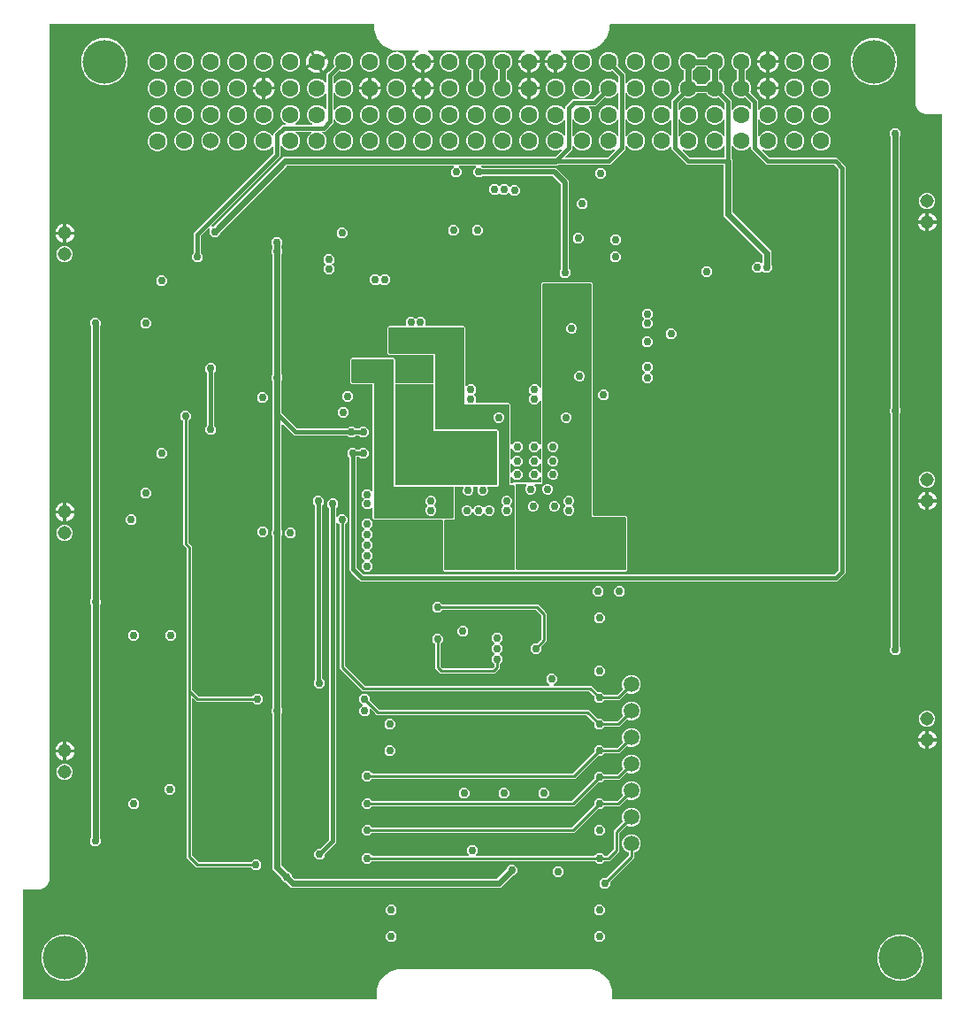
<source format=gbr>
G04 EAGLE Gerber RS-274X export*
G75*
%MOMM*%
%FSLAX34Y34*%
%LPD*%
%INEAGLE Copper Layer 15*%
%IPPOS*%
%AMOC8*
5,1,8,0,0,1.08239X$1,22.5*%
G01*
%ADD10C,4.191000*%
%ADD11C,1.600200*%
%ADD12C,1.524000*%
%ADD13C,1.308000*%
%ADD14C,1.508000*%
%ADD15C,0.762000*%
%ADD16C,0.508000*%
%ADD17C,0.609600*%
%ADD18C,0.406400*%
%ADD19C,0.254000*%

G36*
X348764Y10799D02*
X348764Y10799D01*
X348802Y10798D01*
X348861Y10803D01*
X348867Y10804D01*
X348873Y10804D01*
X349037Y10838D01*
X349150Y10875D01*
X349182Y10891D01*
X349217Y10900D01*
X349362Y10983D01*
X349459Y11053D01*
X349484Y11078D01*
X349514Y11097D01*
X349627Y11221D01*
X349697Y11318D01*
X349713Y11350D01*
X349736Y11377D01*
X349805Y11530D01*
X349842Y11643D01*
X349843Y11649D01*
X349846Y11654D01*
X349877Y11819D01*
X349882Y11878D01*
X349880Y11900D01*
X349884Y11938D01*
X349884Y20873D01*
X352110Y27722D01*
X356342Y33548D01*
X362168Y37780D01*
X369017Y40006D01*
X555543Y40006D01*
X562392Y37780D01*
X568218Y33548D01*
X572450Y27722D01*
X574676Y20873D01*
X574676Y11938D01*
X574679Y11916D01*
X574678Y11878D01*
X574683Y11819D01*
X574684Y11813D01*
X574684Y11807D01*
X574718Y11643D01*
X574755Y11530D01*
X574771Y11498D01*
X574780Y11463D01*
X574863Y11318D01*
X574933Y11221D01*
X574958Y11196D01*
X574977Y11166D01*
X575101Y11053D01*
X575197Y10983D01*
X575230Y10967D01*
X575257Y10944D01*
X575410Y10875D01*
X575523Y10838D01*
X575529Y10837D01*
X575534Y10834D01*
X575699Y10803D01*
X575758Y10798D01*
X575780Y10800D01*
X575818Y10796D01*
X889762Y10796D01*
X889784Y10799D01*
X889822Y10798D01*
X889881Y10803D01*
X889887Y10804D01*
X889893Y10804D01*
X890057Y10838D01*
X890170Y10875D01*
X890202Y10891D01*
X890237Y10900D01*
X890382Y10983D01*
X890479Y11053D01*
X890504Y11078D01*
X890534Y11097D01*
X890647Y11221D01*
X890717Y11318D01*
X890733Y11350D01*
X890756Y11377D01*
X890825Y11530D01*
X890862Y11643D01*
X890863Y11649D01*
X890866Y11654D01*
X890897Y11819D01*
X890902Y11878D01*
X890900Y11900D01*
X890904Y11938D01*
X890904Y857123D01*
X890901Y857143D01*
X890903Y857162D01*
X890881Y857264D01*
X890865Y857366D01*
X890855Y857383D01*
X890851Y857403D01*
X890798Y857492D01*
X890749Y857583D01*
X890735Y857597D01*
X890725Y857614D01*
X890646Y857681D01*
X890571Y857753D01*
X890553Y857761D01*
X890538Y857774D01*
X890442Y857813D01*
X890348Y857856D01*
X890328Y857858D01*
X890310Y857866D01*
X890143Y857884D01*
X874153Y857884D01*
X870185Y859528D01*
X867148Y862565D01*
X865504Y866533D01*
X865504Y943483D01*
X865501Y943503D01*
X865503Y943522D01*
X865481Y943624D01*
X865465Y943726D01*
X865455Y943743D01*
X865451Y943763D01*
X865398Y943852D01*
X865349Y943943D01*
X865335Y943957D01*
X865325Y943974D01*
X865246Y944041D01*
X865171Y944113D01*
X865153Y944121D01*
X865138Y944134D01*
X865042Y944173D01*
X864948Y944216D01*
X864928Y944218D01*
X864910Y944226D01*
X864743Y944244D01*
X574040Y944244D01*
X574018Y944241D01*
X573980Y944242D01*
X573801Y944228D01*
X573796Y944226D01*
X573790Y944227D01*
X573626Y944193D01*
X573286Y944082D01*
X573254Y944066D01*
X573219Y944057D01*
X573074Y943974D01*
X572784Y943764D01*
X572759Y943739D01*
X572729Y943720D01*
X572616Y943596D01*
X572406Y943306D01*
X572390Y943274D01*
X572367Y943247D01*
X572298Y943094D01*
X572187Y942754D01*
X572186Y942748D01*
X572184Y942743D01*
X572152Y942579D01*
X572138Y942400D01*
X572140Y942378D01*
X572136Y942340D01*
X572136Y938619D01*
X569836Y931540D01*
X565461Y925519D01*
X559440Y921144D01*
X552361Y918844D01*
X525906Y918844D01*
X525839Y918833D01*
X525771Y918832D01*
X525719Y918814D01*
X525663Y918805D01*
X525603Y918773D01*
X525539Y918750D01*
X525495Y918716D01*
X525446Y918689D01*
X525399Y918640D01*
X525346Y918599D01*
X525315Y918552D01*
X525277Y918511D01*
X525248Y918450D01*
X525211Y918393D01*
X525196Y918339D01*
X525173Y918288D01*
X525165Y918221D01*
X525148Y918155D01*
X525152Y918099D01*
X525146Y918044D01*
X525160Y917977D01*
X525165Y917910D01*
X525186Y917858D01*
X525198Y917803D01*
X525233Y917745D01*
X525259Y917682D01*
X525296Y917640D01*
X525324Y917592D01*
X525376Y917548D01*
X525420Y917497D01*
X525486Y917454D01*
X525511Y917432D01*
X525531Y917424D01*
X525560Y917405D01*
X526225Y917066D01*
X527567Y916091D01*
X528741Y914917D01*
X529716Y913575D01*
X530469Y912097D01*
X530982Y910518D01*
X531132Y909573D01*
X521462Y909573D01*
X521442Y909570D01*
X521423Y909572D01*
X521321Y909550D01*
X521219Y909533D01*
X521202Y909524D01*
X521182Y909520D01*
X521093Y909467D01*
X521002Y909418D01*
X520988Y909404D01*
X520971Y909394D01*
X520904Y909315D01*
X520833Y909240D01*
X520824Y909222D01*
X520811Y909207D01*
X520773Y909111D01*
X520729Y909017D01*
X520727Y908997D01*
X520719Y908979D01*
X520701Y908812D01*
X520701Y908049D01*
X520699Y908049D01*
X520699Y908812D01*
X520696Y908832D01*
X520698Y908851D01*
X520676Y908953D01*
X520659Y909055D01*
X520650Y909072D01*
X520646Y909092D01*
X520593Y909181D01*
X520544Y909272D01*
X520530Y909286D01*
X520520Y909303D01*
X520441Y909370D01*
X520366Y909441D01*
X520348Y909450D01*
X520333Y909463D01*
X520237Y909502D01*
X520143Y909545D01*
X520123Y909547D01*
X520105Y909555D01*
X519938Y909573D01*
X510268Y909573D01*
X510418Y910518D01*
X510931Y912097D01*
X511684Y913575D01*
X512659Y914917D01*
X513833Y916091D01*
X515175Y917066D01*
X515840Y917405D01*
X515894Y917445D01*
X515954Y917477D01*
X515993Y917517D01*
X516038Y917550D01*
X516077Y917606D01*
X516123Y917655D01*
X516147Y917706D01*
X516179Y917752D01*
X516199Y917817D01*
X516227Y917878D01*
X516233Y917934D01*
X516249Y917987D01*
X516247Y918055D01*
X516254Y918122D01*
X516242Y918177D01*
X516240Y918233D01*
X516216Y918297D01*
X516202Y918363D01*
X516173Y918411D01*
X516153Y918463D01*
X516111Y918516D01*
X516076Y918574D01*
X516033Y918610D01*
X515998Y918654D01*
X515940Y918690D01*
X515889Y918734D01*
X515837Y918755D01*
X515789Y918785D01*
X515724Y918800D01*
X515661Y918826D01*
X515582Y918834D01*
X515550Y918842D01*
X515530Y918840D01*
X515494Y918844D01*
X500506Y918844D01*
X500439Y918833D01*
X500371Y918832D01*
X500319Y918814D01*
X500263Y918805D01*
X500203Y918773D01*
X500139Y918750D01*
X500095Y918716D01*
X500046Y918689D01*
X499999Y918640D01*
X499946Y918599D01*
X499915Y918552D01*
X499877Y918511D01*
X499848Y918450D01*
X499811Y918393D01*
X499796Y918339D01*
X499773Y918288D01*
X499765Y918221D01*
X499748Y918155D01*
X499752Y918099D01*
X499746Y918044D01*
X499760Y917977D01*
X499765Y917910D01*
X499786Y917858D01*
X499798Y917803D01*
X499833Y917745D01*
X499859Y917682D01*
X499896Y917640D01*
X499924Y917592D01*
X499976Y917548D01*
X500020Y917497D01*
X500086Y917454D01*
X500111Y917432D01*
X500131Y917424D01*
X500160Y917405D01*
X500825Y917066D01*
X502167Y916091D01*
X503341Y914917D01*
X504316Y913575D01*
X505069Y912097D01*
X505582Y910518D01*
X505732Y909573D01*
X496062Y909573D01*
X496042Y909570D01*
X496023Y909572D01*
X495921Y909550D01*
X495819Y909533D01*
X495802Y909524D01*
X495782Y909520D01*
X495693Y909467D01*
X495602Y909418D01*
X495588Y909404D01*
X495571Y909394D01*
X495504Y909315D01*
X495433Y909240D01*
X495424Y909222D01*
X495411Y909207D01*
X495373Y909111D01*
X495329Y909017D01*
X495327Y908997D01*
X495319Y908979D01*
X495301Y908812D01*
X495301Y908049D01*
X495299Y908049D01*
X495299Y908812D01*
X495296Y908832D01*
X495298Y908851D01*
X495276Y908953D01*
X495259Y909055D01*
X495250Y909072D01*
X495246Y909092D01*
X495193Y909181D01*
X495144Y909272D01*
X495130Y909286D01*
X495120Y909303D01*
X495041Y909370D01*
X494966Y909441D01*
X494948Y909450D01*
X494933Y909463D01*
X494837Y909502D01*
X494743Y909545D01*
X494723Y909547D01*
X494705Y909555D01*
X494538Y909573D01*
X484868Y909573D01*
X485018Y910518D01*
X485531Y912097D01*
X486284Y913575D01*
X487259Y914917D01*
X488433Y916091D01*
X489775Y917066D01*
X490440Y917405D01*
X490494Y917445D01*
X490554Y917477D01*
X490593Y917517D01*
X490638Y917550D01*
X490677Y917606D01*
X490723Y917655D01*
X490747Y917706D01*
X490779Y917752D01*
X490799Y917817D01*
X490827Y917878D01*
X490833Y917934D01*
X490849Y917987D01*
X490847Y918055D01*
X490854Y918122D01*
X490842Y918177D01*
X490840Y918233D01*
X490816Y918297D01*
X490802Y918363D01*
X490773Y918411D01*
X490753Y918463D01*
X490711Y918516D01*
X490676Y918574D01*
X490633Y918610D01*
X490598Y918654D01*
X490540Y918690D01*
X490489Y918734D01*
X490437Y918755D01*
X490389Y918785D01*
X490324Y918800D01*
X490261Y918826D01*
X490182Y918834D01*
X490150Y918842D01*
X490130Y918840D01*
X490094Y918844D01*
X398906Y918844D01*
X398839Y918833D01*
X398771Y918832D01*
X398719Y918814D01*
X398663Y918805D01*
X398603Y918773D01*
X398539Y918750D01*
X398495Y918716D01*
X398446Y918689D01*
X398399Y918640D01*
X398346Y918599D01*
X398315Y918552D01*
X398277Y918511D01*
X398248Y918450D01*
X398211Y918393D01*
X398196Y918339D01*
X398173Y918288D01*
X398165Y918221D01*
X398148Y918155D01*
X398152Y918099D01*
X398146Y918044D01*
X398160Y917977D01*
X398165Y917910D01*
X398186Y917858D01*
X398198Y917803D01*
X398233Y917745D01*
X398259Y917682D01*
X398296Y917640D01*
X398324Y917592D01*
X398376Y917548D01*
X398420Y917497D01*
X398486Y917454D01*
X398511Y917432D01*
X398531Y917424D01*
X398560Y917405D01*
X399225Y917066D01*
X400567Y916091D01*
X401741Y914917D01*
X402716Y913575D01*
X403469Y912097D01*
X403982Y910518D01*
X404132Y909573D01*
X394462Y909573D01*
X394442Y909570D01*
X394423Y909572D01*
X394321Y909550D01*
X394219Y909533D01*
X394202Y909524D01*
X394182Y909520D01*
X394093Y909467D01*
X394002Y909418D01*
X393988Y909404D01*
X393971Y909394D01*
X393904Y909315D01*
X393833Y909240D01*
X393824Y909222D01*
X393811Y909207D01*
X393773Y909111D01*
X393729Y909017D01*
X393727Y908997D01*
X393719Y908979D01*
X393701Y908812D01*
X393701Y908049D01*
X393699Y908049D01*
X393699Y908812D01*
X393696Y908832D01*
X393698Y908851D01*
X393676Y908953D01*
X393659Y909055D01*
X393650Y909072D01*
X393646Y909092D01*
X393593Y909181D01*
X393544Y909272D01*
X393530Y909286D01*
X393520Y909303D01*
X393441Y909370D01*
X393366Y909441D01*
X393348Y909450D01*
X393333Y909463D01*
X393237Y909502D01*
X393143Y909545D01*
X393123Y909547D01*
X393105Y909555D01*
X392938Y909573D01*
X383268Y909573D01*
X383418Y910518D01*
X383931Y912097D01*
X384684Y913575D01*
X385659Y914917D01*
X386833Y916091D01*
X388175Y917066D01*
X388840Y917405D01*
X388894Y917445D01*
X388954Y917477D01*
X388993Y917517D01*
X389038Y917550D01*
X389077Y917606D01*
X389123Y917655D01*
X389147Y917706D01*
X389179Y917752D01*
X389199Y917817D01*
X389227Y917878D01*
X389233Y917934D01*
X389249Y917987D01*
X389247Y918055D01*
X389254Y918122D01*
X389242Y918177D01*
X389240Y918233D01*
X389216Y918297D01*
X389202Y918363D01*
X389173Y918411D01*
X389153Y918463D01*
X389111Y918516D01*
X389076Y918574D01*
X389033Y918610D01*
X388998Y918654D01*
X388940Y918690D01*
X388889Y918734D01*
X388837Y918755D01*
X388789Y918785D01*
X388724Y918800D01*
X388661Y918826D01*
X388582Y918834D01*
X388550Y918842D01*
X388530Y918840D01*
X388494Y918844D01*
X369941Y918844D01*
X369918Y918840D01*
X369791Y918829D01*
X369746Y918812D01*
X369698Y918805D01*
X369698Y918804D01*
X369631Y918769D01*
X369561Y918743D01*
X369523Y918712D01*
X369480Y918689D01*
X369429Y918635D01*
X369370Y918587D01*
X369344Y918546D01*
X369311Y918511D01*
X369279Y918443D01*
X369239Y918379D01*
X369228Y918332D01*
X369207Y918288D01*
X369199Y918213D01*
X369181Y918140D01*
X369186Y918092D01*
X369180Y918044D01*
X369196Y917970D01*
X369203Y917895D01*
X369222Y917851D01*
X369233Y917803D01*
X369271Y917739D01*
X369301Y917670D01*
X369334Y917634D01*
X369359Y917592D01*
X369416Y917543D01*
X369466Y917487D01*
X369509Y917464D01*
X369546Y917432D01*
X369616Y917404D01*
X369681Y917367D01*
X369729Y917358D01*
X369774Y917340D01*
X369900Y917326D01*
X369923Y917322D01*
X369932Y917323D01*
X369941Y917322D01*
X370144Y917322D01*
X373552Y915910D01*
X376160Y913302D01*
X377572Y909894D01*
X377572Y906206D01*
X376160Y902798D01*
X373552Y900190D01*
X370144Y898778D01*
X366456Y898778D01*
X363048Y900190D01*
X360440Y902798D01*
X359028Y906206D01*
X359028Y909894D01*
X360440Y913302D01*
X363048Y915910D01*
X366456Y917322D01*
X367660Y917322D01*
X367755Y917337D01*
X367851Y917346D01*
X367876Y917357D01*
X367903Y917361D01*
X367988Y917406D01*
X368076Y917445D01*
X368096Y917464D01*
X368120Y917477D01*
X368187Y917546D01*
X368258Y917611D01*
X368271Y917635D01*
X368290Y917655D01*
X368330Y917742D01*
X368377Y917826D01*
X368382Y917853D01*
X368393Y917878D01*
X368404Y917974D01*
X368421Y918068D01*
X368418Y918095D01*
X368421Y918122D01*
X368400Y918217D01*
X368386Y918312D01*
X368374Y918336D01*
X368368Y918363D01*
X368319Y918445D01*
X368276Y918531D01*
X368256Y918550D01*
X368242Y918574D01*
X368169Y918637D01*
X368101Y918704D01*
X368076Y918716D01*
X368055Y918734D01*
X367966Y918770D01*
X367880Y918812D01*
X367846Y918818D01*
X367827Y918826D01*
X367770Y918832D01*
X367715Y918842D01*
X367714Y918842D01*
X367694Y918840D01*
X367660Y918844D01*
X366153Y918844D01*
X365684Y919038D01*
X365661Y919044D01*
X365641Y919055D01*
X365477Y919091D01*
X362700Y919400D01*
X354930Y923679D01*
X349389Y930605D01*
X346921Y939124D01*
X347298Y942520D01*
X347295Y942582D01*
X347297Y942605D01*
X347295Y942615D01*
X347299Y942675D01*
X347287Y942735D01*
X347285Y942766D01*
X347275Y942791D01*
X347265Y942839D01*
X347182Y943094D01*
X347166Y943126D01*
X347157Y943161D01*
X347074Y943306D01*
X346864Y943596D01*
X346839Y943621D01*
X346820Y943651D01*
X346696Y943764D01*
X346406Y943974D01*
X346374Y943990D01*
X346347Y944013D01*
X346194Y944082D01*
X345854Y944193D01*
X345848Y944194D01*
X345843Y944196D01*
X345678Y944228D01*
X345500Y944242D01*
X345478Y944240D01*
X345440Y944244D01*
X36957Y944244D01*
X36937Y944241D01*
X36918Y944243D01*
X36816Y944221D01*
X36714Y944205D01*
X36697Y944195D01*
X36677Y944191D01*
X36588Y944138D01*
X36497Y944089D01*
X36483Y944075D01*
X36466Y944065D01*
X36399Y943986D01*
X36327Y943911D01*
X36319Y943893D01*
X36306Y943878D01*
X36267Y943782D01*
X36224Y943688D01*
X36222Y943668D01*
X36214Y943650D01*
X36196Y943483D01*
X36196Y124853D01*
X34552Y120885D01*
X31515Y117848D01*
X27547Y116204D01*
X11557Y116204D01*
X11537Y116201D01*
X11518Y116203D01*
X11416Y116181D01*
X11314Y116165D01*
X11297Y116155D01*
X11277Y116151D01*
X11188Y116098D01*
X11097Y116049D01*
X11083Y116035D01*
X11066Y116025D01*
X10999Y115946D01*
X10927Y115871D01*
X10919Y115853D01*
X10906Y115838D01*
X10867Y115742D01*
X10824Y115648D01*
X10822Y115628D01*
X10814Y115610D01*
X10796Y115443D01*
X10796Y11938D01*
X10799Y11916D01*
X10798Y11878D01*
X10803Y11819D01*
X10804Y11813D01*
X10804Y11807D01*
X10838Y11643D01*
X10875Y11530D01*
X10891Y11498D01*
X10900Y11463D01*
X10983Y11318D01*
X11053Y11221D01*
X11078Y11196D01*
X11097Y11166D01*
X11221Y11053D01*
X11317Y10983D01*
X11350Y10967D01*
X11377Y10944D01*
X11530Y10875D01*
X11643Y10838D01*
X11649Y10837D01*
X11654Y10834D01*
X11819Y10803D01*
X11878Y10798D01*
X11900Y10800D01*
X11938Y10796D01*
X348742Y10796D01*
X348764Y10799D01*
G37*
%LPC*%
G36*
X479451Y420230D02*
X479451Y420230D01*
X479439Y420236D01*
X479437Y420238D01*
X479427Y420242D01*
X479407Y420259D01*
X479317Y420295D01*
X479230Y420337D01*
X479203Y420341D01*
X479179Y420351D01*
X479012Y420369D01*
X414238Y420369D01*
X412749Y421858D01*
X412749Y468347D01*
X412744Y468379D01*
X412738Y468477D01*
X412602Y469267D01*
X412576Y469341D01*
X412560Y469418D01*
X412536Y469457D01*
X412521Y469500D01*
X412474Y469562D01*
X412433Y469629D01*
X412399Y469659D01*
X412371Y469694D01*
X412306Y469738D01*
X412247Y469789D01*
X412204Y469806D01*
X412167Y469831D01*
X412091Y469852D01*
X412018Y469881D01*
X411958Y469887D01*
X411929Y469895D01*
X411902Y469894D01*
X411852Y469899D01*
X346928Y469899D01*
X345439Y471388D01*
X345439Y481196D01*
X345428Y481267D01*
X345426Y481339D01*
X345408Y481388D01*
X345400Y481439D01*
X345366Y481502D01*
X345341Y481570D01*
X345309Y481610D01*
X345284Y481656D01*
X345232Y481706D01*
X345188Y481762D01*
X345144Y481790D01*
X345106Y481826D01*
X345041Y481856D01*
X344981Y481895D01*
X344930Y481907D01*
X344883Y481929D01*
X344812Y481937D01*
X344742Y481955D01*
X344690Y481951D01*
X344639Y481956D01*
X344568Y481941D01*
X344497Y481936D01*
X344449Y481915D01*
X344398Y481904D01*
X344337Y481867D01*
X344271Y481839D01*
X344215Y481795D01*
X344187Y481778D01*
X344172Y481760D01*
X344140Y481735D01*
X342465Y480059D01*
X338255Y480059D01*
X335279Y483035D01*
X335279Y487245D01*
X337081Y489047D01*
X337093Y489063D01*
X337109Y489075D01*
X337165Y489163D01*
X337225Y489246D01*
X337231Y489265D01*
X337242Y489282D01*
X337267Y489383D01*
X337297Y489482D01*
X337297Y489501D01*
X337302Y489521D01*
X337294Y489624D01*
X337291Y489727D01*
X337284Y489746D01*
X337283Y489766D01*
X337242Y489861D01*
X337207Y489958D01*
X337194Y489974D01*
X337186Y489992D01*
X337081Y490123D01*
X335279Y491925D01*
X335279Y496135D01*
X338255Y499111D01*
X342465Y499111D01*
X344140Y497435D01*
X344198Y497394D01*
X344250Y497344D01*
X344297Y497322D01*
X344339Y497292D01*
X344408Y497271D01*
X344473Y497241D01*
X344525Y497235D01*
X344575Y497220D01*
X344646Y497221D01*
X344717Y497214D01*
X344768Y497225D01*
X344820Y497226D01*
X344888Y497251D01*
X344958Y497266D01*
X345003Y497293D01*
X345051Y497310D01*
X345107Y497355D01*
X345169Y497392D01*
X345203Y497432D01*
X345243Y497464D01*
X345282Y497524D01*
X345329Y497579D01*
X345348Y497627D01*
X345376Y497671D01*
X345394Y497740D01*
X345421Y497807D01*
X345429Y497878D01*
X345437Y497910D01*
X345435Y497933D01*
X345439Y497974D01*
X345439Y598678D01*
X345436Y598698D01*
X345438Y598717D01*
X345416Y598819D01*
X345400Y598921D01*
X345390Y598938D01*
X345386Y598958D01*
X345333Y599047D01*
X345284Y599138D01*
X345270Y599152D01*
X345260Y599169D01*
X345181Y599236D01*
X345106Y599308D01*
X345088Y599316D01*
X345073Y599329D01*
X344977Y599368D01*
X344883Y599411D01*
X344863Y599413D01*
X344845Y599421D01*
X344678Y599439D01*
X325338Y599439D01*
X323849Y600928D01*
X323849Y623352D01*
X325338Y624841D01*
X365542Y624841D01*
X367031Y623352D01*
X367031Y601472D01*
X367034Y601452D01*
X367032Y601433D01*
X367054Y601331D01*
X367070Y601229D01*
X367080Y601212D01*
X367084Y601192D01*
X367137Y601103D01*
X367186Y601012D01*
X367200Y600998D01*
X367210Y600981D01*
X367289Y600914D01*
X367364Y600842D01*
X367382Y600834D01*
X367397Y600821D01*
X367493Y600782D01*
X367587Y600739D01*
X367607Y600737D01*
X367625Y600729D01*
X367792Y600711D01*
X403098Y600711D01*
X403118Y600714D01*
X403137Y600712D01*
X403239Y600734D01*
X403341Y600750D01*
X403358Y600760D01*
X403378Y600764D01*
X403467Y600817D01*
X403558Y600866D01*
X403572Y600880D01*
X403589Y600890D01*
X403656Y600969D01*
X403728Y601044D01*
X403736Y601062D01*
X403749Y601077D01*
X403788Y601173D01*
X403831Y601267D01*
X403833Y601287D01*
X403841Y601305D01*
X403859Y601472D01*
X403859Y626618D01*
X403856Y626638D01*
X403858Y626657D01*
X403836Y626759D01*
X403820Y626861D01*
X403810Y626878D01*
X403806Y626898D01*
X403753Y626987D01*
X403704Y627078D01*
X403690Y627092D01*
X403680Y627109D01*
X403601Y627176D01*
X403526Y627248D01*
X403508Y627256D01*
X403493Y627269D01*
X403397Y627308D01*
X403303Y627351D01*
X403283Y627353D01*
X403265Y627361D01*
X403098Y627379D01*
X360898Y627379D01*
X359409Y628868D01*
X359409Y653832D01*
X360898Y655321D01*
X377056Y655321D01*
X377127Y655332D01*
X377199Y655334D01*
X377248Y655352D01*
X377299Y655360D01*
X377362Y655394D01*
X377430Y655419D01*
X377470Y655451D01*
X377516Y655476D01*
X377566Y655527D01*
X377622Y655572D01*
X377650Y655616D01*
X377686Y655654D01*
X377716Y655719D01*
X377755Y655779D01*
X377767Y655830D01*
X377789Y655877D01*
X377797Y655948D01*
X377815Y656018D01*
X377811Y656070D01*
X377816Y656121D01*
X377801Y656192D01*
X377796Y656263D01*
X377775Y656311D01*
X377764Y656362D01*
X377727Y656423D01*
X377699Y656489D01*
X377654Y656545D01*
X377638Y656573D01*
X377620Y656588D01*
X377595Y656620D01*
X377189Y657026D01*
X377189Y661235D01*
X380165Y664211D01*
X384375Y664211D01*
X386177Y662409D01*
X386193Y662397D01*
X386205Y662381D01*
X386293Y662325D01*
X386376Y662265D01*
X386395Y662259D01*
X386412Y662248D01*
X386513Y662223D01*
X386612Y662193D01*
X386631Y662193D01*
X386651Y662188D01*
X386754Y662196D01*
X386857Y662199D01*
X386876Y662206D01*
X386896Y662207D01*
X386991Y662248D01*
X387088Y662283D01*
X387104Y662296D01*
X387122Y662304D01*
X387253Y662409D01*
X389055Y664211D01*
X393265Y664211D01*
X396241Y661235D01*
X396241Y657026D01*
X395835Y656620D01*
X395794Y656562D01*
X395744Y656510D01*
X395722Y656463D01*
X395692Y656421D01*
X395671Y656352D01*
X395641Y656287D01*
X395635Y656235D01*
X395620Y656185D01*
X395621Y656114D01*
X395614Y656043D01*
X395625Y655992D01*
X395626Y655940D01*
X395651Y655872D01*
X395666Y655802D01*
X395693Y655757D01*
X395710Y655709D01*
X395755Y655653D01*
X395792Y655591D01*
X395832Y655557D01*
X395864Y655517D01*
X395924Y655478D01*
X395979Y655431D01*
X396027Y655412D01*
X396071Y655384D01*
X396141Y655366D01*
X396207Y655339D01*
X396278Y655331D01*
X396310Y655323D01*
X396333Y655325D01*
X396374Y655321D01*
X432852Y655321D01*
X434341Y653832D01*
X434341Y598304D01*
X434352Y598233D01*
X434354Y598161D01*
X434372Y598112D01*
X434380Y598061D01*
X434414Y597998D01*
X434439Y597930D01*
X434471Y597890D01*
X434496Y597844D01*
X434548Y597794D01*
X434592Y597738D01*
X434636Y597710D01*
X434674Y597674D01*
X434739Y597644D01*
X434799Y597605D01*
X434850Y597593D01*
X434897Y597571D01*
X434968Y597563D01*
X435038Y597545D01*
X435090Y597549D01*
X435141Y597544D01*
X435212Y597559D01*
X435283Y597564D01*
X435331Y597585D01*
X435382Y597596D01*
X435443Y597633D01*
X435509Y597661D01*
X435565Y597705D01*
X435593Y597722D01*
X435608Y597740D01*
X435640Y597765D01*
X437315Y599441D01*
X441525Y599441D01*
X444501Y596465D01*
X444501Y592255D01*
X442699Y590453D01*
X442687Y590437D01*
X442671Y590425D01*
X442615Y590337D01*
X442555Y590254D01*
X442549Y590235D01*
X442538Y590218D01*
X442513Y590117D01*
X442483Y590018D01*
X442483Y589999D01*
X442478Y589979D01*
X442486Y589876D01*
X442489Y589773D01*
X442496Y589754D01*
X442497Y589734D01*
X442538Y589639D01*
X442573Y589542D01*
X442586Y589526D01*
X442594Y589508D01*
X442699Y589377D01*
X444501Y587575D01*
X444501Y583366D01*
X444095Y582960D01*
X444054Y582902D01*
X444004Y582850D01*
X443982Y582803D01*
X443952Y582761D01*
X443931Y582692D01*
X443901Y582627D01*
X443895Y582575D01*
X443880Y582525D01*
X443881Y582454D01*
X443874Y582383D01*
X443885Y582332D01*
X443886Y582280D01*
X443911Y582212D01*
X443926Y582142D01*
X443953Y582097D01*
X443970Y582049D01*
X444015Y581993D01*
X444052Y581931D01*
X444092Y581897D01*
X444124Y581857D01*
X444184Y581818D01*
X444239Y581771D01*
X444287Y581752D01*
X444331Y581724D01*
X444401Y581706D01*
X444467Y581679D01*
X444538Y581671D01*
X444570Y581663D01*
X444593Y581665D01*
X444634Y581661D01*
X476032Y581661D01*
X477521Y580172D01*
X477521Y542424D01*
X477532Y542353D01*
X477534Y542281D01*
X477552Y542232D01*
X477560Y542181D01*
X477594Y542118D01*
X477619Y542050D01*
X477651Y542010D01*
X477676Y541964D01*
X477728Y541914D01*
X477772Y541858D01*
X477816Y541830D01*
X477854Y541794D01*
X477919Y541764D01*
X477979Y541725D01*
X478030Y541713D01*
X478077Y541691D01*
X478148Y541683D01*
X478218Y541665D01*
X478270Y541669D01*
X478321Y541664D01*
X478392Y541679D01*
X478463Y541684D01*
X478511Y541705D01*
X478562Y541716D01*
X478623Y541753D01*
X478689Y541781D01*
X478745Y541825D01*
X478773Y541842D01*
X478788Y541860D01*
X478820Y541885D01*
X481765Y544831D01*
X485975Y544831D01*
X488951Y541855D01*
X488951Y537645D01*
X485975Y534669D01*
X481765Y534669D01*
X478820Y537615D01*
X478762Y537656D01*
X478710Y537706D01*
X478663Y537728D01*
X478621Y537758D01*
X478552Y537779D01*
X478487Y537809D01*
X478435Y537815D01*
X478385Y537830D01*
X478314Y537829D01*
X478243Y537836D01*
X478192Y537825D01*
X478140Y537824D01*
X478072Y537799D01*
X478002Y537784D01*
X477957Y537757D01*
X477909Y537740D01*
X477853Y537695D01*
X477791Y537658D01*
X477757Y537618D01*
X477717Y537586D01*
X477678Y537526D01*
X477631Y537471D01*
X477612Y537423D01*
X477584Y537379D01*
X477566Y537310D01*
X477539Y537243D01*
X477531Y537172D01*
X477523Y537140D01*
X477525Y537117D01*
X477521Y537076D01*
X477521Y528454D01*
X477532Y528383D01*
X477534Y528311D01*
X477552Y528262D01*
X477560Y528211D01*
X477594Y528148D01*
X477619Y528080D01*
X477651Y528040D01*
X477676Y527994D01*
X477728Y527944D01*
X477772Y527888D01*
X477816Y527860D01*
X477854Y527824D01*
X477919Y527794D01*
X477979Y527755D01*
X478030Y527743D01*
X478077Y527721D01*
X478148Y527713D01*
X478218Y527695D01*
X478270Y527699D01*
X478321Y527694D01*
X478392Y527709D01*
X478463Y527714D01*
X478511Y527735D01*
X478562Y527746D01*
X478623Y527783D01*
X478689Y527811D01*
X478745Y527855D01*
X478773Y527872D01*
X478788Y527890D01*
X478820Y527915D01*
X481765Y530861D01*
X485975Y530861D01*
X488951Y527885D01*
X488951Y523675D01*
X485975Y520699D01*
X481765Y520699D01*
X478820Y523645D01*
X478762Y523686D01*
X478710Y523736D01*
X478663Y523758D01*
X478621Y523788D01*
X478552Y523809D01*
X478487Y523839D01*
X478435Y523845D01*
X478385Y523860D01*
X478314Y523859D01*
X478243Y523866D01*
X478192Y523855D01*
X478140Y523854D01*
X478072Y523829D01*
X478002Y523814D01*
X477957Y523787D01*
X477909Y523770D01*
X477853Y523725D01*
X477791Y523688D01*
X477757Y523648D01*
X477717Y523616D01*
X477678Y523556D01*
X477631Y523501D01*
X477612Y523453D01*
X477584Y523409D01*
X477566Y523340D01*
X477539Y523273D01*
X477531Y523202D01*
X477523Y523170D01*
X477525Y523147D01*
X477521Y523106D01*
X477521Y515754D01*
X477532Y515683D01*
X477534Y515611D01*
X477552Y515562D01*
X477560Y515511D01*
X477594Y515448D01*
X477619Y515380D01*
X477651Y515340D01*
X477676Y515294D01*
X477728Y515244D01*
X477772Y515188D01*
X477816Y515160D01*
X477854Y515124D01*
X477919Y515094D01*
X477979Y515055D01*
X478030Y515043D01*
X478077Y515021D01*
X478148Y515013D01*
X478218Y514995D01*
X478270Y514999D01*
X478321Y514994D01*
X478392Y515009D01*
X478463Y515014D01*
X478511Y515035D01*
X478562Y515046D01*
X478623Y515083D01*
X478689Y515111D01*
X478745Y515155D01*
X478773Y515172D01*
X478788Y515190D01*
X478820Y515215D01*
X481765Y518161D01*
X485975Y518161D01*
X488951Y515185D01*
X488951Y510975D01*
X485975Y507999D01*
X481765Y507999D01*
X478820Y510945D01*
X478762Y510986D01*
X478710Y511036D01*
X478663Y511058D01*
X478621Y511088D01*
X478552Y511109D01*
X478487Y511139D01*
X478435Y511145D01*
X478385Y511160D01*
X478314Y511159D01*
X478243Y511166D01*
X478192Y511155D01*
X478140Y511154D01*
X478072Y511129D01*
X478002Y511114D01*
X477957Y511087D01*
X477909Y511070D01*
X477853Y511025D01*
X477791Y510988D01*
X477757Y510948D01*
X477717Y510916D01*
X477678Y510856D01*
X477631Y510801D01*
X477612Y510753D01*
X477584Y510709D01*
X477566Y510640D01*
X477539Y510573D01*
X477531Y510502D01*
X477523Y510470D01*
X477525Y510447D01*
X477521Y510406D01*
X477521Y504952D01*
X477524Y504932D01*
X477522Y504913D01*
X477544Y504811D01*
X477560Y504709D01*
X477570Y504692D01*
X477574Y504672D01*
X477627Y504583D01*
X477676Y504492D01*
X477690Y504478D01*
X477700Y504461D01*
X477779Y504394D01*
X477854Y504322D01*
X477872Y504314D01*
X477887Y504301D01*
X477983Y504262D01*
X478077Y504219D01*
X478097Y504217D01*
X478115Y504209D01*
X478282Y504191D01*
X478692Y504191D01*
X478782Y504205D01*
X478873Y504213D01*
X478903Y504225D01*
X478935Y504230D01*
X479016Y504273D01*
X479100Y504309D01*
X479132Y504335D01*
X479152Y504346D01*
X479175Y504369D01*
X479231Y504414D01*
X480278Y505461D01*
X505968Y505461D01*
X505988Y505464D01*
X506007Y505462D01*
X506109Y505484D01*
X506211Y505500D01*
X506228Y505510D01*
X506248Y505514D01*
X506337Y505567D01*
X506428Y505616D01*
X506442Y505630D01*
X506459Y505640D01*
X506526Y505719D01*
X506598Y505794D01*
X506606Y505812D01*
X506619Y505827D01*
X506658Y505923D01*
X506701Y506017D01*
X506703Y506037D01*
X506711Y506055D01*
X506729Y506222D01*
X506729Y510406D01*
X506718Y510477D01*
X506716Y510549D01*
X506698Y510598D01*
X506690Y510649D01*
X506656Y510712D01*
X506631Y510780D01*
X506599Y510820D01*
X506574Y510866D01*
X506522Y510916D01*
X506478Y510972D01*
X506434Y511000D01*
X506396Y511036D01*
X506331Y511066D01*
X506271Y511105D01*
X506220Y511117D01*
X506173Y511139D01*
X506102Y511147D01*
X506032Y511165D01*
X505980Y511161D01*
X505929Y511166D01*
X505858Y511151D01*
X505787Y511146D01*
X505739Y511125D01*
X505688Y511114D01*
X505627Y511077D01*
X505561Y511049D01*
X505505Y511005D01*
X505477Y510988D01*
X505462Y510970D01*
X505430Y510945D01*
X502485Y507999D01*
X498275Y507999D01*
X495299Y510975D01*
X495299Y515185D01*
X498275Y518161D01*
X502485Y518161D01*
X505430Y515215D01*
X505488Y515174D01*
X505540Y515124D01*
X505587Y515102D01*
X505629Y515072D01*
X505698Y515051D01*
X505763Y515021D01*
X505815Y515015D01*
X505865Y515000D01*
X505936Y515001D01*
X506007Y514994D01*
X506058Y515005D01*
X506110Y515006D01*
X506178Y515031D01*
X506248Y515046D01*
X506293Y515073D01*
X506341Y515090D01*
X506397Y515135D01*
X506459Y515172D01*
X506493Y515212D01*
X506533Y515244D01*
X506572Y515304D01*
X506619Y515359D01*
X506638Y515407D01*
X506666Y515451D01*
X506684Y515520D01*
X506711Y515587D01*
X506719Y515658D01*
X506727Y515690D01*
X506725Y515713D01*
X506729Y515754D01*
X506729Y523106D01*
X506718Y523177D01*
X506716Y523249D01*
X506698Y523298D01*
X506690Y523349D01*
X506656Y523412D01*
X506631Y523480D01*
X506599Y523520D01*
X506574Y523566D01*
X506522Y523616D01*
X506478Y523672D01*
X506434Y523700D01*
X506396Y523736D01*
X506331Y523766D01*
X506271Y523805D01*
X506220Y523817D01*
X506173Y523839D01*
X506102Y523847D01*
X506032Y523865D01*
X505980Y523861D01*
X505929Y523866D01*
X505858Y523851D01*
X505787Y523846D01*
X505739Y523825D01*
X505688Y523814D01*
X505627Y523777D01*
X505561Y523749D01*
X505505Y523705D01*
X505477Y523688D01*
X505462Y523670D01*
X505430Y523645D01*
X502485Y520699D01*
X498275Y520699D01*
X495299Y523675D01*
X495299Y527885D01*
X498275Y530861D01*
X502485Y530861D01*
X505430Y527915D01*
X505488Y527874D01*
X505540Y527824D01*
X505587Y527802D01*
X505629Y527772D01*
X505698Y527751D01*
X505763Y527721D01*
X505815Y527715D01*
X505865Y527700D01*
X505936Y527701D01*
X506007Y527694D01*
X506058Y527705D01*
X506110Y527706D01*
X506178Y527731D01*
X506248Y527746D01*
X506293Y527773D01*
X506341Y527790D01*
X506397Y527835D01*
X506459Y527872D01*
X506493Y527912D01*
X506533Y527944D01*
X506572Y528004D01*
X506619Y528059D01*
X506638Y528107D01*
X506666Y528151D01*
X506684Y528220D01*
X506711Y528287D01*
X506719Y528358D01*
X506727Y528390D01*
X506725Y528413D01*
X506729Y528454D01*
X506729Y537076D01*
X506718Y537147D01*
X506716Y537219D01*
X506698Y537268D01*
X506690Y537319D01*
X506656Y537382D01*
X506631Y537450D01*
X506599Y537490D01*
X506574Y537536D01*
X506522Y537586D01*
X506478Y537642D01*
X506434Y537670D01*
X506396Y537706D01*
X506331Y537736D01*
X506271Y537775D01*
X506220Y537787D01*
X506173Y537809D01*
X506102Y537817D01*
X506032Y537835D01*
X505980Y537831D01*
X505929Y537836D01*
X505858Y537821D01*
X505787Y537816D01*
X505739Y537795D01*
X505688Y537784D01*
X505627Y537747D01*
X505561Y537719D01*
X505505Y537675D01*
X505477Y537658D01*
X505462Y537640D01*
X505430Y537615D01*
X502485Y534669D01*
X498275Y534669D01*
X495299Y537645D01*
X495299Y541855D01*
X498275Y544831D01*
X502485Y544831D01*
X505430Y541885D01*
X505488Y541844D01*
X505540Y541794D01*
X505587Y541772D01*
X505629Y541742D01*
X505698Y541721D01*
X505763Y541691D01*
X505815Y541685D01*
X505865Y541670D01*
X505936Y541671D01*
X506007Y541664D01*
X506058Y541675D01*
X506110Y541676D01*
X506178Y541701D01*
X506248Y541716D01*
X506293Y541743D01*
X506341Y541760D01*
X506397Y541805D01*
X506459Y541842D01*
X506493Y541882D01*
X506533Y541914D01*
X506572Y541974D01*
X506619Y542029D01*
X506638Y542077D01*
X506666Y542121D01*
X506684Y542190D01*
X506711Y542257D01*
X506719Y542328D01*
X506727Y542360D01*
X506725Y542383D01*
X506729Y542424D01*
X506729Y582796D01*
X506718Y582867D01*
X506716Y582939D01*
X506698Y582988D01*
X506690Y583039D01*
X506656Y583102D01*
X506631Y583170D01*
X506599Y583210D01*
X506574Y583256D01*
X506522Y583306D01*
X506478Y583362D01*
X506434Y583390D01*
X506396Y583426D01*
X506331Y583456D01*
X506271Y583495D01*
X506220Y583507D01*
X506173Y583529D01*
X506102Y583537D01*
X506032Y583555D01*
X505980Y583551D01*
X505929Y583556D01*
X505858Y583541D01*
X505787Y583536D01*
X505739Y583515D01*
X505688Y583504D01*
X505627Y583467D01*
X505561Y583439D01*
X505505Y583395D01*
X505477Y583378D01*
X505462Y583360D01*
X505430Y583335D01*
X502485Y580389D01*
X498275Y580389D01*
X495299Y583365D01*
X495299Y587575D01*
X497101Y589377D01*
X497113Y589393D01*
X497129Y589405D01*
X497185Y589493D01*
X497245Y589576D01*
X497251Y589595D01*
X497262Y589612D01*
X497287Y589713D01*
X497317Y589812D01*
X497317Y589831D01*
X497322Y589851D01*
X497314Y589954D01*
X497311Y590057D01*
X497304Y590076D01*
X497303Y590096D01*
X497262Y590191D01*
X497227Y590288D01*
X497214Y590304D01*
X497206Y590322D01*
X497101Y590453D01*
X495299Y592255D01*
X495299Y596465D01*
X498275Y599441D01*
X502485Y599441D01*
X505430Y596495D01*
X505488Y596454D01*
X505540Y596404D01*
X505587Y596382D01*
X505629Y596352D01*
X505698Y596331D01*
X505763Y596301D01*
X505815Y596295D01*
X505865Y596280D01*
X505936Y596281D01*
X506007Y596274D01*
X506058Y596285D01*
X506110Y596286D01*
X506178Y596311D01*
X506248Y596326D01*
X506293Y596353D01*
X506341Y596370D01*
X506397Y596415D01*
X506459Y596452D01*
X506493Y596492D01*
X506533Y596524D01*
X506572Y596584D01*
X506619Y596639D01*
X506638Y596687D01*
X506666Y596731D01*
X506684Y596800D01*
X506711Y596867D01*
X506719Y596938D01*
X506727Y596970D01*
X506725Y596993D01*
X506729Y597034D01*
X506729Y695742D01*
X508218Y697231D01*
X554772Y697231D01*
X556261Y695742D01*
X556261Y474472D01*
X556264Y474452D01*
X556262Y474433D01*
X556284Y474331D01*
X556300Y474229D01*
X556310Y474212D01*
X556314Y474192D01*
X556367Y474103D01*
X556416Y474012D01*
X556430Y473998D01*
X556440Y473981D01*
X556519Y473914D01*
X556594Y473842D01*
X556612Y473834D01*
X556627Y473821D01*
X556723Y473782D01*
X556817Y473739D01*
X556837Y473737D01*
X556855Y473729D01*
X557022Y473711D01*
X587792Y473711D01*
X589281Y472222D01*
X589281Y421858D01*
X587792Y420369D01*
X480343Y420369D01*
X480311Y420364D01*
X480213Y420358D01*
X479455Y420227D01*
X479451Y420230D01*
G37*
%LPD*%
G36*
X586858Y421656D02*
X586858Y421656D01*
X586977Y421663D01*
X587015Y421676D01*
X587056Y421681D01*
X587166Y421724D01*
X587279Y421761D01*
X587314Y421783D01*
X587351Y421798D01*
X587447Y421868D01*
X587548Y421931D01*
X587576Y421961D01*
X587609Y421984D01*
X587685Y422076D01*
X587766Y422163D01*
X587786Y422198D01*
X587811Y422229D01*
X587862Y422337D01*
X587920Y422441D01*
X587930Y422481D01*
X587947Y422517D01*
X587969Y422634D01*
X587999Y422749D01*
X588003Y422810D01*
X588007Y422830D01*
X588005Y422850D01*
X588009Y422910D01*
X588009Y471170D01*
X587994Y471288D01*
X587987Y471407D01*
X587974Y471445D01*
X587969Y471486D01*
X587926Y471596D01*
X587889Y471709D01*
X587867Y471744D01*
X587852Y471781D01*
X587783Y471877D01*
X587719Y471978D01*
X587689Y472006D01*
X587666Y472039D01*
X587574Y472115D01*
X587487Y472196D01*
X587452Y472216D01*
X587421Y472241D01*
X587313Y472292D01*
X587209Y472350D01*
X587169Y472360D01*
X587133Y472377D01*
X587016Y472399D01*
X586901Y472429D01*
X586841Y472433D01*
X586821Y472437D01*
X586800Y472435D01*
X586740Y472439D01*
X554989Y472439D01*
X554989Y694690D01*
X554974Y694808D01*
X554967Y694927D01*
X554954Y694965D01*
X554949Y695006D01*
X554906Y695116D01*
X554869Y695229D01*
X554847Y695264D01*
X554832Y695301D01*
X554763Y695397D01*
X554699Y695498D01*
X554669Y695526D01*
X554646Y695559D01*
X554554Y695635D01*
X554467Y695716D01*
X554432Y695736D01*
X554401Y695761D01*
X554293Y695812D01*
X554189Y695870D01*
X554149Y695880D01*
X554113Y695897D01*
X553996Y695919D01*
X553881Y695949D01*
X553821Y695953D01*
X553801Y695957D01*
X553780Y695955D01*
X553720Y695959D01*
X509270Y695959D01*
X509152Y695944D01*
X509033Y695937D01*
X508995Y695924D01*
X508954Y695919D01*
X508844Y695876D01*
X508731Y695839D01*
X508696Y695817D01*
X508659Y695802D01*
X508563Y695733D01*
X508462Y695669D01*
X508434Y695639D01*
X508401Y695616D01*
X508326Y695524D01*
X508244Y695437D01*
X508224Y695402D01*
X508199Y695371D01*
X508148Y695263D01*
X508090Y695159D01*
X508080Y695119D01*
X508063Y695083D01*
X508041Y694966D01*
X508011Y694851D01*
X508007Y694791D01*
X508003Y694771D01*
X508005Y694750D01*
X508001Y694690D01*
X508001Y504280D01*
X508013Y504183D01*
X508010Y504183D01*
X507910Y504189D01*
X501740Y504189D01*
X501603Y504172D01*
X501464Y504159D01*
X501445Y504152D01*
X501425Y504149D01*
X501296Y504098D01*
X501165Y504051D01*
X501148Y504040D01*
X501129Y504032D01*
X501017Y503951D01*
X500901Y503873D01*
X500888Y503857D01*
X500872Y503846D01*
X500783Y503738D01*
X500691Y503634D01*
X500682Y503616D01*
X500669Y503601D01*
X500610Y503475D01*
X500546Y503351D01*
X500542Y503331D01*
X500533Y503313D01*
X500507Y503177D01*
X500477Y503041D01*
X500477Y503020D01*
X500474Y503001D01*
X500482Y502862D01*
X500486Y502723D01*
X500492Y502703D01*
X500493Y502683D01*
X500536Y502551D01*
X500575Y502417D01*
X500585Y502400D01*
X500591Y502381D01*
X500666Y502263D01*
X500736Y502143D01*
X500755Y502122D01*
X500761Y502112D01*
X500776Y502098D01*
X500843Y502023D01*
X500877Y501988D01*
X501651Y500121D01*
X501651Y498099D01*
X500877Y496232D01*
X499448Y494803D01*
X497581Y494029D01*
X495559Y494029D01*
X493692Y494803D01*
X492263Y496232D01*
X491489Y498099D01*
X491489Y500121D01*
X492263Y501988D01*
X492297Y502023D01*
X492383Y502132D01*
X492471Y502239D01*
X492480Y502258D01*
X492492Y502274D01*
X492548Y502402D01*
X492607Y502527D01*
X492610Y502547D01*
X492619Y502566D01*
X492640Y502704D01*
X492666Y502840D01*
X492665Y502860D01*
X492668Y502880D01*
X492655Y503019D01*
X492647Y503157D01*
X492640Y503176D01*
X492639Y503196D01*
X492591Y503328D01*
X492549Y503459D01*
X492538Y503477D01*
X492531Y503496D01*
X492453Y503611D01*
X492379Y503728D01*
X492364Y503742D01*
X492352Y503759D01*
X492248Y503851D01*
X492147Y503946D01*
X492129Y503956D01*
X492114Y503969D01*
X491990Y504032D01*
X491868Y504100D01*
X491849Y504105D01*
X491831Y504114D01*
X491695Y504144D01*
X491560Y504179D01*
X491532Y504181D01*
X491520Y504184D01*
X491500Y504183D01*
X491400Y504189D01*
X483870Y504189D01*
X483752Y504174D01*
X483633Y504167D01*
X483595Y504154D01*
X483554Y504149D01*
X483444Y504106D01*
X483331Y504069D01*
X483296Y504047D01*
X483259Y504032D01*
X483163Y503963D01*
X483062Y503899D01*
X483034Y503869D01*
X483001Y503846D01*
X482925Y503754D01*
X482844Y503667D01*
X482824Y503632D01*
X482799Y503601D01*
X482748Y503493D01*
X482690Y503389D01*
X482680Y503349D01*
X482663Y503313D01*
X482641Y503196D01*
X482611Y503081D01*
X482607Y503021D01*
X482603Y503001D01*
X482605Y502980D01*
X482601Y502920D01*
X482601Y423236D01*
X482604Y423208D01*
X482602Y423180D01*
X482619Y423020D01*
X482675Y422694D01*
X482679Y422684D01*
X482679Y422673D01*
X482725Y422532D01*
X482768Y422390D01*
X482774Y422381D01*
X482777Y422371D01*
X482857Y422245D01*
X482934Y422119D01*
X482942Y422111D01*
X482947Y422102D01*
X483055Y422000D01*
X483162Y421897D01*
X483171Y421891D01*
X483179Y421884D01*
X483309Y421813D01*
X483438Y421739D01*
X483448Y421736D01*
X483458Y421730D01*
X483601Y421693D01*
X483744Y421654D01*
X483755Y421654D01*
X483766Y421651D01*
X483926Y421641D01*
X586740Y421641D01*
X586858Y421656D01*
G37*
%LPC*%
G36*
X333912Y410717D02*
X333912Y410717D01*
X331754Y412875D01*
X325245Y419384D01*
X323087Y421542D01*
X323087Y529202D01*
X323081Y529241D01*
X323081Y529246D01*
X323076Y529273D01*
X323073Y529292D01*
X323065Y529383D01*
X323053Y529413D01*
X323048Y529445D01*
X323032Y529475D01*
X323029Y529487D01*
X323002Y529532D01*
X322969Y529609D01*
X322943Y529642D01*
X322932Y529662D01*
X322914Y529680D01*
X322903Y529698D01*
X322888Y529711D01*
X322864Y529740D01*
X321309Y531295D01*
X321309Y535505D01*
X324285Y538481D01*
X328495Y538481D01*
X330050Y536926D01*
X330123Y536873D01*
X330193Y536813D01*
X330223Y536801D01*
X330249Y536782D01*
X330336Y536755D01*
X330421Y536721D01*
X330462Y536717D01*
X330484Y536710D01*
X330517Y536711D01*
X330588Y536703D01*
X332352Y536703D01*
X332442Y536717D01*
X332533Y536725D01*
X332563Y536737D01*
X332595Y536742D01*
X332676Y536785D01*
X332759Y536821D01*
X332792Y536847D01*
X332812Y536858D01*
X332834Y536881D01*
X332890Y536926D01*
X334445Y538481D01*
X338655Y538481D01*
X341631Y535505D01*
X341631Y531295D01*
X338655Y528319D01*
X334445Y528319D01*
X332890Y529874D01*
X332817Y529927D01*
X332747Y529987D01*
X332717Y529999D01*
X332691Y530018D01*
X332604Y530045D01*
X332519Y530079D01*
X332478Y530083D01*
X332456Y530090D01*
X332423Y530089D01*
X332352Y530097D01*
X330588Y530097D01*
X330498Y530083D01*
X330407Y530075D01*
X330377Y530063D01*
X330345Y530058D01*
X330264Y530015D01*
X330181Y529979D01*
X330148Y529953D01*
X330128Y529942D01*
X330106Y529919D01*
X330050Y529874D01*
X329916Y529740D01*
X329873Y529681D01*
X329829Y529635D01*
X329822Y529619D01*
X329803Y529597D01*
X329791Y529567D01*
X329772Y529541D01*
X329746Y529456D01*
X329726Y529412D01*
X329725Y529402D01*
X329711Y529369D01*
X329707Y529328D01*
X329700Y529306D01*
X329701Y529273D01*
X329693Y529202D01*
X329693Y424593D01*
X329707Y424503D01*
X329715Y424412D01*
X329727Y424383D01*
X329732Y424351D01*
X329775Y424270D01*
X329811Y424186D01*
X329837Y424154D01*
X329848Y424133D01*
X329871Y424111D01*
X329916Y424055D01*
X336425Y417546D01*
X336499Y417493D01*
X336568Y417433D01*
X336599Y417421D01*
X336625Y417402D01*
X336712Y417375D01*
X336797Y417341D01*
X336838Y417337D01*
X336860Y417330D01*
X336892Y417331D01*
X336963Y417323D01*
X786987Y417323D01*
X787077Y417337D01*
X787168Y417345D01*
X787197Y417357D01*
X787229Y417362D01*
X787310Y417405D01*
X787394Y417441D01*
X787426Y417467D01*
X787447Y417478D01*
X787469Y417501D01*
X787525Y417546D01*
X791494Y421515D01*
X791547Y421589D01*
X791607Y421658D01*
X791619Y421689D01*
X791638Y421715D01*
X791665Y421802D01*
X791699Y421887D01*
X791703Y421928D01*
X791710Y421950D01*
X791709Y421982D01*
X791717Y422053D01*
X791717Y804767D01*
X791703Y804857D01*
X791695Y804948D01*
X791683Y804977D01*
X791678Y805009D01*
X791651Y805059D01*
X791651Y805060D01*
X791635Y805090D01*
X791599Y805174D01*
X791573Y805206D01*
X791562Y805227D01*
X791539Y805249D01*
X791534Y805255D01*
X791525Y805270D01*
X791515Y805279D01*
X791494Y805305D01*
X787525Y809274D01*
X787451Y809327D01*
X787382Y809387D01*
X787351Y809399D01*
X787325Y809418D01*
X787238Y809445D01*
X787153Y809479D01*
X787112Y809483D01*
X787090Y809490D01*
X787058Y809489D01*
X786987Y809497D01*
X722532Y809497D01*
X707897Y824132D01*
X707897Y826863D01*
X707895Y826880D01*
X707896Y826895D01*
X707881Y826966D01*
X707872Y827056D01*
X707862Y827080D01*
X707858Y827106D01*
X707846Y827128D01*
X707844Y827136D01*
X707823Y827170D01*
X707812Y827192D01*
X707772Y827281D01*
X707755Y827300D01*
X707742Y827323D01*
X707718Y827346D01*
X707718Y827347D01*
X707714Y827350D01*
X707672Y827390D01*
X707606Y827462D01*
X707583Y827474D01*
X707564Y827492D01*
X707476Y827533D01*
X707390Y827580D01*
X707365Y827585D01*
X707341Y827596D01*
X707244Y827607D01*
X707148Y827624D01*
X707122Y827620D01*
X707097Y827623D01*
X707002Y827602D01*
X706905Y827588D01*
X706882Y827576D01*
X706856Y827571D01*
X706773Y827521D01*
X706686Y827477D01*
X706667Y827458D01*
X706645Y827445D01*
X706582Y827371D01*
X706514Y827301D01*
X706505Y827285D01*
X706504Y827284D01*
X706501Y827278D01*
X706498Y827273D01*
X706485Y827258D01*
X706473Y827227D01*
X706433Y827154D01*
X706360Y826979D01*
X703752Y824371D01*
X700344Y822959D01*
X696656Y822959D01*
X693248Y824371D01*
X690640Y826979D01*
X690567Y827154D01*
X690516Y827237D01*
X690470Y827323D01*
X690453Y827340D01*
X690449Y827347D01*
X690447Y827348D01*
X690438Y827363D01*
X690363Y827425D01*
X690292Y827492D01*
X690268Y827503D01*
X690248Y827520D01*
X690157Y827555D01*
X690069Y827596D01*
X690043Y827599D01*
X690019Y827608D01*
X689921Y827612D01*
X689825Y827623D01*
X689799Y827617D01*
X689773Y827619D01*
X689679Y827591D01*
X689584Y827571D01*
X689562Y827557D01*
X689537Y827550D01*
X689457Y827494D01*
X689373Y827445D01*
X689356Y827425D01*
X689335Y827410D01*
X689276Y827332D01*
X689245Y827295D01*
X689234Y827284D01*
X689233Y827281D01*
X689213Y827258D01*
X689203Y827233D01*
X689188Y827212D01*
X689158Y827120D01*
X689153Y827108D01*
X689131Y827061D01*
X689130Y827051D01*
X689121Y827030D01*
X689118Y826997D01*
X689112Y826979D01*
X689112Y826946D01*
X689103Y826863D01*
X689103Y815920D01*
X689117Y815830D01*
X689125Y815739D01*
X689137Y815709D01*
X689142Y815677D01*
X689185Y815597D01*
X689221Y815513D01*
X689247Y815481D01*
X689258Y815460D01*
X689281Y815438D01*
X689326Y815382D01*
X690119Y814589D01*
X690119Y764104D01*
X690133Y764014D01*
X690141Y763923D01*
X690153Y763893D01*
X690158Y763861D01*
X690201Y763781D01*
X690237Y763697D01*
X690263Y763665D01*
X690274Y763644D01*
X690297Y763622D01*
X690342Y763566D01*
X726949Y726959D01*
X726949Y714382D01*
X726963Y714292D01*
X726971Y714201D01*
X726983Y714171D01*
X726988Y714139D01*
X727031Y714058D01*
X727067Y713975D01*
X727093Y713942D01*
X727104Y713922D01*
X727127Y713900D01*
X727172Y713844D01*
X727711Y713305D01*
X727711Y709095D01*
X724735Y706119D01*
X720525Y706119D01*
X718723Y707921D01*
X718707Y707933D01*
X718695Y707949D01*
X718607Y708005D01*
X718524Y708065D01*
X718505Y708071D01*
X718488Y708082D01*
X718387Y708107D01*
X718288Y708137D01*
X718269Y708137D01*
X718249Y708142D01*
X718146Y708134D01*
X718043Y708131D01*
X718024Y708124D01*
X718004Y708123D01*
X717909Y708082D01*
X717812Y708047D01*
X717796Y708034D01*
X717778Y708026D01*
X717647Y707921D01*
X715845Y706119D01*
X711635Y706119D01*
X708659Y709095D01*
X708659Y713305D01*
X711635Y716281D01*
X715845Y716281D01*
X717012Y715113D01*
X717070Y715072D01*
X717122Y715022D01*
X717169Y715000D01*
X717211Y714970D01*
X717280Y714949D01*
X717345Y714919D01*
X717397Y714913D01*
X717447Y714898D01*
X717518Y714899D01*
X717589Y714892D01*
X717640Y714903D01*
X717692Y714904D01*
X717760Y714929D01*
X717830Y714944D01*
X717875Y714971D01*
X717923Y714988D01*
X717979Y715033D01*
X718041Y715070D01*
X718075Y715110D01*
X718115Y715142D01*
X718154Y715202D01*
X718201Y715257D01*
X718220Y715305D01*
X718248Y715349D01*
X718266Y715418D01*
X718293Y715485D01*
X718301Y715556D01*
X718309Y715588D01*
X718307Y715611D01*
X718311Y715652D01*
X718311Y723066D01*
X718297Y723156D01*
X718289Y723247D01*
X718277Y723277D01*
X718272Y723309D01*
X718229Y723389D01*
X718193Y723473D01*
X718167Y723505D01*
X718156Y723526D01*
X718133Y723548D01*
X718088Y723604D01*
X681481Y760211D01*
X681481Y808736D01*
X681478Y808756D01*
X681480Y808775D01*
X681458Y808877D01*
X681442Y808979D01*
X681432Y808996D01*
X681428Y809016D01*
X681375Y809105D01*
X681326Y809196D01*
X681312Y809210D01*
X681302Y809227D01*
X681223Y809294D01*
X681148Y809366D01*
X681130Y809374D01*
X681115Y809387D01*
X681019Y809426D01*
X680925Y809469D01*
X680905Y809471D01*
X680887Y809479D01*
X680720Y809497D01*
X646332Y809497D01*
X631697Y824132D01*
X631697Y826863D01*
X631695Y826880D01*
X631696Y826895D01*
X631681Y826966D01*
X631672Y827056D01*
X631662Y827080D01*
X631658Y827106D01*
X631646Y827128D01*
X631644Y827136D01*
X631623Y827170D01*
X631612Y827192D01*
X631572Y827281D01*
X631555Y827300D01*
X631542Y827323D01*
X631518Y827346D01*
X631518Y827347D01*
X631514Y827350D01*
X631472Y827390D01*
X631406Y827462D01*
X631383Y827474D01*
X631364Y827492D01*
X631276Y827533D01*
X631190Y827580D01*
X631165Y827585D01*
X631141Y827596D01*
X631044Y827607D01*
X630948Y827624D01*
X630922Y827620D01*
X630897Y827623D01*
X630802Y827602D01*
X630705Y827588D01*
X630682Y827576D01*
X630656Y827571D01*
X630573Y827521D01*
X630486Y827477D01*
X630467Y827458D01*
X630445Y827445D01*
X630382Y827371D01*
X630314Y827301D01*
X630305Y827285D01*
X630304Y827284D01*
X630301Y827278D01*
X630298Y827273D01*
X630285Y827258D01*
X630273Y827227D01*
X630233Y827154D01*
X630160Y826979D01*
X627552Y824371D01*
X624144Y822959D01*
X620456Y822959D01*
X617048Y824371D01*
X614440Y826979D01*
X613028Y830387D01*
X613028Y834075D01*
X614440Y837483D01*
X617048Y840091D01*
X620456Y841503D01*
X624144Y841503D01*
X627552Y840091D01*
X630160Y837483D01*
X630233Y837308D01*
X630284Y837225D01*
X630330Y837139D01*
X630349Y837121D01*
X630362Y837099D01*
X630437Y837037D01*
X630508Y836970D01*
X630532Y836959D01*
X630552Y836942D01*
X630643Y836907D01*
X630731Y836866D01*
X630757Y836863D01*
X630781Y836854D01*
X630879Y836850D01*
X630975Y836839D01*
X631001Y836845D01*
X631027Y836843D01*
X631121Y836871D01*
X631216Y836891D01*
X631238Y836905D01*
X631263Y836912D01*
X631343Y836968D01*
X631427Y837017D01*
X631444Y837037D01*
X631465Y837052D01*
X631524Y837130D01*
X631587Y837204D01*
X631597Y837229D01*
X631612Y837250D01*
X631642Y837342D01*
X631679Y837432D01*
X631682Y837465D01*
X631688Y837483D01*
X631688Y837516D01*
X631697Y837599D01*
X631697Y851882D01*
X631682Y851978D01*
X631672Y852075D01*
X631662Y852099D01*
X631658Y852125D01*
X631612Y852211D01*
X631572Y852300D01*
X631555Y852319D01*
X631542Y852342D01*
X631472Y852409D01*
X631406Y852481D01*
X631383Y852493D01*
X631364Y852511D01*
X631276Y852552D01*
X631190Y852599D01*
X631165Y852604D01*
X631141Y852615D01*
X631044Y852626D01*
X630948Y852643D01*
X630922Y852639D01*
X630897Y852642D01*
X630802Y852621D01*
X630705Y852607D01*
X630682Y852595D01*
X630656Y852590D01*
X630573Y852540D01*
X630486Y852496D01*
X630467Y852477D01*
X630445Y852464D01*
X630382Y852390D01*
X630314Y852320D01*
X630298Y852292D01*
X630285Y852277D01*
X630273Y852246D01*
X630233Y852173D01*
X630160Y851998D01*
X627552Y849390D01*
X624144Y847978D01*
X620456Y847978D01*
X617048Y849390D01*
X614440Y851998D01*
X613028Y855406D01*
X613028Y859094D01*
X614440Y862502D01*
X617048Y865110D01*
X620456Y866522D01*
X624144Y866522D01*
X627552Y865110D01*
X630160Y862502D01*
X630233Y862327D01*
X630284Y862244D01*
X630330Y862158D01*
X630349Y862140D01*
X630362Y862118D01*
X630437Y862056D01*
X630508Y861989D01*
X630532Y861978D01*
X630552Y861961D01*
X630643Y861926D01*
X630731Y861885D01*
X630757Y861882D01*
X630781Y861873D01*
X630879Y861869D01*
X630975Y861858D01*
X631001Y861864D01*
X631027Y861862D01*
X631121Y861890D01*
X631216Y861910D01*
X631238Y861924D01*
X631263Y861931D01*
X631343Y861987D01*
X631427Y862036D01*
X631444Y862056D01*
X631465Y862071D01*
X631524Y862149D01*
X631587Y862223D01*
X631597Y862248D01*
X631612Y862269D01*
X631642Y862361D01*
X631679Y862451D01*
X631682Y862484D01*
X631688Y862502D01*
X631688Y862535D01*
X631697Y862618D01*
X631697Y871318D01*
X638876Y878497D01*
X638944Y878591D01*
X639014Y878685D01*
X639016Y878692D01*
X639020Y878697D01*
X639054Y878807D01*
X639090Y878919D01*
X639090Y878926D01*
X639092Y878932D01*
X639089Y879048D01*
X639088Y879165D01*
X639086Y879172D01*
X639086Y879178D01*
X639079Y879195D01*
X639041Y879326D01*
X638428Y880806D01*
X638428Y884494D01*
X639840Y887902D01*
X642448Y890510D01*
X642911Y890702D01*
X643011Y890764D01*
X643111Y890824D01*
X643115Y890828D01*
X643120Y890832D01*
X643195Y890921D01*
X643271Y891011D01*
X643273Y891016D01*
X643277Y891021D01*
X643319Y891129D01*
X643363Y891239D01*
X643364Y891246D01*
X643365Y891251D01*
X643366Y891269D01*
X643381Y891405D01*
X643381Y899295D01*
X643362Y899409D01*
X643345Y899526D01*
X643343Y899531D01*
X643342Y899537D01*
X643287Y899640D01*
X643234Y899745D01*
X643229Y899749D01*
X643226Y899755D01*
X643142Y899835D01*
X643058Y899917D01*
X643052Y899921D01*
X643048Y899924D01*
X643031Y899932D01*
X642911Y899998D01*
X642448Y900190D01*
X639840Y902798D01*
X638428Y906206D01*
X638428Y909894D01*
X639840Y913302D01*
X642448Y915910D01*
X645856Y917322D01*
X649544Y917322D01*
X652952Y915910D01*
X655560Y913302D01*
X655752Y912839D01*
X655814Y912739D01*
X655874Y912639D01*
X655878Y912635D01*
X655882Y912630D01*
X655971Y912555D01*
X656061Y912479D01*
X656066Y912477D01*
X656071Y912473D01*
X656179Y912431D01*
X656289Y912387D01*
X656296Y912386D01*
X656301Y912385D01*
X656319Y912384D01*
X656455Y912369D01*
X664345Y912369D01*
X664459Y912388D01*
X664576Y912405D01*
X664581Y912407D01*
X664587Y912408D01*
X664690Y912463D01*
X664795Y912516D01*
X664799Y912521D01*
X664805Y912524D01*
X664885Y912608D01*
X664967Y912692D01*
X664971Y912698D01*
X664974Y912702D01*
X664982Y912719D01*
X665048Y912839D01*
X665240Y913302D01*
X667848Y915910D01*
X671256Y917322D01*
X674944Y917322D01*
X678352Y915910D01*
X680960Y913302D01*
X682372Y909894D01*
X682372Y906206D01*
X680960Y902798D01*
X678352Y900190D01*
X677889Y899998D01*
X677789Y899936D01*
X677689Y899876D01*
X677685Y899872D01*
X677680Y899868D01*
X677605Y899779D01*
X677529Y899689D01*
X677527Y899684D01*
X677523Y899679D01*
X677481Y899571D01*
X677437Y899461D01*
X677436Y899454D01*
X677435Y899449D01*
X677434Y899431D01*
X677419Y899295D01*
X677419Y891405D01*
X677438Y891291D01*
X677455Y891174D01*
X677457Y891169D01*
X677458Y891163D01*
X677513Y891060D01*
X677566Y890955D01*
X677571Y890951D01*
X677574Y890945D01*
X677658Y890865D01*
X677742Y890783D01*
X677748Y890779D01*
X677752Y890776D01*
X677769Y890768D01*
X677889Y890702D01*
X678352Y890510D01*
X680960Y887902D01*
X682372Y884494D01*
X682372Y880806D01*
X681759Y879326D01*
X681732Y879213D01*
X681704Y879099D01*
X681704Y879093D01*
X681703Y879087D01*
X681714Y878970D01*
X681723Y878854D01*
X681725Y878848D01*
X681726Y878842D01*
X681774Y878735D01*
X681819Y878628D01*
X681824Y878622D01*
X681826Y878617D01*
X681839Y878604D01*
X681924Y878497D01*
X689103Y871318D01*
X689103Y862618D01*
X689105Y862605D01*
X689104Y862595D01*
X689115Y862543D01*
X689118Y862522D01*
X689128Y862425D01*
X689138Y862401D01*
X689142Y862375D01*
X689188Y862289D01*
X689228Y862200D01*
X689245Y862181D01*
X689258Y862158D01*
X689328Y862091D01*
X689394Y862019D01*
X689417Y862007D01*
X689436Y861989D01*
X689524Y861948D01*
X689610Y861901D01*
X689635Y861896D01*
X689659Y861885D01*
X689756Y861874D01*
X689852Y861857D01*
X689878Y861861D01*
X689903Y861858D01*
X689998Y861879D01*
X690095Y861893D01*
X690118Y861905D01*
X690144Y861910D01*
X690227Y861960D01*
X690314Y862004D01*
X690333Y862023D01*
X690355Y862036D01*
X690418Y862110D01*
X690486Y862180D01*
X690502Y862208D01*
X690515Y862223D01*
X690527Y862254D01*
X690567Y862327D01*
X690640Y862502D01*
X693248Y865110D01*
X696656Y866522D01*
X700344Y866522D01*
X703752Y865110D01*
X706360Y862502D01*
X706433Y862327D01*
X706484Y862244D01*
X706530Y862158D01*
X706548Y862140D01*
X706562Y862118D01*
X706637Y862056D01*
X706708Y861989D01*
X706732Y861978D01*
X706752Y861961D01*
X706843Y861926D01*
X706931Y861885D01*
X706957Y861882D01*
X706981Y861873D01*
X707079Y861869D01*
X707175Y861858D01*
X707201Y861863D01*
X707227Y861862D01*
X707321Y861889D01*
X707416Y861910D01*
X707438Y861924D01*
X707463Y861931D01*
X707543Y861986D01*
X707627Y862036D01*
X707644Y862056D01*
X707665Y862071D01*
X707723Y862149D01*
X707787Y862223D01*
X707797Y862248D01*
X707812Y862268D01*
X707842Y862361D01*
X707879Y862451D01*
X707882Y862484D01*
X707888Y862502D01*
X707888Y862535D01*
X707897Y862618D01*
X707897Y868267D01*
X707883Y868357D01*
X707875Y868448D01*
X707863Y868477D01*
X707858Y868509D01*
X707815Y868590D01*
X707779Y868674D01*
X707753Y868706D01*
X707742Y868727D01*
X707719Y868749D01*
X707674Y868805D01*
X702653Y873826D01*
X702558Y873894D01*
X702465Y873964D01*
X702459Y873966D01*
X702453Y873970D01*
X702342Y874004D01*
X702231Y874040D01*
X702224Y874040D01*
X702218Y874042D01*
X702102Y874039D01*
X701985Y874038D01*
X701978Y874036D01*
X701972Y874036D01*
X701955Y874029D01*
X701824Y873991D01*
X700344Y873378D01*
X696656Y873378D01*
X693248Y874790D01*
X690640Y877398D01*
X689228Y880806D01*
X689228Y884494D01*
X690640Y887902D01*
X693248Y890510D01*
X693711Y890702D01*
X693810Y890763D01*
X693911Y890824D01*
X693915Y890828D01*
X693920Y890832D01*
X693994Y890921D01*
X694071Y891011D01*
X694073Y891016D01*
X694077Y891021D01*
X694119Y891129D01*
X694163Y891239D01*
X694164Y891246D01*
X694165Y891251D01*
X694166Y891269D01*
X694181Y891405D01*
X694181Y899295D01*
X694163Y899409D01*
X694145Y899526D01*
X694143Y899531D01*
X694142Y899537D01*
X694087Y899640D01*
X694034Y899745D01*
X694029Y899749D01*
X694026Y899755D01*
X693942Y899835D01*
X693858Y899917D01*
X693852Y899921D01*
X693848Y899924D01*
X693831Y899932D01*
X693711Y899998D01*
X693248Y900190D01*
X690640Y902798D01*
X689228Y906206D01*
X689228Y909894D01*
X690640Y913302D01*
X693248Y915910D01*
X696656Y917322D01*
X700344Y917322D01*
X703752Y915910D01*
X706360Y913302D01*
X707772Y909894D01*
X707772Y906206D01*
X706360Y902798D01*
X703752Y900190D01*
X703289Y899998D01*
X703190Y899937D01*
X703089Y899876D01*
X703085Y899872D01*
X703080Y899868D01*
X703006Y899779D01*
X702929Y899689D01*
X702927Y899684D01*
X702923Y899679D01*
X702881Y899571D01*
X702837Y899461D01*
X702836Y899454D01*
X702835Y899449D01*
X702834Y899431D01*
X702819Y899295D01*
X702819Y891405D01*
X702837Y891291D01*
X702855Y891174D01*
X702857Y891169D01*
X702858Y891163D01*
X702913Y891060D01*
X702966Y890955D01*
X702971Y890951D01*
X702974Y890945D01*
X703058Y890865D01*
X703142Y890783D01*
X703148Y890779D01*
X703152Y890776D01*
X703169Y890768D01*
X703289Y890702D01*
X703752Y890510D01*
X706360Y887902D01*
X707772Y884494D01*
X707772Y880806D01*
X707159Y879326D01*
X707132Y879213D01*
X707104Y879099D01*
X707104Y879093D01*
X707103Y879087D01*
X707114Y878970D01*
X707123Y878854D01*
X707125Y878848D01*
X707126Y878842D01*
X707174Y878735D01*
X707219Y878628D01*
X707224Y878622D01*
X707226Y878617D01*
X707239Y878604D01*
X707324Y878497D01*
X712345Y873476D01*
X714503Y871318D01*
X714503Y862618D01*
X714505Y862605D01*
X714504Y862595D01*
X714515Y862544D01*
X714518Y862522D01*
X714528Y862425D01*
X714538Y862401D01*
X714542Y862375D01*
X714588Y862289D01*
X714628Y862200D01*
X714645Y862181D01*
X714658Y862158D01*
X714728Y862091D01*
X714794Y862019D01*
X714817Y862007D01*
X714836Y861989D01*
X714924Y861948D01*
X715010Y861901D01*
X715035Y861896D01*
X715059Y861885D01*
X715156Y861874D01*
X715252Y861857D01*
X715278Y861861D01*
X715303Y861858D01*
X715399Y861879D01*
X715495Y861893D01*
X715518Y861905D01*
X715544Y861910D01*
X715628Y861960D01*
X715714Y862004D01*
X715733Y862023D01*
X715755Y862036D01*
X715818Y862110D01*
X715886Y862180D01*
X715902Y862208D01*
X715915Y862223D01*
X715927Y862254D01*
X715967Y862327D01*
X716040Y862502D01*
X718648Y865110D01*
X722056Y866522D01*
X725744Y866522D01*
X729152Y865110D01*
X731760Y862502D01*
X733172Y859094D01*
X733172Y855406D01*
X731760Y851998D01*
X729152Y849390D01*
X725744Y847978D01*
X722056Y847978D01*
X718648Y849390D01*
X716040Y851998D01*
X715967Y852173D01*
X715916Y852256D01*
X715870Y852342D01*
X715852Y852360D01*
X715838Y852382D01*
X715763Y852444D01*
X715692Y852511D01*
X715668Y852522D01*
X715648Y852539D01*
X715557Y852574D01*
X715469Y852615D01*
X715443Y852618D01*
X715419Y852627D01*
X715321Y852631D01*
X715225Y852642D01*
X715199Y852637D01*
X715173Y852638D01*
X715079Y852611D01*
X714984Y852590D01*
X714962Y852576D01*
X714937Y852569D01*
X714857Y852514D01*
X714773Y852464D01*
X714756Y852444D01*
X714735Y852429D01*
X714677Y852351D01*
X714613Y852277D01*
X714603Y852252D01*
X714588Y852232D01*
X714558Y852139D01*
X714521Y852049D01*
X714518Y852016D01*
X714512Y851998D01*
X714512Y851965D01*
X714503Y851882D01*
X714503Y837599D01*
X714518Y837503D01*
X714528Y837406D01*
X714538Y837382D01*
X714542Y837356D01*
X714588Y837270D01*
X714628Y837181D01*
X714645Y837162D01*
X714658Y837139D01*
X714728Y837072D01*
X714794Y837000D01*
X714817Y836988D01*
X714836Y836970D01*
X714924Y836929D01*
X715010Y836882D01*
X715035Y836877D01*
X715059Y836866D01*
X715156Y836855D01*
X715252Y836838D01*
X715278Y836842D01*
X715303Y836839D01*
X715399Y836860D01*
X715495Y836874D01*
X715518Y836886D01*
X715544Y836891D01*
X715628Y836941D01*
X715714Y836985D01*
X715733Y837004D01*
X715755Y837017D01*
X715818Y837091D01*
X715886Y837161D01*
X715902Y837189D01*
X715915Y837204D01*
X715927Y837235D01*
X715967Y837308D01*
X716040Y837483D01*
X718648Y840091D01*
X722056Y841503D01*
X725744Y841503D01*
X729152Y840091D01*
X731760Y837483D01*
X733172Y834075D01*
X733172Y830387D01*
X731760Y826979D01*
X729152Y824371D01*
X725744Y822959D01*
X722056Y822959D01*
X719370Y824072D01*
X719275Y824094D01*
X719182Y824122D01*
X719156Y824122D01*
X719131Y824128D01*
X719034Y824119D01*
X718937Y824116D01*
X718912Y824107D01*
X718886Y824105D01*
X718797Y824065D01*
X718706Y824032D01*
X718685Y824015D01*
X718661Y824005D01*
X718590Y823939D01*
X718514Y823878D01*
X718499Y823856D01*
X718480Y823838D01*
X718433Y823753D01*
X718381Y823671D01*
X718374Y823646D01*
X718362Y823623D01*
X718344Y823527D01*
X718320Y823433D01*
X718323Y823406D01*
X718318Y823381D01*
X718332Y823284D01*
X718340Y823187D01*
X718350Y823163D01*
X718354Y823137D01*
X718398Y823050D01*
X718436Y822961D01*
X718456Y822936D01*
X718465Y822918D01*
X718489Y822895D01*
X718541Y822830D01*
X725045Y816326D01*
X725119Y816273D01*
X725188Y816213D01*
X725219Y816201D01*
X725245Y816182D01*
X725332Y816155D01*
X725417Y816121D01*
X725458Y816117D01*
X725480Y816110D01*
X725512Y816111D01*
X725583Y816103D01*
X790038Y816103D01*
X798323Y807818D01*
X798323Y419002D01*
X790038Y410717D01*
X333912Y410717D01*
G37*
%LPD*%
%LPC*%
G36*
X527485Y701039D02*
X527485Y701039D01*
X524509Y704015D01*
X524509Y708225D01*
X525556Y709272D01*
X525609Y709345D01*
X525669Y709415D01*
X525681Y709445D01*
X525700Y709471D01*
X525727Y709558D01*
X525761Y709643D01*
X525765Y709684D01*
X525772Y709706D01*
X525771Y709739D01*
X525779Y709810D01*
X525779Y790586D01*
X525765Y790676D01*
X525757Y790767D01*
X525745Y790797D01*
X525740Y790829D01*
X525697Y790910D01*
X525661Y790994D01*
X525635Y791026D01*
X525624Y791046D01*
X525601Y791069D01*
X525556Y791124D01*
X518074Y798606D01*
X518001Y798659D01*
X517931Y798719D01*
X517901Y798731D01*
X517875Y798750D01*
X517788Y798777D01*
X517703Y798811D01*
X517662Y798815D01*
X517640Y798822D01*
X517607Y798821D01*
X517536Y798829D01*
X450730Y798829D01*
X450640Y798815D01*
X450549Y798807D01*
X450519Y798795D01*
X450487Y798790D01*
X450406Y798747D01*
X450323Y798711D01*
X450290Y798685D01*
X450270Y798674D01*
X450248Y798651D01*
X450192Y798606D01*
X449145Y797559D01*
X444935Y797559D01*
X441959Y800535D01*
X441959Y804745D01*
X444397Y807182D01*
X444438Y807240D01*
X444488Y807292D01*
X444510Y807339D01*
X444540Y807381D01*
X444561Y807450D01*
X444591Y807515D01*
X444597Y807567D01*
X444612Y807617D01*
X444611Y807688D01*
X444618Y807759D01*
X444607Y807810D01*
X444606Y807862D01*
X444581Y807930D01*
X444566Y808000D01*
X444539Y808045D01*
X444522Y808093D01*
X444477Y808149D01*
X444440Y808211D01*
X444400Y808245D01*
X444368Y808285D01*
X444308Y808324D01*
X444253Y808371D01*
X444205Y808390D01*
X444161Y808418D01*
X444092Y808436D01*
X444025Y808463D01*
X443954Y808471D01*
X443922Y808479D01*
X443899Y808477D01*
X443858Y808481D01*
X428632Y808481D01*
X428561Y808470D01*
X428489Y808468D01*
X428440Y808450D01*
X428389Y808442D01*
X428326Y808408D01*
X428258Y808383D01*
X428218Y808351D01*
X428172Y808326D01*
X428122Y808274D01*
X428066Y808230D01*
X428038Y808186D01*
X428002Y808148D01*
X427972Y808083D01*
X427933Y808023D01*
X427921Y807972D01*
X427899Y807925D01*
X427891Y807854D01*
X427873Y807784D01*
X427877Y807732D01*
X427872Y807681D01*
X427887Y807610D01*
X427892Y807539D01*
X427913Y807491D01*
X427924Y807440D01*
X427961Y807379D01*
X427989Y807313D01*
X428033Y807257D01*
X428050Y807229D01*
X428068Y807214D01*
X428093Y807182D01*
X430531Y804745D01*
X430531Y800535D01*
X427555Y797559D01*
X423345Y797559D01*
X420369Y800535D01*
X420369Y804745D01*
X422807Y807182D01*
X422848Y807240D01*
X422898Y807292D01*
X422920Y807339D01*
X422950Y807381D01*
X422971Y807450D01*
X423001Y807515D01*
X423007Y807567D01*
X423022Y807617D01*
X423021Y807688D01*
X423028Y807759D01*
X423017Y807810D01*
X423016Y807862D01*
X422991Y807930D01*
X422976Y808000D01*
X422949Y808045D01*
X422932Y808093D01*
X422887Y808149D01*
X422850Y808211D01*
X422810Y808245D01*
X422778Y808285D01*
X422718Y808324D01*
X422663Y808371D01*
X422615Y808390D01*
X422571Y808418D01*
X422502Y808436D01*
X422435Y808463D01*
X422364Y808471D01*
X422332Y808479D01*
X422309Y808477D01*
X422268Y808481D01*
X263724Y808481D01*
X263634Y808467D01*
X263543Y808459D01*
X263513Y808447D01*
X263481Y808442D01*
X263401Y808399D01*
X263317Y808363D01*
X263285Y808337D01*
X263264Y808326D01*
X263242Y808303D01*
X263186Y808258D01*
X199614Y744686D01*
X199561Y744612D01*
X199501Y744543D01*
X199489Y744513D01*
X199470Y744486D01*
X199443Y744399D01*
X199409Y744315D01*
X199405Y744274D01*
X199398Y744251D01*
X199399Y744219D01*
X199391Y744148D01*
X199391Y743385D01*
X196415Y740409D01*
X192205Y740409D01*
X189229Y743385D01*
X189229Y747871D01*
X189218Y747941D01*
X189216Y748013D01*
X189198Y748062D01*
X189190Y748113D01*
X189156Y748177D01*
X189131Y748244D01*
X189099Y748285D01*
X189074Y748331D01*
X189022Y748380D01*
X188978Y748436D01*
X188934Y748464D01*
X188896Y748500D01*
X188831Y748530D01*
X188771Y748569D01*
X188720Y748582D01*
X188673Y748604D01*
X188602Y748612D01*
X188532Y748629D01*
X188480Y748625D01*
X188429Y748631D01*
X188358Y748616D01*
X188287Y748610D01*
X188239Y748590D01*
X188188Y748579D01*
X188127Y748542D01*
X188061Y748514D01*
X188005Y748469D01*
X187977Y748452D01*
X187962Y748435D01*
X187930Y748409D01*
X181326Y741805D01*
X181273Y741731D01*
X181213Y741662D01*
X181201Y741631D01*
X181182Y741605D01*
X181155Y741518D01*
X181121Y741433D01*
X181117Y741392D01*
X181110Y741370D01*
X181111Y741338D01*
X181103Y741267D01*
X181103Y725558D01*
X181117Y725468D01*
X181125Y725377D01*
X181137Y725347D01*
X181142Y725315D01*
X181185Y725234D01*
X181221Y725151D01*
X181247Y725118D01*
X181258Y725098D01*
X181281Y725076D01*
X181326Y725020D01*
X182881Y723465D01*
X182881Y719255D01*
X179905Y716279D01*
X175695Y716279D01*
X172719Y719255D01*
X172719Y723465D01*
X174274Y725020D01*
X174327Y725093D01*
X174387Y725163D01*
X174399Y725193D01*
X174418Y725219D01*
X174445Y725306D01*
X174479Y725391D01*
X174483Y725432D01*
X174490Y725454D01*
X174489Y725487D01*
X174497Y725558D01*
X174497Y744318D01*
X250474Y820295D01*
X250527Y820369D01*
X250587Y820438D01*
X250599Y820469D01*
X250618Y820495D01*
X250645Y820582D01*
X250679Y820667D01*
X250683Y820708D01*
X250690Y820730D01*
X250689Y820762D01*
X250697Y820833D01*
X250697Y826863D01*
X250695Y826880D01*
X250696Y826895D01*
X250681Y826966D01*
X250672Y827056D01*
X250662Y827080D01*
X250658Y827106D01*
X250646Y827128D01*
X250644Y827136D01*
X250624Y827170D01*
X250612Y827192D01*
X250572Y827281D01*
X250555Y827300D01*
X250542Y827323D01*
X250518Y827346D01*
X250518Y827347D01*
X250515Y827349D01*
X250472Y827390D01*
X250406Y827462D01*
X250383Y827474D01*
X250364Y827492D01*
X250276Y827533D01*
X250190Y827580D01*
X250165Y827585D01*
X250141Y827596D01*
X250044Y827607D01*
X249948Y827624D01*
X249922Y827620D01*
X249897Y827623D01*
X249801Y827602D01*
X249705Y827588D01*
X249682Y827576D01*
X249656Y827571D01*
X249572Y827521D01*
X249486Y827477D01*
X249467Y827458D01*
X249445Y827445D01*
X249382Y827371D01*
X249314Y827301D01*
X249305Y827285D01*
X249304Y827284D01*
X249301Y827278D01*
X249298Y827273D01*
X249285Y827258D01*
X249273Y827227D01*
X249233Y827154D01*
X249160Y826979D01*
X246552Y824371D01*
X243144Y822959D01*
X239456Y822959D01*
X236048Y824371D01*
X233440Y826979D01*
X232028Y830387D01*
X232028Y834075D01*
X233440Y837483D01*
X236048Y840091D01*
X239456Y841503D01*
X243144Y841503D01*
X246552Y840091D01*
X249160Y837483D01*
X249233Y837308D01*
X249284Y837225D01*
X249330Y837139D01*
X249349Y837121D01*
X249362Y837099D01*
X249437Y837037D01*
X249508Y836970D01*
X249532Y836959D01*
X249552Y836942D01*
X249643Y836907D01*
X249731Y836866D01*
X249757Y836863D01*
X249781Y836854D01*
X249879Y836850D01*
X249975Y836839D01*
X250001Y836845D01*
X250027Y836843D01*
X250121Y836871D01*
X250216Y836891D01*
X250238Y836905D01*
X250263Y836912D01*
X250343Y836968D01*
X250427Y837017D01*
X250444Y837037D01*
X250465Y837052D01*
X250524Y837130D01*
X250587Y837204D01*
X250597Y837229D01*
X250612Y837250D01*
X250642Y837342D01*
X250679Y837432D01*
X250682Y837465D01*
X250688Y837483D01*
X250688Y837516D01*
X250697Y837599D01*
X250697Y839568D01*
X258982Y847853D01*
X261332Y847853D01*
X261428Y847868D01*
X261525Y847878D01*
X261549Y847888D01*
X261575Y847892D01*
X261661Y847938D01*
X261750Y847978D01*
X261769Y847995D01*
X261792Y848008D01*
X261859Y848078D01*
X261931Y848144D01*
X261943Y848167D01*
X261961Y848186D01*
X262002Y848274D01*
X262049Y848360D01*
X262054Y848385D01*
X262065Y848409D01*
X262076Y848506D01*
X262093Y848602D01*
X262089Y848628D01*
X262092Y848653D01*
X262071Y848748D01*
X262057Y848845D01*
X262045Y848868D01*
X262040Y848894D01*
X261990Y848977D01*
X261946Y849064D01*
X261927Y849083D01*
X261914Y849105D01*
X261840Y849168D01*
X261770Y849236D01*
X261742Y849252D01*
X261727Y849265D01*
X261696Y849277D01*
X261623Y849317D01*
X261448Y849390D01*
X258840Y851998D01*
X257428Y855406D01*
X257428Y859094D01*
X258840Y862502D01*
X261448Y865110D01*
X264856Y866522D01*
X268544Y866522D01*
X271952Y865110D01*
X274560Y862502D01*
X275972Y859094D01*
X275972Y855406D01*
X274560Y851998D01*
X271952Y849390D01*
X271777Y849317D01*
X271694Y849266D01*
X271608Y849220D01*
X271590Y849201D01*
X271568Y849188D01*
X271506Y849113D01*
X271439Y849042D01*
X271428Y849018D01*
X271411Y848998D01*
X271376Y848907D01*
X271335Y848819D01*
X271332Y848793D01*
X271323Y848769D01*
X271319Y848671D01*
X271308Y848575D01*
X271314Y848549D01*
X271312Y848523D01*
X271340Y848429D01*
X271360Y848334D01*
X271374Y848312D01*
X271381Y848287D01*
X271437Y848207D01*
X271486Y848123D01*
X271506Y848106D01*
X271521Y848085D01*
X271599Y848026D01*
X271673Y847963D01*
X271698Y847953D01*
X271719Y847938D01*
X271811Y847908D01*
X271901Y847871D01*
X271934Y847868D01*
X271952Y847862D01*
X271985Y847862D01*
X272068Y847853D01*
X286732Y847853D01*
X286828Y847868D01*
X286925Y847878D01*
X286949Y847888D01*
X286975Y847892D01*
X287061Y847938D01*
X287150Y847978D01*
X287169Y847995D01*
X287192Y848008D01*
X287259Y848078D01*
X287331Y848144D01*
X287343Y848167D01*
X287361Y848186D01*
X287402Y848274D01*
X287449Y848360D01*
X287454Y848385D01*
X287465Y848409D01*
X287476Y848506D01*
X287493Y848602D01*
X287489Y848628D01*
X287492Y848653D01*
X287471Y848748D01*
X287457Y848845D01*
X287445Y848868D01*
X287440Y848894D01*
X287390Y848977D01*
X287346Y849064D01*
X287327Y849083D01*
X287314Y849105D01*
X287240Y849168D01*
X287170Y849236D01*
X287142Y849252D01*
X287127Y849265D01*
X287096Y849277D01*
X287023Y849317D01*
X286848Y849390D01*
X284240Y851998D01*
X282828Y855406D01*
X282828Y859094D01*
X284240Y862502D01*
X286848Y865110D01*
X290256Y866522D01*
X293944Y866522D01*
X297352Y865110D01*
X299960Y862502D01*
X300033Y862327D01*
X300084Y862244D01*
X300130Y862158D01*
X300148Y862140D01*
X300162Y862118D01*
X300237Y862056D01*
X300308Y861989D01*
X300332Y861978D01*
X300352Y861961D01*
X300443Y861926D01*
X300531Y861885D01*
X300557Y861882D01*
X300581Y861873D01*
X300679Y861869D01*
X300775Y861858D01*
X300801Y861863D01*
X300827Y861862D01*
X300921Y861889D01*
X301016Y861910D01*
X301038Y861924D01*
X301063Y861931D01*
X301143Y861986D01*
X301227Y862036D01*
X301244Y862056D01*
X301265Y862071D01*
X301323Y862149D01*
X301387Y862223D01*
X301397Y862248D01*
X301412Y862268D01*
X301442Y862361D01*
X301479Y862451D01*
X301482Y862484D01*
X301488Y862502D01*
X301488Y862535D01*
X301497Y862618D01*
X301497Y877282D01*
X301482Y877378D01*
X301472Y877475D01*
X301462Y877499D01*
X301458Y877525D01*
X301412Y877611D01*
X301372Y877700D01*
X301355Y877719D01*
X301342Y877742D01*
X301272Y877809D01*
X301206Y877881D01*
X301183Y877893D01*
X301164Y877911D01*
X301076Y877952D01*
X300990Y877999D01*
X300965Y878004D01*
X300941Y878015D01*
X300844Y878026D01*
X300748Y878043D01*
X300722Y878039D01*
X300697Y878042D01*
X300602Y878021D01*
X300505Y878007D01*
X300482Y877995D01*
X300456Y877990D01*
X300373Y877940D01*
X300286Y877896D01*
X300267Y877877D01*
X300245Y877864D01*
X300182Y877790D01*
X300114Y877720D01*
X300098Y877692D01*
X300085Y877677D01*
X300073Y877646D01*
X300033Y877573D01*
X299960Y877398D01*
X297352Y874790D01*
X293944Y873378D01*
X290256Y873378D01*
X286848Y874790D01*
X284240Y877398D01*
X282828Y880806D01*
X282828Y884494D01*
X284240Y887902D01*
X286848Y890510D01*
X290256Y891922D01*
X293944Y891922D01*
X297352Y890510D01*
X299960Y887902D01*
X300033Y887727D01*
X300084Y887644D01*
X300130Y887558D01*
X300149Y887540D01*
X300162Y887518D01*
X300237Y887456D01*
X300308Y887389D01*
X300332Y887378D01*
X300352Y887361D01*
X300443Y887326D01*
X300531Y887285D01*
X300557Y887282D01*
X300581Y887273D01*
X300679Y887269D01*
X300775Y887258D01*
X300801Y887264D01*
X300827Y887262D01*
X300921Y887290D01*
X301016Y887310D01*
X301038Y887324D01*
X301063Y887331D01*
X301143Y887387D01*
X301227Y887436D01*
X301244Y887456D01*
X301265Y887471D01*
X301324Y887549D01*
X301387Y887623D01*
X301397Y887648D01*
X301412Y887669D01*
X301442Y887761D01*
X301479Y887851D01*
X301482Y887884D01*
X301488Y887902D01*
X301488Y887935D01*
X301497Y888018D01*
X301497Y896718D01*
X303655Y898876D01*
X308676Y903897D01*
X308744Y903991D01*
X308814Y904085D01*
X308816Y904091D01*
X308820Y904096D01*
X308854Y904208D01*
X308890Y904319D01*
X308890Y904326D01*
X308892Y904332D01*
X308889Y904448D01*
X308888Y904565D01*
X308886Y904572D01*
X308886Y904577D01*
X308879Y904595D01*
X308841Y904726D01*
X308228Y906206D01*
X308228Y909894D01*
X309640Y913302D01*
X312248Y915910D01*
X315656Y917322D01*
X319344Y917322D01*
X322752Y915910D01*
X325360Y913302D01*
X326772Y909894D01*
X326772Y906206D01*
X325360Y902798D01*
X322752Y900190D01*
X319344Y898778D01*
X315656Y898778D01*
X314176Y899391D01*
X314063Y899418D01*
X313949Y899446D01*
X313943Y899446D01*
X313937Y899447D01*
X313820Y899436D01*
X313704Y899427D01*
X313698Y899425D01*
X313692Y899424D01*
X313584Y899376D01*
X313478Y899331D01*
X313472Y899326D01*
X313467Y899324D01*
X313454Y899311D01*
X313347Y899226D01*
X308326Y894205D01*
X308273Y894131D01*
X308213Y894062D01*
X308201Y894031D01*
X308182Y894005D01*
X308155Y893918D01*
X308121Y893833D01*
X308117Y893792D01*
X308110Y893770D01*
X308111Y893738D01*
X308103Y893667D01*
X308103Y888018D01*
X308118Y887922D01*
X308128Y887825D01*
X308138Y887801D01*
X308142Y887775D01*
X308188Y887689D01*
X308228Y887600D01*
X308245Y887581D01*
X308258Y887558D01*
X308328Y887491D01*
X308394Y887419D01*
X308417Y887407D01*
X308436Y887389D01*
X308524Y887348D01*
X308610Y887301D01*
X308635Y887296D01*
X308659Y887285D01*
X308756Y887274D01*
X308852Y887257D01*
X308878Y887261D01*
X308903Y887258D01*
X308998Y887279D01*
X309095Y887293D01*
X309118Y887305D01*
X309144Y887310D01*
X309227Y887360D01*
X309314Y887404D01*
X309333Y887423D01*
X309355Y887436D01*
X309418Y887510D01*
X309486Y887580D01*
X309502Y887608D01*
X309515Y887623D01*
X309527Y887654D01*
X309567Y887727D01*
X309640Y887902D01*
X312248Y890510D01*
X315656Y891922D01*
X319344Y891922D01*
X322752Y890510D01*
X325360Y887902D01*
X326772Y884494D01*
X326772Y880806D01*
X325360Y877398D01*
X322752Y874790D01*
X319344Y873378D01*
X315656Y873378D01*
X312248Y874790D01*
X309640Y877398D01*
X309567Y877573D01*
X309516Y877656D01*
X309470Y877742D01*
X309451Y877760D01*
X309438Y877782D01*
X309363Y877844D01*
X309292Y877911D01*
X309268Y877922D01*
X309248Y877939D01*
X309157Y877974D01*
X309069Y878015D01*
X309043Y878018D01*
X309019Y878027D01*
X308921Y878031D01*
X308825Y878042D01*
X308799Y878036D01*
X308773Y878038D01*
X308679Y878010D01*
X308584Y877990D01*
X308562Y877976D01*
X308537Y877969D01*
X308457Y877913D01*
X308373Y877864D01*
X308356Y877844D01*
X308335Y877829D01*
X308276Y877751D01*
X308213Y877677D01*
X308203Y877652D01*
X308188Y877631D01*
X308158Y877539D01*
X308121Y877449D01*
X308118Y877416D01*
X308112Y877398D01*
X308112Y877365D01*
X308103Y877282D01*
X308103Y862618D01*
X308105Y862605D01*
X308104Y862595D01*
X308115Y862544D01*
X308118Y862522D01*
X308128Y862425D01*
X308138Y862401D01*
X308142Y862375D01*
X308188Y862289D01*
X308228Y862200D01*
X308245Y862181D01*
X308258Y862158D01*
X308328Y862091D01*
X308394Y862019D01*
X308417Y862007D01*
X308436Y861989D01*
X308524Y861948D01*
X308610Y861901D01*
X308635Y861896D01*
X308659Y861885D01*
X308756Y861874D01*
X308852Y861857D01*
X308878Y861861D01*
X308903Y861858D01*
X308999Y861879D01*
X309095Y861893D01*
X309118Y861905D01*
X309144Y861910D01*
X309228Y861960D01*
X309314Y862004D01*
X309333Y862023D01*
X309355Y862036D01*
X309418Y862110D01*
X309486Y862180D01*
X309502Y862208D01*
X309515Y862223D01*
X309527Y862254D01*
X309567Y862327D01*
X309640Y862502D01*
X312248Y865110D01*
X315656Y866522D01*
X319344Y866522D01*
X322752Y865110D01*
X325360Y862502D01*
X326772Y859094D01*
X326772Y855406D01*
X325360Y851998D01*
X322752Y849390D01*
X319344Y847978D01*
X315656Y847978D01*
X312248Y849390D01*
X309640Y851998D01*
X309567Y852173D01*
X309516Y852256D01*
X309470Y852342D01*
X309452Y852360D01*
X309438Y852382D01*
X309363Y852444D01*
X309292Y852511D01*
X309268Y852522D01*
X309248Y852539D01*
X309157Y852574D01*
X309069Y852615D01*
X309043Y852618D01*
X309019Y852627D01*
X308921Y852631D01*
X308825Y852642D01*
X308799Y852637D01*
X308773Y852638D01*
X308679Y852611D01*
X308584Y852590D01*
X308562Y852576D01*
X308537Y852569D01*
X308457Y852514D01*
X308373Y852464D01*
X308356Y852444D01*
X308335Y852429D01*
X308277Y852351D01*
X308213Y852277D01*
X308203Y852252D01*
X308188Y852232D01*
X308158Y852139D01*
X308121Y852049D01*
X308118Y852016D01*
X308112Y851998D01*
X308112Y851965D01*
X308103Y851882D01*
X308103Y849532D01*
X299818Y841247D01*
X298034Y841247D01*
X297963Y841236D01*
X297891Y841234D01*
X297842Y841216D01*
X297791Y841208D01*
X297728Y841174D01*
X297660Y841149D01*
X297620Y841117D01*
X297574Y841092D01*
X297524Y841040D01*
X297468Y840996D01*
X297440Y840952D01*
X297404Y840914D01*
X297374Y840849D01*
X297335Y840789D01*
X297323Y840738D01*
X297301Y840691D01*
X297293Y840620D01*
X297275Y840550D01*
X297279Y840498D01*
X297274Y840447D01*
X297289Y840376D01*
X297294Y840305D01*
X297315Y840257D01*
X297326Y840206D01*
X297363Y840145D01*
X297391Y840079D01*
X297435Y840023D01*
X297452Y839995D01*
X297470Y839980D01*
X297495Y839948D01*
X299960Y837483D01*
X301372Y834075D01*
X301372Y830387D01*
X299960Y826979D01*
X297352Y824371D01*
X293944Y822959D01*
X290256Y822959D01*
X286848Y824371D01*
X284240Y826979D01*
X282828Y830387D01*
X282828Y834075D01*
X284240Y837483D01*
X286705Y839948D01*
X286746Y840006D01*
X286796Y840058D01*
X286818Y840105D01*
X286848Y840147D01*
X286869Y840216D01*
X286899Y840281D01*
X286905Y840333D01*
X286920Y840383D01*
X286919Y840454D01*
X286926Y840525D01*
X286915Y840576D01*
X286914Y840628D01*
X286889Y840696D01*
X286874Y840766D01*
X286848Y840811D01*
X286830Y840859D01*
X286785Y840915D01*
X286748Y840977D01*
X286708Y841011D01*
X286676Y841051D01*
X286616Y841090D01*
X286561Y841137D01*
X286513Y841156D01*
X286469Y841184D01*
X286400Y841202D01*
X286333Y841229D01*
X286262Y841237D01*
X286230Y841245D01*
X286207Y841243D01*
X286166Y841247D01*
X272634Y841247D01*
X272563Y841236D01*
X272491Y841234D01*
X272442Y841216D01*
X272391Y841208D01*
X272328Y841174D01*
X272260Y841149D01*
X272220Y841117D01*
X272174Y841092D01*
X272124Y841040D01*
X272068Y840996D01*
X272040Y840952D01*
X272004Y840914D01*
X271974Y840849D01*
X271935Y840789D01*
X271923Y840738D01*
X271901Y840691D01*
X271893Y840620D01*
X271875Y840550D01*
X271879Y840498D01*
X271874Y840447D01*
X271889Y840376D01*
X271894Y840305D01*
X271915Y840257D01*
X271926Y840206D01*
X271963Y840145D01*
X271991Y840079D01*
X272035Y840023D01*
X272052Y839995D01*
X272070Y839980D01*
X272095Y839948D01*
X274560Y837483D01*
X275972Y834075D01*
X275972Y830387D01*
X274560Y826979D01*
X271952Y824371D01*
X268544Y822959D01*
X264856Y822959D01*
X261448Y824371D01*
X258840Y826979D01*
X258767Y827154D01*
X258716Y827237D01*
X258670Y827323D01*
X258653Y827340D01*
X258649Y827347D01*
X258647Y827348D01*
X258638Y827363D01*
X258563Y827425D01*
X258492Y827492D01*
X258468Y827503D01*
X258448Y827520D01*
X258357Y827555D01*
X258269Y827596D01*
X258243Y827599D01*
X258219Y827608D01*
X258121Y827612D01*
X258025Y827623D01*
X257999Y827618D01*
X257973Y827619D01*
X257879Y827592D01*
X257784Y827571D01*
X257762Y827557D01*
X257737Y827550D01*
X257657Y827495D01*
X257573Y827445D01*
X257556Y827425D01*
X257535Y827410D01*
X257477Y827332D01*
X257444Y827294D01*
X257434Y827284D01*
X257433Y827281D01*
X257413Y827258D01*
X257403Y827233D01*
X257388Y827213D01*
X257358Y827120D01*
X257353Y827108D01*
X257331Y827061D01*
X257330Y827051D01*
X257321Y827030D01*
X257318Y826997D01*
X257312Y826979D01*
X257312Y826946D01*
X257303Y826863D01*
X257303Y817782D01*
X191391Y751870D01*
X191349Y751812D01*
X191300Y751760D01*
X191278Y751713D01*
X191247Y751671D01*
X191226Y751602D01*
X191196Y751537D01*
X191190Y751485D01*
X191175Y751435D01*
X191177Y751364D01*
X191169Y751293D01*
X191180Y751242D01*
X191181Y751190D01*
X191206Y751122D01*
X191221Y751052D01*
X191248Y751007D01*
X191266Y750959D01*
X191311Y750903D01*
X191348Y750841D01*
X191387Y750807D01*
X191420Y750767D01*
X191480Y750728D01*
X191534Y750681D01*
X191583Y750662D01*
X191627Y750634D01*
X191696Y750616D01*
X191763Y750589D01*
X191834Y750581D01*
X191865Y750573D01*
X191888Y750575D01*
X191929Y750571D01*
X192968Y750571D01*
X193058Y750585D01*
X193149Y750593D01*
X193179Y750605D01*
X193211Y750610D01*
X193291Y750653D01*
X193375Y750689D01*
X193407Y750715D01*
X193428Y750726D01*
X193450Y750749D01*
X193506Y750794D01*
X259831Y817119D01*
X520033Y817119D01*
X520123Y817133D01*
X520214Y817141D01*
X520243Y817153D01*
X520275Y817158D01*
X520356Y817201D01*
X520440Y817237D01*
X520472Y817263D01*
X520493Y817274D01*
X520515Y817297D01*
X520571Y817342D01*
X526059Y822830D01*
X526116Y822909D01*
X526178Y822984D01*
X526188Y823009D01*
X526203Y823030D01*
X526231Y823123D01*
X526266Y823214D01*
X526267Y823240D01*
X526275Y823265D01*
X526273Y823362D01*
X526277Y823459D01*
X526269Y823485D01*
X526269Y823511D01*
X526235Y823602D01*
X526208Y823696D01*
X526193Y823717D01*
X526184Y823742D01*
X526123Y823818D01*
X526068Y823898D01*
X526047Y823913D01*
X526031Y823934D01*
X525949Y823986D01*
X525871Y824045D01*
X525846Y824053D01*
X525824Y824067D01*
X525729Y824091D01*
X525637Y824121D01*
X525611Y824120D01*
X525585Y824127D01*
X525488Y824119D01*
X525391Y824118D01*
X525359Y824109D01*
X525340Y824108D01*
X525310Y824095D01*
X525230Y824072D01*
X522544Y822959D01*
X518856Y822959D01*
X515448Y824371D01*
X512840Y826979D01*
X511428Y830387D01*
X511428Y834075D01*
X512840Y837483D01*
X515448Y840091D01*
X518856Y841503D01*
X522544Y841503D01*
X525952Y840091D01*
X528560Y837483D01*
X528633Y837308D01*
X528684Y837225D01*
X528730Y837139D01*
X528749Y837121D01*
X528762Y837099D01*
X528837Y837037D01*
X528908Y836970D01*
X528932Y836959D01*
X528952Y836942D01*
X529043Y836907D01*
X529131Y836866D01*
X529157Y836863D01*
X529181Y836854D01*
X529279Y836850D01*
X529375Y836839D01*
X529401Y836845D01*
X529427Y836843D01*
X529521Y836871D01*
X529616Y836891D01*
X529638Y836905D01*
X529663Y836912D01*
X529743Y836968D01*
X529827Y837017D01*
X529844Y837037D01*
X529865Y837052D01*
X529924Y837130D01*
X529987Y837204D01*
X529997Y837229D01*
X530012Y837250D01*
X530042Y837342D01*
X530079Y837432D01*
X530082Y837465D01*
X530088Y837483D01*
X530088Y837516D01*
X530097Y837599D01*
X530097Y851882D01*
X530082Y851978D01*
X530072Y852075D01*
X530062Y852099D01*
X530058Y852125D01*
X530012Y852211D01*
X529972Y852300D01*
X529955Y852319D01*
X529942Y852342D01*
X529872Y852409D01*
X529806Y852481D01*
X529783Y852493D01*
X529764Y852511D01*
X529676Y852552D01*
X529590Y852599D01*
X529565Y852604D01*
X529541Y852615D01*
X529444Y852626D01*
X529348Y852643D01*
X529322Y852639D01*
X529297Y852642D01*
X529202Y852621D01*
X529105Y852607D01*
X529082Y852595D01*
X529056Y852590D01*
X528973Y852540D01*
X528886Y852496D01*
X528867Y852477D01*
X528845Y852464D01*
X528782Y852390D01*
X528714Y852320D01*
X528698Y852292D01*
X528685Y852277D01*
X528673Y852246D01*
X528633Y852173D01*
X528560Y851998D01*
X525952Y849390D01*
X522544Y847978D01*
X518856Y847978D01*
X515448Y849390D01*
X512840Y851998D01*
X511428Y855406D01*
X511428Y859094D01*
X512840Y862502D01*
X515448Y865110D01*
X518856Y866522D01*
X522544Y866522D01*
X525952Y865110D01*
X528560Y862502D01*
X528633Y862327D01*
X528684Y862244D01*
X528730Y862158D01*
X528749Y862140D01*
X528762Y862118D01*
X528837Y862056D01*
X528908Y861989D01*
X528932Y861978D01*
X528952Y861961D01*
X529043Y861926D01*
X529131Y861885D01*
X529157Y861882D01*
X529181Y861873D01*
X529279Y861869D01*
X529375Y861858D01*
X529401Y861864D01*
X529427Y861862D01*
X529521Y861890D01*
X529616Y861910D01*
X529638Y861924D01*
X529663Y861931D01*
X529743Y861987D01*
X529827Y862036D01*
X529844Y862056D01*
X529865Y862071D01*
X529924Y862149D01*
X529987Y862223D01*
X529997Y862248D01*
X530012Y862269D01*
X530042Y862361D01*
X530079Y862451D01*
X530082Y862484D01*
X530088Y862502D01*
X530088Y862535D01*
X530097Y862618D01*
X530097Y864968D01*
X536985Y871856D01*
X555720Y871856D01*
X555810Y871870D01*
X555901Y871878D01*
X555930Y871890D01*
X555962Y871895D01*
X556043Y871938D01*
X556127Y871974D01*
X556159Y872000D01*
X556180Y872011D01*
X556202Y872034D01*
X556258Y872079D01*
X562676Y878497D01*
X562744Y878591D01*
X562814Y878685D01*
X562816Y878692D01*
X562820Y878697D01*
X562854Y878807D01*
X562890Y878919D01*
X562890Y878926D01*
X562892Y878932D01*
X562889Y879048D01*
X562888Y879165D01*
X562886Y879172D01*
X562886Y879178D01*
X562879Y879195D01*
X562841Y879326D01*
X562228Y880806D01*
X562228Y884494D01*
X563640Y887902D01*
X566248Y890510D01*
X569656Y891922D01*
X573344Y891922D01*
X576752Y890510D01*
X579360Y887902D01*
X579433Y887727D01*
X579484Y887644D01*
X579530Y887558D01*
X579549Y887540D01*
X579562Y887518D01*
X579637Y887456D01*
X579708Y887389D01*
X579732Y887378D01*
X579752Y887361D01*
X579843Y887326D01*
X579931Y887285D01*
X579957Y887282D01*
X579981Y887273D01*
X580079Y887269D01*
X580175Y887258D01*
X580201Y887264D01*
X580227Y887262D01*
X580321Y887290D01*
X580416Y887310D01*
X580438Y887324D01*
X580463Y887331D01*
X580543Y887387D01*
X580627Y887436D01*
X580644Y887456D01*
X580665Y887471D01*
X580724Y887549D01*
X580787Y887623D01*
X580797Y887648D01*
X580812Y887669D01*
X580842Y887761D01*
X580879Y887851D01*
X580882Y887884D01*
X580888Y887902D01*
X580888Y887935D01*
X580897Y888018D01*
X580897Y893667D01*
X580883Y893757D01*
X580875Y893848D01*
X580863Y893877D01*
X580858Y893909D01*
X580815Y893990D01*
X580779Y894074D01*
X580753Y894106D01*
X580742Y894127D01*
X580719Y894149D01*
X580674Y894205D01*
X575653Y899226D01*
X575559Y899294D01*
X575465Y899364D01*
X575458Y899366D01*
X575453Y899370D01*
X575343Y899404D01*
X575231Y899440D01*
X575224Y899440D01*
X575218Y899442D01*
X575102Y899439D01*
X574985Y899438D01*
X574978Y899436D01*
X574972Y899436D01*
X574955Y899429D01*
X574824Y899391D01*
X573344Y898778D01*
X569656Y898778D01*
X566248Y900190D01*
X563640Y902798D01*
X562228Y906206D01*
X562228Y909894D01*
X563640Y913302D01*
X566248Y915910D01*
X569656Y917322D01*
X573344Y917322D01*
X576752Y915910D01*
X579360Y913302D01*
X580772Y909894D01*
X580772Y906206D01*
X580159Y904726D01*
X580132Y904613D01*
X580104Y904499D01*
X580104Y904493D01*
X580103Y904487D01*
X580114Y904370D01*
X580123Y904254D01*
X580125Y904248D01*
X580126Y904242D01*
X580174Y904135D01*
X580219Y904028D01*
X580224Y904022D01*
X580226Y904017D01*
X580239Y904004D01*
X580324Y903897D01*
X587503Y896718D01*
X587503Y888018D01*
X587518Y887922D01*
X587528Y887825D01*
X587538Y887801D01*
X587542Y887775D01*
X587588Y887689D01*
X587628Y887600D01*
X587645Y887581D01*
X587658Y887558D01*
X587728Y887491D01*
X587794Y887419D01*
X587817Y887407D01*
X587836Y887389D01*
X587924Y887348D01*
X588010Y887301D01*
X588035Y887296D01*
X588059Y887285D01*
X588156Y887274D01*
X588252Y887257D01*
X588278Y887261D01*
X588303Y887258D01*
X588398Y887279D01*
X588495Y887293D01*
X588518Y887305D01*
X588544Y887310D01*
X588627Y887360D01*
X588714Y887404D01*
X588733Y887423D01*
X588755Y887436D01*
X588818Y887510D01*
X588886Y887580D01*
X588902Y887608D01*
X588915Y887623D01*
X588927Y887654D01*
X588967Y887727D01*
X589040Y887902D01*
X591648Y890510D01*
X595056Y891922D01*
X598744Y891922D01*
X602152Y890510D01*
X604760Y887902D01*
X606172Y884494D01*
X606172Y880806D01*
X604760Y877398D01*
X602152Y874790D01*
X598744Y873378D01*
X595056Y873378D01*
X591648Y874790D01*
X589040Y877398D01*
X588967Y877573D01*
X588916Y877656D01*
X588870Y877742D01*
X588851Y877760D01*
X588838Y877782D01*
X588763Y877844D01*
X588692Y877911D01*
X588668Y877922D01*
X588648Y877939D01*
X588557Y877974D01*
X588469Y878015D01*
X588443Y878018D01*
X588419Y878027D01*
X588321Y878031D01*
X588225Y878042D01*
X588199Y878036D01*
X588173Y878038D01*
X588079Y878010D01*
X587984Y877990D01*
X587962Y877976D01*
X587937Y877969D01*
X587857Y877913D01*
X587773Y877864D01*
X587756Y877844D01*
X587735Y877829D01*
X587676Y877751D01*
X587613Y877677D01*
X587603Y877652D01*
X587588Y877631D01*
X587558Y877539D01*
X587521Y877449D01*
X587518Y877416D01*
X587512Y877398D01*
X587512Y877365D01*
X587503Y877282D01*
X587503Y862618D01*
X587505Y862605D01*
X587504Y862595D01*
X587515Y862543D01*
X587518Y862522D01*
X587528Y862425D01*
X587538Y862401D01*
X587542Y862375D01*
X587588Y862289D01*
X587628Y862200D01*
X587645Y862181D01*
X587658Y862158D01*
X587728Y862091D01*
X587794Y862019D01*
X587817Y862007D01*
X587836Y861989D01*
X587924Y861948D01*
X588010Y861901D01*
X588035Y861896D01*
X588059Y861885D01*
X588156Y861874D01*
X588252Y861857D01*
X588278Y861861D01*
X588303Y861858D01*
X588398Y861879D01*
X588495Y861893D01*
X588518Y861905D01*
X588544Y861910D01*
X588627Y861960D01*
X588714Y862004D01*
X588733Y862023D01*
X588755Y862036D01*
X588818Y862110D01*
X588886Y862180D01*
X588902Y862208D01*
X588915Y862223D01*
X588927Y862254D01*
X588967Y862327D01*
X589040Y862502D01*
X591648Y865110D01*
X595056Y866522D01*
X598744Y866522D01*
X602152Y865110D01*
X604760Y862502D01*
X606172Y859094D01*
X606172Y855406D01*
X604760Y851998D01*
X602152Y849390D01*
X598744Y847978D01*
X595056Y847978D01*
X591648Y849390D01*
X589040Y851998D01*
X588967Y852173D01*
X588916Y852256D01*
X588870Y852342D01*
X588851Y852360D01*
X588838Y852382D01*
X588763Y852444D01*
X588692Y852511D01*
X588668Y852522D01*
X588648Y852539D01*
X588557Y852574D01*
X588469Y852615D01*
X588443Y852618D01*
X588419Y852627D01*
X588321Y852631D01*
X588225Y852642D01*
X588199Y852636D01*
X588173Y852638D01*
X588079Y852610D01*
X587984Y852590D01*
X587962Y852576D01*
X587937Y852569D01*
X587857Y852513D01*
X587773Y852464D01*
X587756Y852444D01*
X587735Y852429D01*
X587676Y852351D01*
X587613Y852277D01*
X587603Y852252D01*
X587588Y852231D01*
X587558Y852139D01*
X587521Y852049D01*
X587518Y852016D01*
X587512Y851998D01*
X587512Y851965D01*
X587503Y851882D01*
X587503Y837599D01*
X587518Y837503D01*
X587528Y837406D01*
X587538Y837382D01*
X587542Y837356D01*
X587588Y837270D01*
X587628Y837181D01*
X587645Y837162D01*
X587658Y837139D01*
X587728Y837072D01*
X587794Y837000D01*
X587817Y836988D01*
X587836Y836970D01*
X587924Y836929D01*
X588010Y836882D01*
X588035Y836877D01*
X588059Y836866D01*
X588156Y836855D01*
X588252Y836838D01*
X588278Y836842D01*
X588303Y836839D01*
X588398Y836860D01*
X588495Y836874D01*
X588518Y836886D01*
X588544Y836891D01*
X588627Y836941D01*
X588714Y836985D01*
X588733Y837004D01*
X588755Y837017D01*
X588818Y837091D01*
X588886Y837161D01*
X588902Y837189D01*
X588915Y837204D01*
X588927Y837235D01*
X588967Y837308D01*
X589040Y837483D01*
X591648Y840091D01*
X595056Y841503D01*
X598744Y841503D01*
X602152Y840091D01*
X604760Y837483D01*
X606172Y834075D01*
X606172Y830387D01*
X604760Y826979D01*
X602152Y824371D01*
X598744Y822959D01*
X595056Y822959D01*
X591648Y824371D01*
X589040Y826979D01*
X588967Y827154D01*
X588916Y827237D01*
X588870Y827323D01*
X588853Y827340D01*
X588849Y827347D01*
X588847Y827348D01*
X588838Y827363D01*
X588763Y827425D01*
X588692Y827492D01*
X588668Y827503D01*
X588648Y827520D01*
X588557Y827555D01*
X588469Y827596D01*
X588443Y827599D01*
X588419Y827608D01*
X588321Y827612D01*
X588225Y827623D01*
X588199Y827617D01*
X588173Y827619D01*
X588079Y827591D01*
X587984Y827571D01*
X587962Y827557D01*
X587937Y827550D01*
X587857Y827494D01*
X587773Y827445D01*
X587756Y827425D01*
X587735Y827410D01*
X587676Y827332D01*
X587645Y827295D01*
X587634Y827284D01*
X587633Y827281D01*
X587613Y827258D01*
X587603Y827233D01*
X587588Y827212D01*
X587558Y827120D01*
X587553Y827108D01*
X587531Y827061D01*
X587530Y827051D01*
X587521Y827030D01*
X587518Y826997D01*
X587512Y826979D01*
X587512Y826946D01*
X587503Y826863D01*
X587503Y824132D01*
X585345Y821974D01*
X575026Y811655D01*
X572868Y809497D01*
X523820Y809497D01*
X523730Y809483D01*
X523639Y809475D01*
X523609Y809463D01*
X523577Y809458D01*
X523497Y809415D01*
X523413Y809379D01*
X523381Y809353D01*
X523360Y809342D01*
X523338Y809319D01*
X523282Y809274D01*
X522489Y808481D01*
X450222Y808481D01*
X450151Y808470D01*
X450079Y808468D01*
X450030Y808450D01*
X449979Y808442D01*
X449916Y808408D01*
X449848Y808383D01*
X449808Y808351D01*
X449762Y808326D01*
X449712Y808274D01*
X449656Y808230D01*
X449628Y808186D01*
X449592Y808148D01*
X449562Y808083D01*
X449523Y808023D01*
X449511Y807972D01*
X449489Y807925D01*
X449481Y807854D01*
X449463Y807784D01*
X449467Y807732D01*
X449462Y807681D01*
X449477Y807610D01*
X449482Y807539D01*
X449503Y807491D01*
X449514Y807440D01*
X449551Y807379D01*
X449579Y807313D01*
X449624Y807257D01*
X449640Y807229D01*
X449658Y807214D01*
X449683Y807182D01*
X450192Y806674D01*
X450266Y806620D01*
X450335Y806561D01*
X450365Y806549D01*
X450391Y806530D01*
X450478Y806503D01*
X450563Y806469D01*
X450604Y806465D01*
X450626Y806458D01*
X450659Y806459D01*
X450730Y806451D01*
X521008Y806451D01*
X533401Y794058D01*
X533401Y709810D01*
X533415Y709720D01*
X533423Y709629D01*
X533435Y709599D01*
X533440Y709567D01*
X533483Y709486D01*
X533519Y709403D01*
X533545Y709370D01*
X533556Y709350D01*
X533579Y709328D01*
X533624Y709272D01*
X534671Y708225D01*
X534671Y704015D01*
X531695Y701039D01*
X527485Y701039D01*
G37*
%LPD*%
G36*
X480148Y421652D02*
X480148Y421652D01*
X480236Y421653D01*
X480266Y421661D01*
X480297Y421663D01*
X480335Y421676D01*
X480376Y421681D01*
X480458Y421713D01*
X480543Y421736D01*
X480570Y421752D01*
X480599Y421761D01*
X480634Y421783D01*
X480671Y421798D01*
X480743Y421849D01*
X480819Y421893D01*
X480842Y421915D01*
X480868Y421931D01*
X480896Y421961D01*
X480929Y421984D01*
X480985Y422052D01*
X481048Y422114D01*
X481065Y422140D01*
X481086Y422163D01*
X481106Y422198D01*
X481131Y422229D01*
X481169Y422309D01*
X481215Y422384D01*
X481225Y422414D01*
X481240Y422441D01*
X481250Y422481D01*
X481267Y422517D01*
X481283Y422604D01*
X481310Y422688D01*
X481311Y422719D01*
X481319Y422749D01*
X481323Y422810D01*
X481327Y422830D01*
X481325Y422850D01*
X481329Y422910D01*
X481329Y501650D01*
X481314Y501768D01*
X481307Y501887D01*
X481294Y501925D01*
X481289Y501966D01*
X481246Y502076D01*
X481209Y502189D01*
X481187Y502224D01*
X481172Y502261D01*
X481103Y502357D01*
X481039Y502458D01*
X481009Y502486D01*
X480986Y502519D01*
X480894Y502595D01*
X480807Y502676D01*
X480772Y502696D01*
X480741Y502721D01*
X480633Y502772D01*
X480529Y502830D01*
X480489Y502840D01*
X480453Y502857D01*
X480336Y502879D01*
X480221Y502909D01*
X480161Y502913D01*
X480141Y502917D01*
X480120Y502915D01*
X480060Y502919D01*
X476249Y502919D01*
X476249Y579120D01*
X476234Y579238D01*
X476227Y579357D01*
X476214Y579395D01*
X476209Y579436D01*
X476166Y579546D01*
X476129Y579659D01*
X476107Y579694D01*
X476092Y579731D01*
X476023Y579827D01*
X475959Y579928D01*
X475929Y579956D01*
X475906Y579989D01*
X475814Y580065D01*
X475727Y580146D01*
X475692Y580166D01*
X475661Y580191D01*
X475553Y580242D01*
X475449Y580300D01*
X475409Y580310D01*
X475373Y580327D01*
X475256Y580349D01*
X475141Y580379D01*
X475081Y580383D01*
X475061Y580387D01*
X475040Y580385D01*
X474980Y580389D01*
X433069Y580389D01*
X433069Y652780D01*
X433054Y652898D01*
X433047Y653017D01*
X433034Y653055D01*
X433029Y653096D01*
X432986Y653206D01*
X432949Y653319D01*
X432927Y653354D01*
X432912Y653391D01*
X432843Y653487D01*
X432779Y653588D01*
X432749Y653616D01*
X432726Y653649D01*
X432634Y653725D01*
X432547Y653806D01*
X432512Y653826D01*
X432481Y653851D01*
X432373Y653902D01*
X432269Y653960D01*
X432229Y653970D01*
X432193Y653987D01*
X432076Y654009D01*
X431961Y654039D01*
X431901Y654043D01*
X431881Y654047D01*
X431860Y654045D01*
X431800Y654049D01*
X361950Y654049D01*
X361832Y654034D01*
X361713Y654027D01*
X361675Y654014D01*
X361634Y654009D01*
X361524Y653966D01*
X361411Y653929D01*
X361376Y653907D01*
X361339Y653892D01*
X361243Y653823D01*
X361142Y653759D01*
X361114Y653729D01*
X361081Y653706D01*
X361006Y653614D01*
X360924Y653527D01*
X360904Y653492D01*
X360879Y653461D01*
X360828Y653353D01*
X360770Y653249D01*
X360760Y653209D01*
X360743Y653173D01*
X360721Y653056D01*
X360691Y652941D01*
X360687Y652881D01*
X360683Y652861D01*
X360685Y652840D01*
X360681Y652780D01*
X360681Y629920D01*
X360696Y629802D01*
X360703Y629683D01*
X360716Y629645D01*
X360721Y629604D01*
X360764Y629494D01*
X360801Y629381D01*
X360823Y629346D01*
X360838Y629309D01*
X360908Y629213D01*
X360971Y629112D01*
X361001Y629084D01*
X361024Y629051D01*
X361116Y628976D01*
X361203Y628894D01*
X361238Y628874D01*
X361269Y628849D01*
X361377Y628798D01*
X361481Y628740D01*
X361521Y628730D01*
X361557Y628713D01*
X361674Y628691D01*
X361789Y628661D01*
X361850Y628657D01*
X361870Y628653D01*
X361890Y628655D01*
X361950Y628651D01*
X405131Y628651D01*
X405131Y557530D01*
X405146Y557412D01*
X405153Y557293D01*
X405166Y557255D01*
X405171Y557214D01*
X405214Y557104D01*
X405251Y556991D01*
X405273Y556956D01*
X405288Y556919D01*
X405358Y556823D01*
X405421Y556722D01*
X405451Y556694D01*
X405474Y556661D01*
X405566Y556586D01*
X405653Y556504D01*
X405688Y556484D01*
X405719Y556459D01*
X405827Y556408D01*
X405931Y556350D01*
X405971Y556340D01*
X406007Y556323D01*
X406124Y556301D01*
X406239Y556271D01*
X406300Y556267D01*
X406320Y556263D01*
X406340Y556265D01*
X406400Y556261D01*
X425450Y556261D01*
X464602Y556261D01*
X466091Y554772D01*
X466091Y503138D01*
X464602Y501649D01*
X456671Y501649D01*
X456622Y501643D01*
X456572Y501645D01*
X456465Y501623D01*
X456356Y501609D01*
X456309Y501591D01*
X456261Y501581D01*
X456162Y501533D01*
X456060Y501492D01*
X456020Y501463D01*
X455975Y501441D01*
X455891Y501370D01*
X455802Y501306D01*
X455771Y501267D01*
X455733Y501235D01*
X455670Y501145D01*
X455600Y501061D01*
X455578Y501016D01*
X455550Y500975D01*
X455511Y500872D01*
X455464Y500773D01*
X455455Y500724D01*
X455437Y500678D01*
X455425Y500568D01*
X455404Y500461D01*
X455407Y500411D01*
X455402Y500362D01*
X455417Y500253D01*
X455424Y500143D01*
X455439Y500096D01*
X455446Y500047D01*
X455498Y499894D01*
X455931Y498851D01*
X455931Y496829D01*
X455157Y494962D01*
X453728Y493533D01*
X451861Y492759D01*
X449839Y492759D01*
X447972Y493533D01*
X446543Y494962D01*
X445769Y496829D01*
X445769Y498851D01*
X446202Y499894D01*
X446211Y499929D01*
X446217Y499941D01*
X446219Y499951D01*
X446236Y499987D01*
X446256Y500095D01*
X446286Y500201D01*
X446286Y500251D01*
X446296Y500300D01*
X446289Y500409D01*
X446291Y500519D01*
X446279Y500567D01*
X446276Y500617D01*
X446242Y500721D01*
X446216Y500828D01*
X446193Y500872D01*
X446178Y500919D01*
X446119Y501012D01*
X446068Y501109D01*
X446034Y501146D01*
X446008Y501188D01*
X445928Y501263D01*
X445854Y501345D01*
X445812Y501372D01*
X445776Y501406D01*
X445680Y501459D01*
X445588Y501519D01*
X445541Y501536D01*
X445498Y501560D01*
X445391Y501587D01*
X445287Y501623D01*
X445238Y501627D01*
X445190Y501639D01*
X445029Y501649D01*
X442701Y501649D01*
X442652Y501643D01*
X442602Y501645D01*
X442495Y501623D01*
X442386Y501609D01*
X442339Y501591D01*
X442291Y501581D01*
X442192Y501533D01*
X442090Y501492D01*
X442050Y501463D01*
X442005Y501441D01*
X441921Y501370D01*
X441832Y501306D01*
X441801Y501267D01*
X441763Y501235D01*
X441700Y501145D01*
X441630Y501061D01*
X441608Y501016D01*
X441580Y500975D01*
X441541Y500872D01*
X441494Y500773D01*
X441485Y500724D01*
X441467Y500678D01*
X441455Y500568D01*
X441434Y500461D01*
X441437Y500411D01*
X441432Y500362D01*
X441447Y500253D01*
X441454Y500143D01*
X441469Y500096D01*
X441476Y500047D01*
X441528Y499894D01*
X441961Y498851D01*
X441961Y496829D01*
X441187Y494962D01*
X439758Y493533D01*
X437891Y492759D01*
X435869Y492759D01*
X434002Y493533D01*
X432573Y494962D01*
X431799Y496829D01*
X431799Y498851D01*
X432232Y499894D01*
X432241Y499929D01*
X432247Y499941D01*
X432249Y499951D01*
X432266Y499987D01*
X432286Y500095D01*
X432316Y500201D01*
X432316Y500251D01*
X432326Y500300D01*
X432319Y500409D01*
X432321Y500519D01*
X432309Y500567D01*
X432306Y500617D01*
X432272Y500721D01*
X432246Y500828D01*
X432223Y500872D01*
X432208Y500919D01*
X432149Y501012D01*
X432098Y501109D01*
X432064Y501146D01*
X432038Y501188D01*
X431958Y501263D01*
X431884Y501345D01*
X431842Y501372D01*
X431806Y501406D01*
X431710Y501459D01*
X431618Y501519D01*
X431571Y501536D01*
X431528Y501560D01*
X431421Y501587D01*
X431317Y501623D01*
X431268Y501627D01*
X431220Y501639D01*
X431059Y501649D01*
X425450Y501649D01*
X425332Y501634D01*
X425213Y501627D01*
X425175Y501614D01*
X425134Y501609D01*
X425024Y501566D01*
X424911Y501529D01*
X424876Y501507D01*
X424839Y501492D01*
X424743Y501423D01*
X424642Y501359D01*
X424614Y501329D01*
X424581Y501306D01*
X424506Y501214D01*
X424424Y501127D01*
X424404Y501092D01*
X424379Y501061D01*
X424328Y500953D01*
X424270Y500849D01*
X424260Y500809D01*
X424243Y500773D01*
X424221Y500656D01*
X424191Y500541D01*
X424187Y500481D01*
X424183Y500461D01*
X424185Y500440D01*
X424181Y500380D01*
X424181Y469899D01*
X415290Y469899D01*
X415202Y469888D01*
X415114Y469887D01*
X415084Y469879D01*
X415053Y469877D01*
X415015Y469865D01*
X414974Y469859D01*
X414892Y469827D01*
X414807Y469804D01*
X414780Y469788D01*
X414751Y469779D01*
X414716Y469757D01*
X414679Y469742D01*
X414673Y469738D01*
X414607Y469691D01*
X414531Y469647D01*
X414508Y469625D01*
X414482Y469609D01*
X414454Y469579D01*
X414421Y469556D01*
X414375Y469500D01*
X414365Y469488D01*
X414302Y469426D01*
X414285Y469400D01*
X414264Y469377D01*
X414245Y469342D01*
X414219Y469311D01*
X414181Y469231D01*
X414135Y469156D01*
X414125Y469126D01*
X414110Y469099D01*
X414100Y469059D01*
X414083Y469023D01*
X414067Y468936D01*
X414040Y468852D01*
X414039Y468821D01*
X414031Y468791D01*
X414027Y468731D01*
X414023Y468711D01*
X414025Y468690D01*
X414023Y468684D01*
X414024Y468677D01*
X414021Y468630D01*
X414021Y422910D01*
X414036Y422792D01*
X414043Y422673D01*
X414056Y422635D01*
X414061Y422594D01*
X414104Y422484D01*
X414141Y422371D01*
X414163Y422336D01*
X414178Y422299D01*
X414248Y422203D01*
X414311Y422102D01*
X414341Y422074D01*
X414364Y422041D01*
X414456Y421966D01*
X414543Y421884D01*
X414578Y421864D01*
X414609Y421839D01*
X414717Y421788D01*
X414821Y421730D01*
X414861Y421720D01*
X414897Y421703D01*
X415014Y421681D01*
X415129Y421651D01*
X415190Y421647D01*
X415210Y421643D01*
X415230Y421645D01*
X415290Y421641D01*
X480060Y421641D01*
X480148Y421652D01*
G37*
%LPC*%
G36*
X267451Y117601D02*
X267451Y117601D01*
X262086Y122966D01*
X262012Y123019D01*
X261943Y123079D01*
X261913Y123091D01*
X261886Y123110D01*
X261799Y123137D01*
X261715Y123171D01*
X261674Y123175D01*
X261651Y123182D01*
X261619Y123181D01*
X261548Y123189D01*
X260785Y123189D01*
X257809Y126165D01*
X257809Y126928D01*
X257795Y127018D01*
X257787Y127109D01*
X257775Y127139D01*
X257770Y127171D01*
X257727Y127251D01*
X257691Y127335D01*
X257665Y127367D01*
X257654Y127388D01*
X257631Y127410D01*
X257586Y127466D01*
X249681Y135371D01*
X249681Y283838D01*
X249667Y283928D01*
X249659Y284019D01*
X249647Y284049D01*
X249642Y284081D01*
X249599Y284162D01*
X249563Y284245D01*
X249537Y284278D01*
X249526Y284298D01*
X249503Y284320D01*
X249458Y284376D01*
X248919Y284915D01*
X248919Y289125D01*
X249458Y289664D01*
X249504Y289728D01*
X249522Y289746D01*
X249526Y289754D01*
X249571Y289807D01*
X249583Y289837D01*
X249602Y289863D01*
X249629Y289950D01*
X249663Y290035D01*
X249667Y290076D01*
X249674Y290098D01*
X249673Y290131D01*
X249681Y290202D01*
X249681Y454018D01*
X249667Y454108D01*
X249659Y454199D01*
X249647Y454229D01*
X249642Y454261D01*
X249599Y454342D01*
X249563Y454425D01*
X249537Y454458D01*
X249526Y454478D01*
X249503Y454500D01*
X249458Y454556D01*
X248919Y455095D01*
X248919Y459305D01*
X249458Y459844D01*
X249511Y459917D01*
X249571Y459987D01*
X249583Y460017D01*
X249602Y460043D01*
X249629Y460130D01*
X249663Y460215D01*
X249667Y460256D01*
X249674Y460278D01*
X249673Y460311D01*
X249681Y460382D01*
X249681Y602608D01*
X249667Y602698D01*
X249659Y602789D01*
X249647Y602819D01*
X249642Y602851D01*
X249599Y602932D01*
X249563Y603015D01*
X249537Y603048D01*
X249526Y603068D01*
X249503Y603090D01*
X249458Y603146D01*
X248919Y603685D01*
X248919Y607895D01*
X249458Y608434D01*
X249511Y608507D01*
X249571Y608577D01*
X249583Y608607D01*
X249602Y608633D01*
X249629Y608720D01*
X249663Y608805D01*
X249667Y608846D01*
X249674Y608868D01*
X249673Y608901D01*
X249681Y608972D01*
X249681Y723258D01*
X249667Y723348D01*
X249659Y723439D01*
X249647Y723469D01*
X249642Y723501D01*
X249599Y723582D01*
X249563Y723665D01*
X249537Y723698D01*
X249526Y723718D01*
X249503Y723740D01*
X249458Y723796D01*
X248919Y724335D01*
X248919Y728545D01*
X249458Y729084D01*
X249511Y729157D01*
X249571Y729227D01*
X249583Y729257D01*
X249602Y729283D01*
X249629Y729370D01*
X249663Y729455D01*
X249667Y729496D01*
X249674Y729518D01*
X249673Y729551D01*
X249681Y729622D01*
X249681Y732148D01*
X249667Y732238D01*
X249659Y732329D01*
X249647Y732359D01*
X249642Y732391D01*
X249599Y732472D01*
X249563Y732555D01*
X249537Y732588D01*
X249526Y732608D01*
X249503Y732630D01*
X249458Y732686D01*
X248919Y733225D01*
X248919Y737435D01*
X251895Y740411D01*
X256105Y740411D01*
X259081Y737435D01*
X259081Y733225D01*
X258542Y732686D01*
X258489Y732613D01*
X258429Y732543D01*
X258417Y732513D01*
X258398Y732487D01*
X258371Y732400D01*
X258337Y732315D01*
X258333Y732274D01*
X258326Y732252D01*
X258327Y732219D01*
X258319Y732148D01*
X258319Y729622D01*
X258333Y729532D01*
X258341Y729441D01*
X258353Y729411D01*
X258358Y729379D01*
X258401Y729298D01*
X258437Y729215D01*
X258463Y729182D01*
X258474Y729162D01*
X258497Y729140D01*
X258542Y729084D01*
X259081Y728545D01*
X259081Y724335D01*
X258542Y723796D01*
X258489Y723723D01*
X258429Y723653D01*
X258417Y723623D01*
X258398Y723597D01*
X258371Y723510D01*
X258337Y723425D01*
X258333Y723384D01*
X258326Y723362D01*
X258327Y723329D01*
X258319Y723258D01*
X258319Y608972D01*
X258333Y608882D01*
X258341Y608791D01*
X258353Y608761D01*
X258358Y608729D01*
X258401Y608648D01*
X258437Y608565D01*
X258463Y608532D01*
X258474Y608512D01*
X258497Y608490D01*
X258542Y608434D01*
X259081Y607895D01*
X259081Y603685D01*
X258542Y603146D01*
X258489Y603073D01*
X258429Y603003D01*
X258417Y602973D01*
X258398Y602947D01*
X258371Y602860D01*
X258337Y602775D01*
X258333Y602734D01*
X258326Y602712D01*
X258327Y602679D01*
X258319Y602608D01*
X258319Y572167D01*
X258333Y572077D01*
X258341Y571986D01*
X258353Y571957D01*
X258358Y571925D01*
X258401Y571844D01*
X258437Y571760D01*
X258463Y571728D01*
X258474Y571707D01*
X258497Y571685D01*
X258542Y571629D01*
X272925Y557246D01*
X272999Y557193D01*
X273068Y557133D01*
X273099Y557121D01*
X273125Y557102D01*
X273212Y557075D01*
X273297Y557041D01*
X273338Y557037D01*
X273360Y557030D01*
X273392Y557031D01*
X273463Y557023D01*
X320922Y557023D01*
X321012Y557037D01*
X321103Y557045D01*
X321133Y557057D01*
X321165Y557062D01*
X321246Y557105D01*
X321329Y557141D01*
X321362Y557167D01*
X321382Y557178D01*
X321404Y557201D01*
X321460Y557246D01*
X323015Y558801D01*
X327225Y558801D01*
X328780Y557246D01*
X328853Y557193D01*
X328923Y557133D01*
X328953Y557121D01*
X328979Y557102D01*
X329066Y557075D01*
X329151Y557041D01*
X329192Y557037D01*
X329214Y557030D01*
X329247Y557031D01*
X329318Y557023D01*
X332352Y557023D01*
X332442Y557037D01*
X332533Y557045D01*
X332563Y557057D01*
X332595Y557062D01*
X332676Y557105D01*
X332759Y557141D01*
X332792Y557167D01*
X332812Y557178D01*
X332834Y557201D01*
X332890Y557246D01*
X334445Y558801D01*
X338655Y558801D01*
X341631Y555825D01*
X341631Y551615D01*
X338655Y548639D01*
X334445Y548639D01*
X332890Y550194D01*
X332817Y550247D01*
X332747Y550307D01*
X332717Y550319D01*
X332691Y550338D01*
X332604Y550365D01*
X332519Y550399D01*
X332478Y550403D01*
X332456Y550410D01*
X332423Y550409D01*
X332352Y550417D01*
X329318Y550417D01*
X329228Y550403D01*
X329137Y550395D01*
X329107Y550383D01*
X329075Y550378D01*
X328994Y550335D01*
X328911Y550299D01*
X328878Y550273D01*
X328858Y550262D01*
X328836Y550239D01*
X328780Y550194D01*
X327225Y548639D01*
X323015Y548639D01*
X321460Y550194D01*
X321387Y550247D01*
X321317Y550307D01*
X321287Y550319D01*
X321261Y550338D01*
X321174Y550365D01*
X321089Y550399D01*
X321048Y550403D01*
X321026Y550410D01*
X320993Y550409D01*
X320922Y550417D01*
X270412Y550417D01*
X259618Y561211D01*
X259560Y561253D01*
X259508Y561302D01*
X259461Y561324D01*
X259419Y561355D01*
X259350Y561376D01*
X259285Y561406D01*
X259233Y561412D01*
X259183Y561427D01*
X259112Y561425D01*
X259041Y561433D01*
X258990Y561422D01*
X258938Y561421D01*
X258870Y561396D01*
X258800Y561381D01*
X258755Y561354D01*
X258707Y561336D01*
X258651Y561291D01*
X258589Y561254D01*
X258555Y561215D01*
X258515Y561182D01*
X258476Y561122D01*
X258429Y561068D01*
X258410Y561019D01*
X258382Y560975D01*
X258364Y560906D01*
X258337Y560839D01*
X258329Y560768D01*
X258321Y560737D01*
X258323Y560714D01*
X258319Y560673D01*
X258319Y460382D01*
X258333Y460292D01*
X258341Y460201D01*
X258353Y460171D01*
X258358Y460139D01*
X258401Y460058D01*
X258437Y459975D01*
X258463Y459942D01*
X258474Y459922D01*
X258497Y459900D01*
X258542Y459844D01*
X259081Y459305D01*
X259081Y455095D01*
X258542Y454556D01*
X258489Y454483D01*
X258429Y454413D01*
X258417Y454383D01*
X258398Y454357D01*
X258371Y454270D01*
X258337Y454185D01*
X258333Y454144D01*
X258326Y454122D01*
X258327Y454089D01*
X258319Y454018D01*
X258319Y290202D01*
X258333Y290112D01*
X258341Y290021D01*
X258353Y289991D01*
X258358Y289959D01*
X258401Y289878D01*
X258437Y289795D01*
X258463Y289762D01*
X258474Y289742D01*
X258497Y289720D01*
X258525Y289684D01*
X258526Y289684D01*
X258526Y289683D01*
X258542Y289664D01*
X259081Y289125D01*
X259081Y284915D01*
X258542Y284376D01*
X258489Y284303D01*
X258429Y284233D01*
X258417Y284203D01*
X258398Y284177D01*
X258371Y284090D01*
X258337Y284005D01*
X258333Y283964D01*
X258326Y283942D01*
X258327Y283909D01*
X258319Y283838D01*
X258319Y139264D01*
X258333Y139174D01*
X258341Y139083D01*
X258353Y139053D01*
X258358Y139021D01*
X258401Y138941D01*
X258437Y138857D01*
X258463Y138825D01*
X258474Y138804D01*
X258497Y138782D01*
X258542Y138726D01*
X263694Y133574D01*
X263768Y133521D01*
X263837Y133461D01*
X263867Y133449D01*
X263894Y133430D01*
X263981Y133403D01*
X264065Y133369D01*
X264106Y133365D01*
X264129Y133358D01*
X264161Y133359D01*
X264232Y133351D01*
X264995Y133351D01*
X267971Y130375D01*
X267971Y129612D01*
X267985Y129522D01*
X267993Y129431D01*
X268005Y129401D01*
X268010Y129369D01*
X268053Y129289D01*
X268089Y129205D01*
X268115Y129173D01*
X268126Y129152D01*
X268149Y129130D01*
X268194Y129074D01*
X270806Y126462D01*
X270880Y126409D01*
X270949Y126349D01*
X270979Y126337D01*
X271006Y126318D01*
X271093Y126291D01*
X271177Y126257D01*
X271218Y126253D01*
X271241Y126246D01*
X271273Y126247D01*
X271344Y126239D01*
X463986Y126239D01*
X464076Y126253D01*
X464167Y126261D01*
X464197Y126273D01*
X464229Y126278D01*
X464309Y126321D01*
X464393Y126357D01*
X464425Y126383D01*
X464446Y126394D01*
X464468Y126417D01*
X464524Y126462D01*
X473486Y135424D01*
X473539Y135498D01*
X473599Y135567D01*
X473611Y135597D01*
X473630Y135624D01*
X473657Y135711D01*
X473691Y135795D01*
X473695Y135836D01*
X473702Y135859D01*
X473701Y135891D01*
X473709Y135962D01*
X473709Y136725D01*
X476685Y139701D01*
X480895Y139701D01*
X483871Y136725D01*
X483871Y132515D01*
X480895Y129539D01*
X480132Y129539D01*
X480042Y129525D01*
X479951Y129517D01*
X479921Y129505D01*
X479889Y129500D01*
X479809Y129457D01*
X479725Y129421D01*
X479693Y129395D01*
X479672Y129384D01*
X479650Y129361D01*
X479594Y129316D01*
X467879Y117601D01*
X267451Y117601D01*
G37*
%LPD*%
G36*
X463668Y502936D02*
X463668Y502936D01*
X463787Y502943D01*
X463825Y502956D01*
X463866Y502961D01*
X463976Y503004D01*
X464089Y503041D01*
X464124Y503063D01*
X464161Y503078D01*
X464257Y503148D01*
X464358Y503211D01*
X464386Y503241D01*
X464419Y503264D01*
X464495Y503356D01*
X464576Y503443D01*
X464596Y503478D01*
X464621Y503509D01*
X464672Y503617D01*
X464730Y503721D01*
X464740Y503761D01*
X464757Y503797D01*
X464779Y503914D01*
X464809Y504029D01*
X464813Y504090D01*
X464817Y504110D01*
X464815Y504130D01*
X464819Y504190D01*
X464819Y553720D01*
X464804Y553838D01*
X464797Y553957D01*
X464784Y553995D01*
X464779Y554036D01*
X464736Y554146D01*
X464699Y554259D01*
X464677Y554294D01*
X464662Y554331D01*
X464593Y554427D01*
X464529Y554528D01*
X464499Y554556D01*
X464476Y554589D01*
X464384Y554665D01*
X464297Y554746D01*
X464262Y554766D01*
X464231Y554791D01*
X464123Y554842D01*
X464019Y554900D01*
X463979Y554910D01*
X463943Y554927D01*
X463826Y554949D01*
X463711Y554979D01*
X463651Y554983D01*
X463631Y554987D01*
X463610Y554985D01*
X463550Y554989D01*
X403859Y554989D01*
X403859Y598170D01*
X403844Y598288D01*
X403837Y598407D01*
X403824Y598445D01*
X403819Y598486D01*
X403776Y598596D01*
X403739Y598709D01*
X403717Y598744D01*
X403702Y598781D01*
X403633Y598877D01*
X403569Y598978D01*
X403539Y599006D01*
X403516Y599039D01*
X403424Y599115D01*
X403337Y599196D01*
X403302Y599216D01*
X403271Y599241D01*
X403163Y599292D01*
X403059Y599350D01*
X403019Y599360D01*
X402983Y599377D01*
X402866Y599399D01*
X402751Y599429D01*
X402691Y599433D01*
X402671Y599437D01*
X402650Y599435D01*
X402590Y599439D01*
X368300Y599439D01*
X368182Y599424D01*
X368063Y599417D01*
X368025Y599404D01*
X367984Y599399D01*
X367874Y599356D01*
X367761Y599319D01*
X367726Y599297D01*
X367689Y599282D01*
X367593Y599213D01*
X367492Y599149D01*
X367464Y599119D01*
X367431Y599096D01*
X367356Y599004D01*
X367274Y598917D01*
X367254Y598882D01*
X367229Y598851D01*
X367178Y598743D01*
X367120Y598639D01*
X367110Y598599D01*
X367093Y598563D01*
X367071Y598446D01*
X367041Y598331D01*
X367037Y598271D01*
X367033Y598251D01*
X367035Y598230D01*
X367031Y598170D01*
X367031Y504190D01*
X367046Y504072D01*
X367053Y503953D01*
X367066Y503915D01*
X367071Y503874D01*
X367114Y503764D01*
X367151Y503651D01*
X367173Y503616D01*
X367188Y503579D01*
X367258Y503483D01*
X367321Y503382D01*
X367351Y503354D01*
X367374Y503321D01*
X367466Y503246D01*
X367553Y503164D01*
X367588Y503144D01*
X367619Y503119D01*
X367727Y503068D01*
X367831Y503010D01*
X367871Y503000D01*
X367907Y502983D01*
X368024Y502961D01*
X368139Y502931D01*
X368200Y502927D01*
X368220Y502923D01*
X368240Y502925D01*
X368300Y502921D01*
X463550Y502921D01*
X463668Y502936D01*
G37*
G36*
X421758Y471186D02*
X421758Y471186D01*
X421877Y471193D01*
X421915Y471206D01*
X421956Y471211D01*
X422066Y471254D01*
X422179Y471291D01*
X422214Y471313D01*
X422251Y471328D01*
X422347Y471398D01*
X422448Y471461D01*
X422476Y471491D01*
X422509Y471514D01*
X422585Y471606D01*
X422666Y471693D01*
X422686Y471728D01*
X422711Y471759D01*
X422762Y471867D01*
X422820Y471971D01*
X422830Y472011D01*
X422847Y472047D01*
X422869Y472164D01*
X422899Y472279D01*
X422903Y472340D01*
X422907Y472360D01*
X422905Y472380D01*
X422909Y472440D01*
X422909Y500380D01*
X422894Y500498D01*
X422887Y500617D01*
X422874Y500655D01*
X422869Y500696D01*
X422826Y500806D01*
X422789Y500919D01*
X422767Y500954D01*
X422752Y500991D01*
X422683Y501087D01*
X422619Y501188D01*
X422589Y501216D01*
X422566Y501249D01*
X422474Y501325D01*
X422387Y501406D01*
X422352Y501426D01*
X422321Y501451D01*
X422213Y501502D01*
X422109Y501560D01*
X422069Y501570D01*
X422033Y501587D01*
X421916Y501609D01*
X421801Y501639D01*
X421741Y501643D01*
X421721Y501647D01*
X421700Y501645D01*
X421640Y501649D01*
X365759Y501649D01*
X365759Y622300D01*
X365744Y622418D01*
X365737Y622537D01*
X365724Y622575D01*
X365719Y622616D01*
X365676Y622726D01*
X365639Y622839D01*
X365617Y622874D01*
X365602Y622911D01*
X365533Y623007D01*
X365469Y623108D01*
X365439Y623136D01*
X365416Y623169D01*
X365324Y623245D01*
X365237Y623326D01*
X365202Y623346D01*
X365171Y623371D01*
X365063Y623422D01*
X364959Y623480D01*
X364919Y623490D01*
X364883Y623507D01*
X364766Y623529D01*
X364651Y623559D01*
X364591Y623563D01*
X364571Y623567D01*
X364550Y623565D01*
X364490Y623569D01*
X326390Y623569D01*
X326272Y623554D01*
X326153Y623547D01*
X326115Y623534D01*
X326074Y623529D01*
X325964Y623486D01*
X325851Y623449D01*
X325816Y623427D01*
X325779Y623412D01*
X325683Y623343D01*
X325582Y623279D01*
X325554Y623249D01*
X325521Y623226D01*
X325446Y623134D01*
X325364Y623047D01*
X325344Y623012D01*
X325319Y622981D01*
X325268Y622873D01*
X325210Y622769D01*
X325200Y622729D01*
X325183Y622693D01*
X325161Y622576D01*
X325131Y622461D01*
X325127Y622401D01*
X325123Y622381D01*
X325125Y622360D01*
X325121Y622300D01*
X325121Y601980D01*
X325136Y601862D01*
X325143Y601743D01*
X325156Y601705D01*
X325161Y601664D01*
X325204Y601554D01*
X325241Y601441D01*
X325263Y601406D01*
X325278Y601369D01*
X325348Y601273D01*
X325411Y601172D01*
X325441Y601144D01*
X325464Y601111D01*
X325556Y601036D01*
X325643Y600954D01*
X325678Y600934D01*
X325709Y600909D01*
X325817Y600858D01*
X325921Y600800D01*
X325961Y600790D01*
X325997Y600773D01*
X326114Y600751D01*
X326229Y600721D01*
X326290Y600717D01*
X326310Y600713D01*
X326330Y600715D01*
X326390Y600711D01*
X346711Y600711D01*
X346711Y472440D01*
X346726Y472322D01*
X346733Y472203D01*
X346746Y472165D01*
X346751Y472124D01*
X346794Y472014D01*
X346831Y471901D01*
X346853Y471866D01*
X346868Y471829D01*
X346938Y471733D01*
X347001Y471632D01*
X347031Y471604D01*
X347054Y471571D01*
X347146Y471496D01*
X347233Y471414D01*
X347268Y471394D01*
X347299Y471369D01*
X347407Y471318D01*
X347511Y471260D01*
X347551Y471250D01*
X347587Y471233D01*
X347704Y471211D01*
X347819Y471181D01*
X347880Y471177D01*
X347900Y471173D01*
X347920Y471175D01*
X347980Y471171D01*
X421640Y471171D01*
X421758Y471186D01*
G37*
%LPC*%
G36*
X292535Y144779D02*
X292535Y144779D01*
X289559Y147755D01*
X289559Y151965D01*
X292535Y154941D01*
X294735Y154941D01*
X294825Y154955D01*
X294916Y154963D01*
X294945Y154975D01*
X294977Y154980D01*
X295058Y155023D01*
X295142Y155059D01*
X295174Y155085D01*
X295195Y155096D01*
X295217Y155119D01*
X295273Y155164D01*
X303814Y163705D01*
X303867Y163779D01*
X303927Y163848D01*
X303939Y163879D01*
X303958Y163905D01*
X303985Y163992D01*
X304019Y164077D01*
X304023Y164118D01*
X304030Y164140D01*
X304029Y164172D01*
X304037Y164243D01*
X304037Y480942D01*
X304023Y481032D01*
X304015Y481123D01*
X304003Y481153D01*
X303998Y481185D01*
X303955Y481266D01*
X303919Y481349D01*
X303893Y481382D01*
X303882Y481402D01*
X303859Y481424D01*
X303814Y481480D01*
X302259Y483035D01*
X302259Y487245D01*
X305235Y490221D01*
X309445Y490221D01*
X312421Y487245D01*
X312421Y483035D01*
X310866Y481480D01*
X310813Y481407D01*
X310753Y481337D01*
X310741Y481307D01*
X310722Y481281D01*
X310695Y481194D01*
X310661Y481109D01*
X310657Y481068D01*
X310650Y481046D01*
X310651Y481013D01*
X310643Y480942D01*
X310643Y473336D01*
X310654Y473265D01*
X310656Y473193D01*
X310674Y473144D01*
X310682Y473093D01*
X310716Y473030D01*
X310741Y472962D01*
X310773Y472922D01*
X310798Y472876D01*
X310850Y472826D01*
X310894Y472770D01*
X310938Y472742D01*
X310976Y472706D01*
X311041Y472676D01*
X311101Y472637D01*
X311152Y472625D01*
X311199Y472603D01*
X311270Y472595D01*
X311340Y472577D01*
X311392Y472581D01*
X311443Y472576D01*
X311514Y472591D01*
X311585Y472596D01*
X311633Y472617D01*
X311684Y472628D01*
X311745Y472665D01*
X311811Y472693D01*
X311867Y472737D01*
X311895Y472754D01*
X311910Y472772D01*
X311942Y472797D01*
X314125Y474981D01*
X318335Y474981D01*
X321311Y472005D01*
X321311Y467795D01*
X318994Y465478D01*
X318941Y465405D01*
X318881Y465335D01*
X318869Y465305D01*
X318850Y465279D01*
X318823Y465192D01*
X318789Y465107D01*
X318785Y465066D01*
X318778Y465044D01*
X318779Y465011D01*
X318771Y464940D01*
X318771Y330298D01*
X318785Y330208D01*
X318793Y330117D01*
X318805Y330087D01*
X318810Y330055D01*
X318853Y329974D01*
X318889Y329890D01*
X318915Y329858D01*
X318926Y329838D01*
X318949Y329815D01*
X318994Y329759D01*
X337379Y311374D01*
X337453Y311321D01*
X337523Y311261D01*
X337553Y311249D01*
X337579Y311230D01*
X337666Y311203D01*
X337751Y311169D01*
X337792Y311165D01*
X337814Y311158D01*
X337846Y311159D01*
X337918Y311151D01*
X514216Y311151D01*
X514287Y311162D01*
X514359Y311164D01*
X514408Y311182D01*
X514459Y311190D01*
X514522Y311224D01*
X514590Y311249D01*
X514630Y311281D01*
X514676Y311306D01*
X514726Y311358D01*
X514782Y311402D01*
X514810Y311446D01*
X514846Y311484D01*
X514876Y311549D01*
X514915Y311609D01*
X514927Y311660D01*
X514949Y311707D01*
X514957Y311778D01*
X514975Y311848D01*
X514971Y311900D01*
X514976Y311951D01*
X514961Y312022D01*
X514956Y312093D01*
X514935Y312141D01*
X514924Y312192D01*
X514887Y312253D01*
X514859Y312319D01*
X514815Y312375D01*
X514798Y312403D01*
X514780Y312418D01*
X514755Y312450D01*
X511809Y315395D01*
X511809Y319605D01*
X514785Y322581D01*
X518995Y322581D01*
X521971Y319605D01*
X521971Y315395D01*
X519025Y312450D01*
X518984Y312392D01*
X518934Y312340D01*
X518912Y312293D01*
X518882Y312251D01*
X518861Y312182D01*
X518831Y312117D01*
X518825Y312065D01*
X518810Y312015D01*
X518811Y311944D01*
X518804Y311873D01*
X518815Y311822D01*
X518816Y311770D01*
X518841Y311702D01*
X518856Y311632D01*
X518883Y311587D01*
X518900Y311539D01*
X518945Y311483D01*
X518982Y311421D01*
X519022Y311387D01*
X519054Y311347D01*
X519114Y311308D01*
X519169Y311261D01*
X519217Y311242D01*
X519261Y311214D01*
X519330Y311196D01*
X519397Y311169D01*
X519468Y311161D01*
X519500Y311153D01*
X519523Y311155D01*
X519564Y311151D01*
X554772Y311151D01*
X560899Y305024D01*
X560973Y304971D01*
X561043Y304911D01*
X561073Y304899D01*
X561099Y304880D01*
X561186Y304853D01*
X561271Y304819D01*
X561312Y304815D01*
X561334Y304808D01*
X561366Y304809D01*
X561438Y304801D01*
X564715Y304801D01*
X567032Y302484D01*
X567105Y302431D01*
X567175Y302371D01*
X567205Y302359D01*
X567231Y302340D01*
X567318Y302313D01*
X567403Y302279D01*
X567444Y302275D01*
X567466Y302268D01*
X567499Y302269D01*
X567570Y302261D01*
X579022Y302261D01*
X579112Y302275D01*
X579203Y302283D01*
X579233Y302295D01*
X579265Y302300D01*
X579346Y302343D01*
X579430Y302379D01*
X579462Y302405D01*
X579482Y302416D01*
X579505Y302439D01*
X579561Y302484D01*
X584934Y307858D01*
X585002Y307952D01*
X585072Y308046D01*
X585074Y308052D01*
X585078Y308057D01*
X585112Y308168D01*
X585149Y308280D01*
X585149Y308286D01*
X585150Y308292D01*
X585147Y308409D01*
X585146Y308526D01*
X585144Y308533D01*
X585144Y308538D01*
X585138Y308556D01*
X585100Y308687D01*
X584279Y310667D01*
X584279Y314173D01*
X585621Y317411D01*
X588099Y319889D01*
X591337Y321231D01*
X594843Y321231D01*
X598081Y319889D01*
X600559Y317411D01*
X601901Y314173D01*
X601901Y310667D01*
X600559Y307429D01*
X598081Y304951D01*
X594843Y303609D01*
X591337Y303609D01*
X589357Y304430D01*
X589244Y304456D01*
X589130Y304485D01*
X589124Y304484D01*
X589118Y304486D01*
X589001Y304475D01*
X588885Y304466D01*
X588879Y304463D01*
X588873Y304463D01*
X588765Y304415D01*
X588659Y304369D01*
X588653Y304365D01*
X588648Y304363D01*
X588634Y304350D01*
X588528Y304264D01*
X583154Y298891D01*
X581442Y297179D01*
X567570Y297179D01*
X567480Y297165D01*
X567389Y297157D01*
X567359Y297145D01*
X567327Y297140D01*
X567246Y297097D01*
X567163Y297061D01*
X567130Y297035D01*
X567110Y297024D01*
X567088Y297001D01*
X567032Y296956D01*
X564715Y294639D01*
X560505Y294639D01*
X557529Y297615D01*
X557529Y300892D01*
X557515Y300982D01*
X557507Y301073D01*
X557495Y301103D01*
X557490Y301135D01*
X557447Y301216D01*
X557411Y301300D01*
X557385Y301332D01*
X557374Y301352D01*
X557351Y301375D01*
X557306Y301431D01*
X552891Y305846D01*
X552817Y305899D01*
X552747Y305959D01*
X552717Y305971D01*
X552691Y305990D01*
X552604Y306017D01*
X552519Y306051D01*
X552478Y306055D01*
X552456Y306062D01*
X552424Y306061D01*
X552352Y306069D01*
X335498Y306069D01*
X313689Y327878D01*
X313689Y464940D01*
X313675Y465030D01*
X313667Y465121D01*
X313655Y465151D01*
X313650Y465183D01*
X313607Y465263D01*
X313571Y465347D01*
X313545Y465380D01*
X313534Y465400D01*
X313511Y465422D01*
X313466Y465478D01*
X311942Y467003D01*
X311884Y467044D01*
X311832Y467094D01*
X311785Y467116D01*
X311743Y467146D01*
X311674Y467167D01*
X311609Y467197D01*
X311557Y467203D01*
X311507Y467218D01*
X311436Y467217D01*
X311365Y467224D01*
X311314Y467213D01*
X311262Y467212D01*
X311194Y467187D01*
X311124Y467172D01*
X311079Y467145D01*
X311031Y467128D01*
X310975Y467083D01*
X310913Y467046D01*
X310879Y467006D01*
X310839Y466974D01*
X310800Y466914D01*
X310753Y466859D01*
X310734Y466811D01*
X310706Y466767D01*
X310688Y466698D01*
X310661Y466631D01*
X310653Y466560D01*
X310645Y466528D01*
X310647Y466505D01*
X310643Y466464D01*
X310643Y161192D01*
X299944Y150493D01*
X299891Y150419D01*
X299831Y150350D01*
X299819Y150319D01*
X299800Y150293D01*
X299773Y150206D01*
X299739Y150121D01*
X299735Y150080D01*
X299728Y150058D01*
X299729Y150026D01*
X299721Y149955D01*
X299721Y147755D01*
X296745Y144779D01*
X292535Y144779D01*
G37*
%LPD*%
%LPC*%
G36*
X77905Y157479D02*
X77905Y157479D01*
X74929Y160455D01*
X74929Y164665D01*
X75468Y165204D01*
X75521Y165277D01*
X75581Y165347D01*
X75593Y165377D01*
X75612Y165403D01*
X75639Y165490D01*
X75673Y165575D01*
X75677Y165616D01*
X75684Y165638D01*
X75683Y165671D01*
X75691Y165742D01*
X75691Y387978D01*
X75677Y388068D01*
X75669Y388159D01*
X75657Y388189D01*
X75652Y388221D01*
X75609Y388302D01*
X75573Y388385D01*
X75547Y388418D01*
X75536Y388438D01*
X75513Y388460D01*
X75468Y388516D01*
X74929Y389055D01*
X74929Y393265D01*
X75468Y393804D01*
X75521Y393877D01*
X75581Y393947D01*
X75593Y393977D01*
X75612Y394003D01*
X75639Y394090D01*
X75673Y394175D01*
X75677Y394216D01*
X75684Y394238D01*
X75683Y394271D01*
X75691Y394342D01*
X75691Y654678D01*
X75677Y654768D01*
X75669Y654859D01*
X75657Y654889D01*
X75652Y654921D01*
X75609Y655002D01*
X75573Y655085D01*
X75547Y655118D01*
X75536Y655138D01*
X75513Y655160D01*
X75468Y655216D01*
X74929Y655755D01*
X74929Y659965D01*
X77905Y662941D01*
X82115Y662941D01*
X85091Y659965D01*
X85091Y655755D01*
X84552Y655216D01*
X84499Y655143D01*
X84439Y655073D01*
X84427Y655043D01*
X84408Y655017D01*
X84381Y654930D01*
X84347Y654845D01*
X84343Y654804D01*
X84336Y654782D01*
X84337Y654749D01*
X84329Y654678D01*
X84329Y394342D01*
X84343Y394252D01*
X84351Y394161D01*
X84363Y394131D01*
X84368Y394099D01*
X84411Y394018D01*
X84447Y393935D01*
X84473Y393902D01*
X84484Y393882D01*
X84507Y393860D01*
X84552Y393804D01*
X85091Y393265D01*
X85091Y389055D01*
X84552Y388516D01*
X84499Y388443D01*
X84439Y388373D01*
X84427Y388343D01*
X84408Y388317D01*
X84381Y388230D01*
X84347Y388145D01*
X84343Y388104D01*
X84336Y388082D01*
X84337Y388049D01*
X84329Y387978D01*
X84329Y165742D01*
X84343Y165652D01*
X84351Y165561D01*
X84363Y165531D01*
X84368Y165499D01*
X84411Y165418D01*
X84447Y165335D01*
X84473Y165302D01*
X84484Y165282D01*
X84507Y165260D01*
X84552Y165204D01*
X85091Y164665D01*
X85091Y160455D01*
X82115Y157479D01*
X77905Y157479D01*
G37*
%LPD*%
%LPC*%
G36*
X843715Y340359D02*
X843715Y340359D01*
X840739Y343335D01*
X840739Y347545D01*
X841278Y348084D01*
X841331Y348157D01*
X841391Y348227D01*
X841403Y348257D01*
X841422Y348283D01*
X841449Y348370D01*
X841483Y348455D01*
X841487Y348496D01*
X841494Y348518D01*
X841493Y348551D01*
X841501Y348622D01*
X841501Y570858D01*
X841487Y570948D01*
X841479Y571039D01*
X841467Y571069D01*
X841462Y571101D01*
X841419Y571182D01*
X841383Y571266D01*
X841357Y571298D01*
X841346Y571318D01*
X841323Y571340D01*
X841278Y571396D01*
X840739Y571935D01*
X840739Y576145D01*
X841278Y576684D01*
X841331Y576757D01*
X841391Y576827D01*
X841403Y576857D01*
X841422Y576883D01*
X841449Y576970D01*
X841483Y577055D01*
X841487Y577096D01*
X841494Y577118D01*
X841493Y577151D01*
X841501Y577222D01*
X841501Y836288D01*
X841487Y836378D01*
X841479Y836469D01*
X841467Y836499D01*
X841462Y836531D01*
X841419Y836612D01*
X841383Y836696D01*
X841357Y836728D01*
X841346Y836748D01*
X841323Y836770D01*
X841278Y836826D01*
X840739Y837365D01*
X840739Y841575D01*
X843715Y844551D01*
X847925Y844551D01*
X850901Y841575D01*
X850901Y837365D01*
X850362Y836826D01*
X850309Y836752D01*
X850249Y836683D01*
X850237Y836653D01*
X850218Y836627D01*
X850191Y836540D01*
X850157Y836455D01*
X850153Y836414D01*
X850146Y836392D01*
X850147Y836359D01*
X850139Y836288D01*
X850139Y577222D01*
X850153Y577132D01*
X850161Y577041D01*
X850173Y577011D01*
X850178Y576979D01*
X850221Y576898D01*
X850257Y576815D01*
X850283Y576782D01*
X850294Y576762D01*
X850317Y576740D01*
X850362Y576684D01*
X850901Y576145D01*
X850901Y571935D01*
X850362Y571396D01*
X850309Y571322D01*
X850249Y571253D01*
X850237Y571223D01*
X850218Y571197D01*
X850191Y571110D01*
X850157Y571025D01*
X850153Y570984D01*
X850146Y570962D01*
X850147Y570929D01*
X850139Y570858D01*
X850139Y348622D01*
X850153Y348532D01*
X850161Y348441D01*
X850173Y348411D01*
X850178Y348379D01*
X850221Y348298D01*
X850257Y348215D01*
X850283Y348182D01*
X850294Y348162D01*
X850317Y348140D01*
X850362Y348084D01*
X850901Y347545D01*
X850901Y343335D01*
X847925Y340359D01*
X843715Y340359D01*
G37*
%LPD*%
%LPC*%
G36*
X231575Y134619D02*
X231575Y134619D01*
X229258Y136936D01*
X229184Y136989D01*
X229115Y137049D01*
X229085Y137061D01*
X229059Y137080D01*
X228972Y137107D01*
X228887Y137141D01*
X228846Y137145D01*
X228824Y137152D01*
X228791Y137151D01*
X228720Y137159D01*
X176748Y137159D01*
X167639Y146268D01*
X167639Y441953D01*
X167625Y442043D01*
X167617Y442134D01*
X167605Y442163D01*
X167600Y442195D01*
X167557Y442276D01*
X167521Y442360D01*
X167495Y442392D01*
X167484Y442413D01*
X167461Y442435D01*
X167416Y442491D01*
X163829Y446078D01*
X163829Y564000D01*
X163815Y564090D01*
X163807Y564181D01*
X163795Y564211D01*
X163790Y564243D01*
X163747Y564324D01*
X163711Y564407D01*
X163685Y564440D01*
X163674Y564460D01*
X163651Y564482D01*
X163606Y564538D01*
X161289Y566855D01*
X161289Y571065D01*
X164265Y574041D01*
X168475Y574041D01*
X171451Y571065D01*
X171451Y566855D01*
X169134Y564538D01*
X169081Y564465D01*
X169021Y564395D01*
X169009Y564365D01*
X168990Y564339D01*
X168963Y564252D01*
X168929Y564167D01*
X168925Y564126D01*
X168918Y564104D01*
X168919Y564071D01*
X168911Y564000D01*
X168911Y448498D01*
X168913Y448485D01*
X168912Y448475D01*
X168923Y448424D01*
X168925Y448408D01*
X168933Y448317D01*
X168945Y448287D01*
X168950Y448255D01*
X168993Y448175D01*
X169029Y448091D01*
X169055Y448059D01*
X169066Y448038D01*
X169089Y448016D01*
X169134Y447960D01*
X172721Y444373D01*
X172721Y307438D01*
X172735Y307348D01*
X172743Y307257D01*
X172755Y307227D01*
X172760Y307195D01*
X172803Y307114D01*
X172839Y307030D01*
X172865Y306998D01*
X172876Y306978D01*
X172899Y306955D01*
X172944Y306899D01*
X178629Y301214D01*
X178703Y301161D01*
X178773Y301101D01*
X178803Y301089D01*
X178829Y301070D01*
X178916Y301043D01*
X179001Y301009D01*
X179042Y301005D01*
X179064Y300998D01*
X179096Y300999D01*
X179168Y300991D01*
X229990Y300991D01*
X230080Y301005D01*
X230171Y301013D01*
X230201Y301025D01*
X230233Y301030D01*
X230314Y301073D01*
X230398Y301109D01*
X230430Y301135D01*
X230450Y301146D01*
X230472Y301169D01*
X230528Y301214D01*
X232845Y303531D01*
X237055Y303531D01*
X240031Y300555D01*
X240031Y296345D01*
X237055Y293369D01*
X232845Y293369D01*
X230528Y295686D01*
X230454Y295739D01*
X230385Y295799D01*
X230355Y295811D01*
X230329Y295830D01*
X230242Y295857D01*
X230157Y295891D01*
X230116Y295895D01*
X230094Y295902D01*
X230061Y295901D01*
X229990Y295909D01*
X176748Y295909D01*
X174020Y298637D01*
X173962Y298678D01*
X173910Y298728D01*
X173863Y298750D01*
X173821Y298780D01*
X173752Y298801D01*
X173687Y298831D01*
X173635Y298837D01*
X173585Y298853D01*
X173514Y298851D01*
X173443Y298859D01*
X173392Y298847D01*
X173340Y298846D01*
X173272Y298822D01*
X173202Y298806D01*
X173157Y298780D01*
X173109Y298762D01*
X173053Y298717D01*
X172991Y298680D01*
X172957Y298641D01*
X172917Y298608D01*
X172878Y298548D01*
X172831Y298493D01*
X172812Y298445D01*
X172784Y298401D01*
X172766Y298332D01*
X172739Y298265D01*
X172731Y298194D01*
X172723Y298163D01*
X172725Y298139D01*
X172721Y298098D01*
X172721Y148688D01*
X172735Y148598D01*
X172743Y148507D01*
X172755Y148477D01*
X172760Y148445D01*
X172803Y148364D01*
X172839Y148280D01*
X172865Y148248D01*
X172876Y148228D01*
X172899Y148205D01*
X172944Y148149D01*
X178629Y142464D01*
X178703Y142411D01*
X178773Y142351D01*
X178803Y142339D01*
X178829Y142320D01*
X178916Y142293D01*
X179001Y142259D01*
X179042Y142255D01*
X179064Y142248D01*
X179096Y142249D01*
X179168Y142241D01*
X228720Y142241D01*
X228810Y142255D01*
X228901Y142263D01*
X228931Y142275D01*
X228963Y142280D01*
X229044Y142323D01*
X229128Y142359D01*
X229160Y142385D01*
X229180Y142396D01*
X229202Y142419D01*
X229258Y142464D01*
X231575Y144781D01*
X235785Y144781D01*
X238761Y141805D01*
X238761Y137595D01*
X235785Y134619D01*
X231575Y134619D01*
G37*
%LPD*%
%LPC*%
G36*
X338255Y140969D02*
X338255Y140969D01*
X335279Y143945D01*
X335279Y148155D01*
X338255Y151131D01*
X342465Y151131D01*
X344782Y148814D01*
X344855Y148761D01*
X344925Y148701D01*
X344955Y148689D01*
X344981Y148670D01*
X345068Y148643D01*
X345153Y148609D01*
X345194Y148605D01*
X345216Y148598D01*
X345249Y148599D01*
X345320Y148591D01*
X436746Y148591D01*
X436817Y148602D01*
X436889Y148604D01*
X436938Y148622D01*
X436989Y148630D01*
X437052Y148664D01*
X437120Y148689D01*
X437160Y148721D01*
X437206Y148746D01*
X437256Y148798D01*
X437312Y148842D01*
X437340Y148886D01*
X437376Y148924D01*
X437406Y148989D01*
X437445Y149049D01*
X437457Y149100D01*
X437479Y149147D01*
X437487Y149218D01*
X437505Y149288D01*
X437501Y149340D01*
X437506Y149391D01*
X437491Y149462D01*
X437486Y149533D01*
X437465Y149581D01*
X437454Y149632D01*
X437417Y149693D01*
X437389Y149759D01*
X437345Y149815D01*
X437328Y149843D01*
X437310Y149858D01*
X437285Y149890D01*
X435609Y151565D01*
X435609Y155775D01*
X438585Y158751D01*
X442795Y158751D01*
X445771Y155775D01*
X445771Y151565D01*
X444095Y149890D01*
X444054Y149832D01*
X444004Y149780D01*
X443982Y149733D01*
X443952Y149691D01*
X443931Y149622D01*
X443901Y149557D01*
X443895Y149505D01*
X443880Y149455D01*
X443881Y149384D01*
X443874Y149313D01*
X443885Y149262D01*
X443886Y149210D01*
X443911Y149142D01*
X443926Y149072D01*
X443953Y149027D01*
X443970Y148979D01*
X444015Y148923D01*
X444052Y148861D01*
X444092Y148827D01*
X444124Y148787D01*
X444184Y148748D01*
X444239Y148701D01*
X444287Y148682D01*
X444331Y148654D01*
X444400Y148636D01*
X444467Y148609D01*
X444538Y148601D01*
X444570Y148593D01*
X444593Y148595D01*
X444634Y148591D01*
X557650Y148591D01*
X557740Y148605D01*
X557831Y148613D01*
X557861Y148625D01*
X557893Y148630D01*
X557974Y148673D01*
X558057Y148709D01*
X558090Y148735D01*
X558110Y148746D01*
X558132Y148769D01*
X558188Y148814D01*
X560505Y151131D01*
X564715Y151131D01*
X567032Y148814D01*
X567105Y148761D01*
X567175Y148701D01*
X567205Y148689D01*
X567231Y148670D01*
X567318Y148643D01*
X567403Y148609D01*
X567444Y148605D01*
X567466Y148598D01*
X567499Y148599D01*
X567570Y148591D01*
X570132Y148591D01*
X570222Y148605D01*
X570313Y148613D01*
X570343Y148625D01*
X570375Y148630D01*
X570456Y148673D01*
X570540Y148709D01*
X570572Y148735D01*
X570592Y148746D01*
X570615Y148769D01*
X570671Y148814D01*
X576356Y154499D01*
X576409Y154573D01*
X576469Y154643D01*
X576481Y154673D01*
X576500Y154699D01*
X576527Y154786D01*
X576561Y154871D01*
X576565Y154912D01*
X576572Y154934D01*
X576571Y154966D01*
X576579Y155038D01*
X576579Y172502D01*
X578291Y174214D01*
X584934Y180858D01*
X585002Y180952D01*
X585072Y181046D01*
X585074Y181052D01*
X585078Y181057D01*
X585112Y181168D01*
X585149Y181280D01*
X585149Y181286D01*
X585150Y181292D01*
X585147Y181409D01*
X585146Y181526D01*
X585144Y181533D01*
X585144Y181538D01*
X585138Y181556D01*
X585100Y181687D01*
X584279Y183667D01*
X584279Y187173D01*
X585621Y190411D01*
X588099Y192889D01*
X591337Y194231D01*
X594843Y194231D01*
X598081Y192889D01*
X600559Y190411D01*
X601901Y187173D01*
X601901Y183667D01*
X600559Y180429D01*
X598081Y177951D01*
X594843Y176609D01*
X591337Y176609D01*
X589357Y177430D01*
X589244Y177456D01*
X589130Y177485D01*
X589124Y177484D01*
X589118Y177486D01*
X589001Y177475D01*
X588885Y177466D01*
X588879Y177463D01*
X588873Y177463D01*
X588765Y177415D01*
X588659Y177369D01*
X588653Y177365D01*
X588648Y177363D01*
X588634Y177350D01*
X588528Y177264D01*
X581884Y170621D01*
X581831Y170547D01*
X581771Y170477D01*
X581759Y170447D01*
X581740Y170421D01*
X581713Y170334D01*
X581679Y170249D01*
X581675Y170208D01*
X581668Y170186D01*
X581669Y170154D01*
X581661Y170082D01*
X581661Y152618D01*
X572552Y143509D01*
X567570Y143509D01*
X567480Y143495D01*
X567389Y143487D01*
X567359Y143475D01*
X567327Y143470D01*
X567246Y143427D01*
X567163Y143391D01*
X567130Y143365D01*
X567110Y143354D01*
X567088Y143331D01*
X567032Y143286D01*
X564715Y140969D01*
X560505Y140969D01*
X558188Y143286D01*
X558115Y143339D01*
X558045Y143399D01*
X558015Y143411D01*
X557989Y143430D01*
X557902Y143457D01*
X557817Y143491D01*
X557776Y143495D01*
X557754Y143502D01*
X557721Y143501D01*
X557650Y143509D01*
X345320Y143509D01*
X345230Y143495D01*
X345139Y143487D01*
X345109Y143475D01*
X345077Y143470D01*
X344996Y143427D01*
X344913Y143391D01*
X344880Y143365D01*
X344860Y143354D01*
X344838Y143331D01*
X344782Y143286D01*
X342465Y140969D01*
X338255Y140969D01*
G37*
%LPD*%
%LPC*%
G36*
X560505Y269239D02*
X560505Y269239D01*
X557529Y272215D01*
X557529Y275492D01*
X557515Y275582D01*
X557507Y275673D01*
X557495Y275703D01*
X557490Y275735D01*
X557447Y275816D01*
X557411Y275900D01*
X557385Y275932D01*
X557374Y275952D01*
X557351Y275975D01*
X557306Y276031D01*
X550351Y282986D01*
X550277Y283039D01*
X550207Y283099D01*
X550177Y283111D01*
X550151Y283130D01*
X550064Y283157D01*
X549979Y283191D01*
X549938Y283195D01*
X549916Y283202D01*
X549884Y283201D01*
X549812Y283209D01*
X349468Y283209D01*
X347756Y284921D01*
X344200Y288477D01*
X344142Y288518D01*
X344090Y288568D01*
X344043Y288590D01*
X344001Y288620D01*
X343932Y288641D01*
X343867Y288671D01*
X343815Y288677D01*
X343765Y288693D01*
X343694Y288691D01*
X343623Y288699D01*
X343572Y288687D01*
X343520Y288686D01*
X343452Y288662D01*
X343382Y288646D01*
X343337Y288620D01*
X343289Y288602D01*
X343233Y288557D01*
X343171Y288520D01*
X343137Y288481D01*
X343097Y288448D01*
X343058Y288388D01*
X343011Y288333D01*
X342992Y288285D01*
X342964Y288241D01*
X342946Y288172D01*
X342919Y288105D01*
X342911Y288034D01*
X342903Y288003D01*
X342905Y287979D01*
X342901Y287938D01*
X342901Y284915D01*
X339925Y281939D01*
X335715Y281939D01*
X332739Y284915D01*
X332739Y289125D01*
X335811Y292197D01*
X335823Y292213D01*
X335839Y292225D01*
X335895Y292313D01*
X335955Y292396D01*
X335961Y292415D01*
X335972Y292432D01*
X335997Y292533D01*
X336027Y292632D01*
X336027Y292651D01*
X336032Y292671D01*
X336024Y292774D01*
X336021Y292877D01*
X336014Y292896D01*
X336013Y292916D01*
X335972Y293011D01*
X335937Y293108D01*
X335924Y293124D01*
X335916Y293142D01*
X335811Y293273D01*
X332739Y296345D01*
X332739Y300555D01*
X335715Y303531D01*
X339925Y303531D01*
X342901Y300555D01*
X342901Y297278D01*
X342915Y297188D01*
X342923Y297097D01*
X342935Y297067D01*
X342940Y297035D01*
X342983Y296954D01*
X343019Y296870D01*
X343045Y296838D01*
X343056Y296818D01*
X343079Y296795D01*
X343124Y296739D01*
X351349Y288514D01*
X351423Y288461D01*
X351493Y288401D01*
X351523Y288389D01*
X351549Y288370D01*
X351636Y288343D01*
X351721Y288309D01*
X351762Y288305D01*
X351784Y288298D01*
X351816Y288299D01*
X351888Y288291D01*
X552232Y288291D01*
X560899Y279624D01*
X560973Y279571D01*
X561043Y279511D01*
X561073Y279499D01*
X561099Y279480D01*
X561186Y279453D01*
X561271Y279419D01*
X561312Y279415D01*
X561334Y279408D01*
X561366Y279409D01*
X561438Y279401D01*
X564715Y279401D01*
X567032Y277084D01*
X567105Y277031D01*
X567175Y276971D01*
X567205Y276959D01*
X567231Y276940D01*
X567318Y276913D01*
X567403Y276879D01*
X567444Y276875D01*
X567466Y276868D01*
X567499Y276869D01*
X567570Y276861D01*
X579022Y276861D01*
X579112Y276875D01*
X579203Y276883D01*
X579233Y276895D01*
X579265Y276900D01*
X579346Y276943D01*
X579430Y276979D01*
X579462Y277005D01*
X579482Y277016D01*
X579505Y277039D01*
X579561Y277084D01*
X584934Y282458D01*
X585002Y282552D01*
X585072Y282646D01*
X585074Y282652D01*
X585078Y282657D01*
X585112Y282768D01*
X585149Y282880D01*
X585149Y282886D01*
X585150Y282892D01*
X585147Y283009D01*
X585146Y283126D01*
X585144Y283133D01*
X585144Y283138D01*
X585138Y283156D01*
X585100Y283287D01*
X584279Y285267D01*
X584279Y288773D01*
X585621Y292011D01*
X588099Y294489D01*
X591337Y295831D01*
X594843Y295831D01*
X598081Y294489D01*
X600559Y292011D01*
X601901Y288773D01*
X601901Y285267D01*
X600559Y282029D01*
X598081Y279551D01*
X594843Y278209D01*
X591337Y278209D01*
X589357Y279030D01*
X589244Y279056D01*
X589130Y279085D01*
X589124Y279084D01*
X589118Y279086D01*
X589001Y279075D01*
X588885Y279066D01*
X588879Y279063D01*
X588873Y279063D01*
X588765Y279015D01*
X588659Y278969D01*
X588653Y278965D01*
X588648Y278963D01*
X588634Y278950D01*
X588528Y278864D01*
X583154Y273491D01*
X583154Y273490D01*
X581442Y271779D01*
X567570Y271779D01*
X567480Y271765D01*
X567389Y271757D01*
X567359Y271745D01*
X567327Y271740D01*
X567246Y271697D01*
X567163Y271661D01*
X567130Y271635D01*
X567110Y271624D01*
X567088Y271601D01*
X567032Y271556D01*
X564715Y269239D01*
X560505Y269239D01*
G37*
%LPD*%
%LPC*%
G36*
X338255Y167639D02*
X338255Y167639D01*
X335279Y170615D01*
X335279Y174825D01*
X338255Y177801D01*
X342465Y177801D01*
X344782Y175484D01*
X344855Y175431D01*
X344925Y175371D01*
X344955Y175359D01*
X344981Y175340D01*
X345068Y175313D01*
X345153Y175279D01*
X345194Y175275D01*
X345216Y175268D01*
X345249Y175269D01*
X345320Y175261D01*
X535842Y175261D01*
X535932Y175275D01*
X536023Y175283D01*
X536053Y175295D01*
X536085Y175300D01*
X536166Y175343D01*
X536250Y175379D01*
X536282Y175405D01*
X536302Y175416D01*
X536325Y175439D01*
X536381Y175484D01*
X557306Y196409D01*
X557359Y196483D01*
X557419Y196553D01*
X557431Y196583D01*
X557450Y196609D01*
X557477Y196696D01*
X557511Y196781D01*
X557515Y196822D01*
X557522Y196844D01*
X557521Y196876D01*
X557529Y196948D01*
X557529Y200225D01*
X560505Y203201D01*
X564715Y203201D01*
X567032Y200884D01*
X567106Y200831D01*
X567175Y200771D01*
X567205Y200759D01*
X567231Y200740D01*
X567318Y200713D01*
X567403Y200679D01*
X567444Y200675D01*
X567466Y200668D01*
X567499Y200669D01*
X567570Y200661D01*
X579022Y200661D01*
X579112Y200675D01*
X579203Y200683D01*
X579233Y200695D01*
X579265Y200700D01*
X579346Y200743D01*
X579430Y200779D01*
X579462Y200805D01*
X579482Y200816D01*
X579505Y200839D01*
X579561Y200884D01*
X584934Y206258D01*
X585002Y206352D01*
X585072Y206446D01*
X585074Y206452D01*
X585078Y206457D01*
X585112Y206568D01*
X585149Y206680D01*
X585149Y206686D01*
X585150Y206692D01*
X585147Y206809D01*
X585146Y206926D01*
X585144Y206933D01*
X585144Y206938D01*
X585138Y206956D01*
X585100Y207087D01*
X584279Y209067D01*
X584279Y212573D01*
X585621Y215811D01*
X588099Y218289D01*
X591337Y219631D01*
X594843Y219631D01*
X598081Y218289D01*
X600559Y215811D01*
X601901Y212573D01*
X601901Y209067D01*
X600559Y205829D01*
X598081Y203351D01*
X594843Y202009D01*
X591337Y202009D01*
X589357Y202830D01*
X589244Y202856D01*
X589130Y202885D01*
X589124Y202884D01*
X589118Y202886D01*
X589001Y202875D01*
X588885Y202866D01*
X588879Y202863D01*
X588873Y202863D01*
X588765Y202815D01*
X588659Y202769D01*
X588653Y202765D01*
X588648Y202763D01*
X588634Y202750D01*
X588528Y202664D01*
X583154Y197291D01*
X581442Y195579D01*
X567570Y195579D01*
X567480Y195565D01*
X567389Y195557D01*
X567359Y195545D01*
X567327Y195540D01*
X567246Y195497D01*
X567162Y195461D01*
X567130Y195435D01*
X567110Y195424D01*
X567088Y195401D01*
X567032Y195356D01*
X564715Y193039D01*
X561438Y193039D01*
X561348Y193025D01*
X561257Y193017D01*
X561227Y193005D01*
X561195Y193000D01*
X561114Y192957D01*
X561030Y192921D01*
X560998Y192895D01*
X560978Y192884D01*
X560955Y192861D01*
X560899Y192816D01*
X538262Y170179D01*
X345320Y170179D01*
X345230Y170165D01*
X345139Y170157D01*
X345109Y170145D01*
X345077Y170140D01*
X344996Y170097D01*
X344913Y170061D01*
X344880Y170035D01*
X344860Y170024D01*
X344838Y170001D01*
X344782Y169956D01*
X342465Y167639D01*
X338255Y167639D01*
G37*
%LPD*%
%LPC*%
G36*
X338255Y193039D02*
X338255Y193039D01*
X335279Y196015D01*
X335279Y200225D01*
X338255Y203201D01*
X342465Y203201D01*
X344782Y200884D01*
X344856Y200831D01*
X344925Y200771D01*
X344955Y200759D01*
X344981Y200740D01*
X345068Y200713D01*
X345153Y200679D01*
X345194Y200675D01*
X345216Y200668D01*
X345249Y200669D01*
X345320Y200661D01*
X535842Y200661D01*
X535932Y200675D01*
X536023Y200683D01*
X536053Y200695D01*
X536085Y200700D01*
X536166Y200743D01*
X536250Y200779D01*
X536282Y200805D01*
X536302Y200816D01*
X536325Y200839D01*
X536381Y200884D01*
X557306Y221809D01*
X557359Y221883D01*
X557419Y221953D01*
X557431Y221983D01*
X557450Y222009D01*
X557477Y222096D01*
X557511Y222181D01*
X557515Y222222D01*
X557522Y222244D01*
X557521Y222276D01*
X557529Y222348D01*
X557529Y225625D01*
X560505Y228601D01*
X564715Y228601D01*
X567032Y226284D01*
X567105Y226231D01*
X567175Y226171D01*
X567205Y226159D01*
X567231Y226140D01*
X567318Y226113D01*
X567403Y226079D01*
X567444Y226075D01*
X567466Y226068D01*
X567499Y226069D01*
X567570Y226061D01*
X579022Y226061D01*
X579112Y226075D01*
X579203Y226083D01*
X579233Y226095D01*
X579265Y226100D01*
X579346Y226143D01*
X579430Y226179D01*
X579462Y226205D01*
X579482Y226216D01*
X579505Y226239D01*
X579561Y226284D01*
X584934Y231658D01*
X585002Y231752D01*
X585072Y231846D01*
X585074Y231852D01*
X585078Y231857D01*
X585112Y231968D01*
X585149Y232080D01*
X585149Y232086D01*
X585150Y232092D01*
X585147Y232209D01*
X585146Y232326D01*
X585144Y232333D01*
X585144Y232338D01*
X585138Y232356D01*
X585100Y232487D01*
X584279Y234467D01*
X584279Y237973D01*
X585621Y241211D01*
X588099Y243689D01*
X591337Y245031D01*
X594843Y245031D01*
X598081Y243689D01*
X600559Y241211D01*
X601901Y237973D01*
X601901Y234467D01*
X600559Y231229D01*
X598081Y228751D01*
X594843Y227409D01*
X591337Y227409D01*
X589357Y228230D01*
X589244Y228256D01*
X589130Y228285D01*
X589124Y228284D01*
X589118Y228286D01*
X589001Y228275D01*
X588885Y228266D01*
X588879Y228263D01*
X588873Y228263D01*
X588765Y228215D01*
X588659Y228169D01*
X588653Y228165D01*
X588648Y228163D01*
X588634Y228150D01*
X588528Y228064D01*
X583154Y222691D01*
X581442Y220979D01*
X567570Y220979D01*
X567480Y220965D01*
X567389Y220957D01*
X567359Y220945D01*
X567327Y220940D01*
X567246Y220897D01*
X567163Y220861D01*
X567130Y220835D01*
X567110Y220824D01*
X567088Y220801D01*
X567032Y220756D01*
X564715Y218439D01*
X561438Y218439D01*
X561348Y218425D01*
X561257Y218417D01*
X561227Y218405D01*
X561195Y218400D01*
X561114Y218357D01*
X561030Y218321D01*
X560998Y218295D01*
X560978Y218284D01*
X560955Y218261D01*
X560899Y218216D01*
X539974Y197291D01*
X539974Y197290D01*
X538262Y195579D01*
X345320Y195579D01*
X345230Y195565D01*
X345139Y195557D01*
X345109Y195545D01*
X345077Y195540D01*
X344996Y195497D01*
X344912Y195461D01*
X344880Y195435D01*
X344860Y195424D01*
X344838Y195401D01*
X344782Y195356D01*
X342465Y193039D01*
X338255Y193039D01*
G37*
%LPD*%
%LPC*%
G36*
X338255Y219709D02*
X338255Y219709D01*
X335279Y222685D01*
X335279Y226895D01*
X338255Y229871D01*
X342465Y229871D01*
X344782Y227554D01*
X344855Y227501D01*
X344925Y227441D01*
X344955Y227429D01*
X344981Y227410D01*
X345068Y227383D01*
X345153Y227349D01*
X345194Y227345D01*
X345216Y227338D01*
X345249Y227339D01*
X345320Y227331D01*
X537112Y227331D01*
X537202Y227345D01*
X537293Y227353D01*
X537323Y227365D01*
X537355Y227370D01*
X537436Y227413D01*
X537520Y227449D01*
X537552Y227475D01*
X537572Y227486D01*
X537595Y227509D01*
X537651Y227554D01*
X557306Y247209D01*
X557359Y247283D01*
X557419Y247353D01*
X557431Y247383D01*
X557450Y247409D01*
X557477Y247496D01*
X557511Y247581D01*
X557515Y247622D01*
X557522Y247644D01*
X557521Y247676D01*
X557529Y247748D01*
X557529Y251025D01*
X560505Y254001D01*
X564715Y254001D01*
X567032Y251684D01*
X567106Y251631D01*
X567175Y251571D01*
X567205Y251559D01*
X567231Y251540D01*
X567318Y251513D01*
X567403Y251479D01*
X567444Y251475D01*
X567466Y251468D01*
X567499Y251469D01*
X567570Y251461D01*
X579022Y251461D01*
X579112Y251475D01*
X579203Y251483D01*
X579233Y251495D01*
X579265Y251500D01*
X579346Y251543D01*
X579430Y251579D01*
X579462Y251605D01*
X579482Y251616D01*
X579505Y251639D01*
X579561Y251684D01*
X584934Y257058D01*
X585002Y257152D01*
X585072Y257246D01*
X585074Y257252D01*
X585078Y257257D01*
X585112Y257368D01*
X585149Y257480D01*
X585149Y257486D01*
X585150Y257492D01*
X585147Y257609D01*
X585146Y257726D01*
X585144Y257733D01*
X585144Y257738D01*
X585138Y257756D01*
X585100Y257887D01*
X584279Y259867D01*
X584279Y263373D01*
X585621Y266611D01*
X588099Y269089D01*
X591337Y270431D01*
X594843Y270431D01*
X598081Y269089D01*
X600559Y266611D01*
X601901Y263373D01*
X601901Y259867D01*
X600559Y256629D01*
X598081Y254151D01*
X594843Y252809D01*
X591337Y252809D01*
X589357Y253630D01*
X589244Y253656D01*
X589130Y253685D01*
X589124Y253684D01*
X589118Y253686D01*
X589001Y253675D01*
X588885Y253666D01*
X588879Y253663D01*
X588873Y253663D01*
X588765Y253615D01*
X588659Y253569D01*
X588653Y253565D01*
X588648Y253563D01*
X588634Y253550D01*
X588528Y253464D01*
X583154Y248091D01*
X581442Y246379D01*
X567570Y246379D01*
X567480Y246365D01*
X567389Y246357D01*
X567359Y246345D01*
X567327Y246340D01*
X567246Y246297D01*
X567163Y246261D01*
X567130Y246235D01*
X567110Y246224D01*
X567088Y246201D01*
X567032Y246156D01*
X564715Y243839D01*
X561438Y243839D01*
X561348Y243825D01*
X561257Y243817D01*
X561227Y243805D01*
X561195Y243800D01*
X561114Y243757D01*
X561030Y243721D01*
X560998Y243695D01*
X560978Y243684D01*
X560955Y243661D01*
X560899Y243616D01*
X539532Y222249D01*
X345320Y222249D01*
X345230Y222235D01*
X345139Y222227D01*
X345109Y222215D01*
X345077Y222210D01*
X344996Y222167D01*
X344913Y222131D01*
X344880Y222105D01*
X344860Y222094D01*
X344838Y222071D01*
X344782Y222026D01*
X342465Y219709D01*
X338255Y219709D01*
G37*
%LPD*%
%LPC*%
G36*
X821079Y885824D02*
X821079Y885824D01*
X812910Y889208D01*
X806658Y895460D01*
X803274Y903629D01*
X803274Y912471D01*
X806658Y920640D01*
X812910Y926892D01*
X821079Y930276D01*
X829921Y930276D01*
X838090Y926892D01*
X844342Y920640D01*
X847726Y912471D01*
X847726Y903629D01*
X844342Y895460D01*
X838090Y889208D01*
X829921Y885824D01*
X821079Y885824D01*
G37*
%LPD*%
%LPC*%
G36*
X84479Y885824D02*
X84479Y885824D01*
X76310Y889208D01*
X70058Y895460D01*
X66674Y903629D01*
X66674Y912471D01*
X70058Y920640D01*
X76310Y926892D01*
X84479Y930276D01*
X93321Y930276D01*
X101490Y926892D01*
X107742Y920640D01*
X111126Y912471D01*
X111126Y903629D01*
X107742Y895460D01*
X101490Y889208D01*
X93321Y885824D01*
X84479Y885824D01*
G37*
%LPD*%
%LPC*%
G36*
X846479Y28574D02*
X846479Y28574D01*
X838310Y31958D01*
X832058Y38210D01*
X828674Y46379D01*
X828674Y55221D01*
X832058Y63390D01*
X838310Y69642D01*
X846479Y73026D01*
X855321Y73026D01*
X863490Y69642D01*
X869742Y63390D01*
X873126Y55221D01*
X873126Y46379D01*
X869742Y38210D01*
X863490Y31958D01*
X855321Y28574D01*
X846479Y28574D01*
G37*
%LPD*%
%LPC*%
G36*
X46379Y28574D02*
X46379Y28574D01*
X38210Y31958D01*
X31958Y38210D01*
X28574Y46379D01*
X28574Y55221D01*
X31958Y63390D01*
X38210Y69642D01*
X46379Y73026D01*
X55221Y73026D01*
X63390Y69642D01*
X69642Y63390D01*
X73026Y55221D01*
X73026Y46379D01*
X69642Y38210D01*
X63390Y31958D01*
X55221Y28574D01*
X46379Y28574D01*
G37*
%LPD*%
G36*
X681756Y816106D02*
X681756Y816106D01*
X681775Y816104D01*
X681877Y816126D01*
X681979Y816142D01*
X681996Y816152D01*
X682016Y816156D01*
X682105Y816209D01*
X682196Y816258D01*
X682210Y816272D01*
X682227Y816282D01*
X682294Y816361D01*
X682366Y816436D01*
X682374Y816454D01*
X682387Y816469D01*
X682426Y816565D01*
X682469Y816659D01*
X682471Y816679D01*
X682479Y816697D01*
X682497Y816864D01*
X682497Y826863D01*
X682495Y826880D01*
X682496Y826895D01*
X682481Y826966D01*
X682472Y827056D01*
X682462Y827080D01*
X682458Y827106D01*
X682446Y827128D01*
X682444Y827136D01*
X682423Y827170D01*
X682412Y827192D01*
X682372Y827281D01*
X682355Y827300D01*
X682342Y827323D01*
X682318Y827346D01*
X682318Y827347D01*
X682314Y827350D01*
X682272Y827390D01*
X682206Y827462D01*
X682183Y827474D01*
X682164Y827492D01*
X682076Y827533D01*
X681990Y827580D01*
X681965Y827585D01*
X681941Y827596D01*
X681844Y827607D01*
X681748Y827624D01*
X681722Y827620D01*
X681697Y827623D01*
X681602Y827602D01*
X681505Y827588D01*
X681482Y827576D01*
X681456Y827571D01*
X681373Y827521D01*
X681286Y827477D01*
X681267Y827458D01*
X681245Y827445D01*
X681182Y827371D01*
X681114Y827301D01*
X681105Y827285D01*
X681104Y827284D01*
X681101Y827278D01*
X681098Y827273D01*
X681085Y827258D01*
X681073Y827227D01*
X681033Y827154D01*
X680960Y826979D01*
X678352Y824371D01*
X674944Y822959D01*
X671256Y822959D01*
X667848Y824371D01*
X665240Y826979D01*
X663828Y830387D01*
X663828Y834075D01*
X665240Y837483D01*
X667848Y840091D01*
X671256Y841503D01*
X674944Y841503D01*
X678352Y840091D01*
X680960Y837483D01*
X681033Y837308D01*
X681084Y837225D01*
X681130Y837139D01*
X681149Y837121D01*
X681162Y837099D01*
X681237Y837037D01*
X681308Y836970D01*
X681332Y836959D01*
X681352Y836942D01*
X681443Y836907D01*
X681531Y836866D01*
X681557Y836863D01*
X681581Y836854D01*
X681679Y836850D01*
X681775Y836839D01*
X681801Y836845D01*
X681827Y836843D01*
X681921Y836871D01*
X682016Y836891D01*
X682038Y836905D01*
X682063Y836912D01*
X682143Y836968D01*
X682227Y837017D01*
X682244Y837037D01*
X682265Y837052D01*
X682324Y837130D01*
X682387Y837204D01*
X682397Y837229D01*
X682412Y837250D01*
X682442Y837342D01*
X682479Y837432D01*
X682482Y837465D01*
X682488Y837483D01*
X682488Y837516D01*
X682497Y837599D01*
X682497Y851882D01*
X682482Y851978D01*
X682472Y852075D01*
X682462Y852099D01*
X682458Y852125D01*
X682412Y852211D01*
X682372Y852300D01*
X682355Y852319D01*
X682342Y852342D01*
X682272Y852409D01*
X682206Y852481D01*
X682183Y852493D01*
X682164Y852511D01*
X682076Y852552D01*
X681990Y852599D01*
X681965Y852604D01*
X681941Y852615D01*
X681844Y852626D01*
X681748Y852643D01*
X681722Y852639D01*
X681697Y852642D01*
X681602Y852621D01*
X681505Y852607D01*
X681482Y852595D01*
X681456Y852590D01*
X681373Y852540D01*
X681286Y852496D01*
X681267Y852477D01*
X681245Y852464D01*
X681182Y852390D01*
X681114Y852320D01*
X681098Y852292D01*
X681085Y852277D01*
X681073Y852246D01*
X681033Y852173D01*
X680960Y851998D01*
X678352Y849390D01*
X674944Y847978D01*
X671256Y847978D01*
X667848Y849390D01*
X665240Y851998D01*
X663828Y855406D01*
X663828Y859094D01*
X665240Y862502D01*
X667848Y865110D01*
X671256Y866522D01*
X674944Y866522D01*
X678352Y865110D01*
X680960Y862502D01*
X681033Y862327D01*
X681084Y862244D01*
X681130Y862158D01*
X681149Y862140D01*
X681162Y862118D01*
X681237Y862056D01*
X681308Y861989D01*
X681332Y861978D01*
X681352Y861961D01*
X681443Y861926D01*
X681531Y861885D01*
X681557Y861882D01*
X681581Y861873D01*
X681679Y861869D01*
X681775Y861858D01*
X681801Y861864D01*
X681827Y861862D01*
X681921Y861890D01*
X682016Y861910D01*
X682038Y861924D01*
X682063Y861931D01*
X682143Y861987D01*
X682227Y862036D01*
X682244Y862056D01*
X682265Y862071D01*
X682324Y862149D01*
X682387Y862223D01*
X682397Y862248D01*
X682412Y862269D01*
X682442Y862361D01*
X682479Y862451D01*
X682482Y862484D01*
X682488Y862502D01*
X682488Y862535D01*
X682497Y862618D01*
X682497Y868267D01*
X682483Y868357D01*
X682475Y868448D01*
X682463Y868477D01*
X682458Y868509D01*
X682415Y868590D01*
X682379Y868674D01*
X682353Y868706D01*
X682342Y868727D01*
X682319Y868749D01*
X682274Y868805D01*
X677253Y873826D01*
X677159Y873894D01*
X677065Y873964D01*
X677058Y873966D01*
X677053Y873970D01*
X676943Y874004D01*
X676831Y874040D01*
X676824Y874040D01*
X676818Y874042D01*
X676702Y874039D01*
X676585Y874038D01*
X676578Y874036D01*
X676572Y874036D01*
X676555Y874029D01*
X676424Y873991D01*
X674944Y873378D01*
X671256Y873378D01*
X667848Y874790D01*
X665240Y877398D01*
X665048Y877861D01*
X664986Y877961D01*
X664926Y878061D01*
X664922Y878065D01*
X664918Y878070D01*
X664829Y878145D01*
X664739Y878221D01*
X664734Y878223D01*
X664729Y878227D01*
X664621Y878269D01*
X664511Y878313D01*
X664504Y878314D01*
X664499Y878315D01*
X664481Y878316D01*
X664345Y878331D01*
X656455Y878331D01*
X656341Y878312D01*
X656224Y878295D01*
X656219Y878293D01*
X656213Y878292D01*
X656110Y878237D01*
X656005Y878184D01*
X656001Y878179D01*
X655995Y878176D01*
X655915Y878092D01*
X655833Y878008D01*
X655829Y878002D01*
X655826Y877998D01*
X655818Y877981D01*
X655752Y877861D01*
X655560Y877398D01*
X652952Y874790D01*
X649544Y873378D01*
X645856Y873378D01*
X644376Y873991D01*
X644263Y874018D01*
X644149Y874046D01*
X644143Y874046D01*
X644137Y874047D01*
X644020Y874036D01*
X643904Y874027D01*
X643898Y874025D01*
X643892Y874024D01*
X643785Y873976D01*
X643678Y873931D01*
X643672Y873926D01*
X643667Y873924D01*
X643654Y873911D01*
X643547Y873826D01*
X638526Y868805D01*
X638473Y868731D01*
X638413Y868662D01*
X638401Y868631D01*
X638382Y868605D01*
X638355Y868518D01*
X638321Y868433D01*
X638317Y868392D01*
X638310Y868370D01*
X638311Y868338D01*
X638303Y868267D01*
X638303Y862618D01*
X638305Y862605D01*
X638304Y862595D01*
X638315Y862543D01*
X638318Y862522D01*
X638328Y862425D01*
X638338Y862401D01*
X638342Y862375D01*
X638388Y862289D01*
X638428Y862200D01*
X638445Y862181D01*
X638458Y862158D01*
X638528Y862091D01*
X638594Y862019D01*
X638617Y862007D01*
X638636Y861989D01*
X638724Y861948D01*
X638810Y861901D01*
X638835Y861896D01*
X638859Y861885D01*
X638956Y861874D01*
X639052Y861857D01*
X639078Y861861D01*
X639103Y861858D01*
X639198Y861879D01*
X639295Y861893D01*
X639318Y861905D01*
X639344Y861910D01*
X639427Y861960D01*
X639514Y862004D01*
X639533Y862023D01*
X639555Y862036D01*
X639618Y862110D01*
X639686Y862180D01*
X639702Y862208D01*
X639715Y862223D01*
X639727Y862254D01*
X639767Y862327D01*
X639840Y862502D01*
X642448Y865110D01*
X645856Y866522D01*
X649544Y866522D01*
X652952Y865110D01*
X655560Y862502D01*
X656972Y859094D01*
X656972Y855406D01*
X655560Y851998D01*
X652952Y849390D01*
X649544Y847978D01*
X645856Y847978D01*
X642448Y849390D01*
X639840Y851998D01*
X639767Y852173D01*
X639716Y852256D01*
X639670Y852342D01*
X639651Y852360D01*
X639638Y852382D01*
X639563Y852444D01*
X639492Y852511D01*
X639468Y852522D01*
X639448Y852539D01*
X639357Y852574D01*
X639269Y852615D01*
X639243Y852618D01*
X639219Y852627D01*
X639121Y852631D01*
X639025Y852642D01*
X638999Y852636D01*
X638973Y852638D01*
X638879Y852610D01*
X638784Y852590D01*
X638762Y852576D01*
X638737Y852569D01*
X638657Y852513D01*
X638573Y852464D01*
X638556Y852444D01*
X638535Y852429D01*
X638476Y852351D01*
X638413Y852277D01*
X638403Y852252D01*
X638388Y852231D01*
X638358Y852139D01*
X638321Y852049D01*
X638318Y852016D01*
X638312Y851998D01*
X638312Y851965D01*
X638303Y851882D01*
X638303Y837599D01*
X638318Y837503D01*
X638328Y837406D01*
X638338Y837382D01*
X638342Y837356D01*
X638388Y837270D01*
X638428Y837181D01*
X638445Y837162D01*
X638458Y837139D01*
X638528Y837072D01*
X638594Y837000D01*
X638617Y836988D01*
X638636Y836970D01*
X638724Y836929D01*
X638810Y836882D01*
X638835Y836877D01*
X638859Y836866D01*
X638956Y836855D01*
X639052Y836838D01*
X639078Y836842D01*
X639103Y836839D01*
X639198Y836860D01*
X639295Y836874D01*
X639318Y836886D01*
X639344Y836891D01*
X639427Y836941D01*
X639514Y836985D01*
X639533Y837004D01*
X639555Y837017D01*
X639618Y837091D01*
X639686Y837161D01*
X639702Y837189D01*
X639715Y837204D01*
X639727Y837235D01*
X639767Y837308D01*
X639840Y837483D01*
X642448Y840091D01*
X645856Y841503D01*
X649544Y841503D01*
X652952Y840091D01*
X655560Y837483D01*
X656972Y834075D01*
X656972Y830387D01*
X655560Y826979D01*
X652952Y824371D01*
X649544Y822959D01*
X645856Y822959D01*
X643170Y824072D01*
X643075Y824094D01*
X642982Y824122D01*
X642956Y824122D01*
X642931Y824128D01*
X642834Y824119D01*
X642737Y824116D01*
X642712Y824107D01*
X642686Y824105D01*
X642597Y824065D01*
X642506Y824032D01*
X642485Y824015D01*
X642461Y824005D01*
X642390Y823939D01*
X642314Y823878D01*
X642299Y823856D01*
X642280Y823838D01*
X642233Y823753D01*
X642181Y823671D01*
X642174Y823646D01*
X642162Y823623D01*
X642144Y823527D01*
X642120Y823433D01*
X642123Y823406D01*
X642118Y823381D01*
X642132Y823284D01*
X642140Y823187D01*
X642150Y823163D01*
X642154Y823137D01*
X642198Y823050D01*
X642236Y822961D01*
X642256Y822936D01*
X642265Y822918D01*
X642289Y822895D01*
X642341Y822830D01*
X648845Y816326D01*
X648919Y816273D01*
X648988Y816213D01*
X649019Y816201D01*
X649045Y816182D01*
X649132Y816155D01*
X649217Y816121D01*
X649258Y816117D01*
X649280Y816110D01*
X649312Y816111D01*
X649383Y816103D01*
X681736Y816103D01*
X681756Y816106D01*
G37*
%LPC*%
G36*
X292535Y308609D02*
X292535Y308609D01*
X289559Y311585D01*
X289559Y315795D01*
X289844Y316080D01*
X289897Y316153D01*
X289957Y316223D01*
X289969Y316253D01*
X289988Y316279D01*
X290015Y316366D01*
X290049Y316451D01*
X290053Y316492D01*
X290060Y316514D01*
X290059Y316547D01*
X290067Y316618D01*
X290067Y483482D01*
X290053Y483572D01*
X290045Y483663D01*
X290033Y483693D01*
X290028Y483725D01*
X289985Y483806D01*
X289949Y483889D01*
X289923Y483922D01*
X289912Y483942D01*
X289889Y483964D01*
X289844Y484020D01*
X288289Y485575D01*
X288289Y489785D01*
X291265Y492761D01*
X295475Y492761D01*
X298451Y489785D01*
X298451Y485575D01*
X296896Y484020D01*
X296843Y483947D01*
X296783Y483877D01*
X296771Y483847D01*
X296752Y483821D01*
X296725Y483734D01*
X296691Y483649D01*
X296687Y483608D01*
X296680Y483586D01*
X296681Y483553D01*
X296673Y483482D01*
X296673Y319158D01*
X296687Y319068D01*
X296695Y318977D01*
X296707Y318947D01*
X296712Y318915D01*
X296755Y318834D01*
X296791Y318751D01*
X296817Y318718D01*
X296828Y318698D01*
X296851Y318676D01*
X296896Y318620D01*
X299721Y315795D01*
X299721Y311585D01*
X296745Y308609D01*
X292535Y308609D01*
G37*
%LPD*%
G36*
X569907Y816117D02*
X569907Y816117D01*
X569998Y816125D01*
X570027Y816137D01*
X570059Y816142D01*
X570140Y816185D01*
X570224Y816221D01*
X570256Y816247D01*
X570277Y816258D01*
X570299Y816281D01*
X570355Y816326D01*
X576859Y822830D01*
X576916Y822909D01*
X576978Y822984D01*
X576988Y823009D01*
X577003Y823030D01*
X577031Y823123D01*
X577066Y823214D01*
X577067Y823240D01*
X577075Y823265D01*
X577073Y823362D01*
X577077Y823459D01*
X577069Y823485D01*
X577069Y823511D01*
X577035Y823602D01*
X577008Y823696D01*
X576993Y823717D01*
X576984Y823742D01*
X576923Y823818D01*
X576868Y823898D01*
X576847Y823913D01*
X576831Y823934D01*
X576749Y823986D01*
X576671Y824045D01*
X576646Y824053D01*
X576624Y824067D01*
X576529Y824091D01*
X576437Y824121D01*
X576411Y824120D01*
X576385Y824127D01*
X576288Y824119D01*
X576191Y824118D01*
X576159Y824109D01*
X576140Y824108D01*
X576110Y824095D01*
X576030Y824072D01*
X573344Y822959D01*
X569656Y822959D01*
X566248Y824371D01*
X563640Y826979D01*
X562228Y830387D01*
X562228Y834075D01*
X563640Y837483D01*
X566248Y840091D01*
X569656Y841503D01*
X573344Y841503D01*
X576752Y840091D01*
X579360Y837483D01*
X579433Y837308D01*
X579484Y837225D01*
X579530Y837139D01*
X579549Y837121D01*
X579562Y837099D01*
X579637Y837037D01*
X579708Y836970D01*
X579732Y836959D01*
X579752Y836942D01*
X579843Y836907D01*
X579931Y836866D01*
X579957Y836863D01*
X579981Y836854D01*
X580079Y836850D01*
X580175Y836839D01*
X580201Y836845D01*
X580227Y836843D01*
X580321Y836871D01*
X580416Y836891D01*
X580438Y836905D01*
X580463Y836912D01*
X580543Y836968D01*
X580627Y837017D01*
X580644Y837037D01*
X580665Y837052D01*
X580724Y837130D01*
X580787Y837204D01*
X580797Y837229D01*
X580812Y837250D01*
X580842Y837342D01*
X580879Y837432D01*
X580882Y837465D01*
X580888Y837483D01*
X580888Y837516D01*
X580897Y837599D01*
X580897Y851882D01*
X580882Y851978D01*
X580872Y852075D01*
X580862Y852099D01*
X580858Y852125D01*
X580812Y852211D01*
X580772Y852300D01*
X580755Y852319D01*
X580742Y852342D01*
X580672Y852409D01*
X580606Y852481D01*
X580583Y852493D01*
X580564Y852511D01*
X580476Y852552D01*
X580390Y852599D01*
X580365Y852604D01*
X580341Y852615D01*
X580244Y852626D01*
X580148Y852643D01*
X580122Y852639D01*
X580097Y852642D01*
X580002Y852621D01*
X579905Y852607D01*
X579882Y852595D01*
X579856Y852590D01*
X579773Y852540D01*
X579686Y852496D01*
X579667Y852477D01*
X579645Y852464D01*
X579582Y852390D01*
X579514Y852320D01*
X579498Y852292D01*
X579485Y852277D01*
X579473Y852246D01*
X579433Y852173D01*
X579360Y851998D01*
X576752Y849390D01*
X573344Y847978D01*
X569656Y847978D01*
X566248Y849390D01*
X563640Y851998D01*
X562228Y855406D01*
X562228Y859094D01*
X563640Y862502D01*
X566248Y865110D01*
X569656Y866522D01*
X573344Y866522D01*
X576752Y865110D01*
X579360Y862502D01*
X579433Y862327D01*
X579484Y862244D01*
X579530Y862158D01*
X579549Y862140D01*
X579562Y862118D01*
X579637Y862056D01*
X579708Y861989D01*
X579732Y861978D01*
X579752Y861961D01*
X579843Y861926D01*
X579931Y861885D01*
X579957Y861882D01*
X579981Y861873D01*
X580079Y861869D01*
X580175Y861858D01*
X580201Y861864D01*
X580227Y861862D01*
X580321Y861890D01*
X580416Y861910D01*
X580438Y861924D01*
X580463Y861931D01*
X580543Y861987D01*
X580627Y862036D01*
X580644Y862056D01*
X580665Y862071D01*
X580724Y862149D01*
X580787Y862223D01*
X580797Y862248D01*
X580812Y862269D01*
X580842Y862361D01*
X580879Y862451D01*
X580882Y862484D01*
X580888Y862502D01*
X580888Y862535D01*
X580897Y862618D01*
X580897Y877282D01*
X580882Y877378D01*
X580872Y877475D01*
X580862Y877499D01*
X580858Y877525D01*
X580812Y877611D01*
X580772Y877700D01*
X580755Y877719D01*
X580742Y877742D01*
X580672Y877809D01*
X580606Y877881D01*
X580583Y877893D01*
X580564Y877911D01*
X580476Y877952D01*
X580390Y877999D01*
X580365Y878004D01*
X580341Y878015D01*
X580244Y878026D01*
X580148Y878043D01*
X580122Y878039D01*
X580097Y878042D01*
X580002Y878021D01*
X579905Y878007D01*
X579882Y877995D01*
X579856Y877990D01*
X579773Y877940D01*
X579686Y877896D01*
X579667Y877877D01*
X579645Y877864D01*
X579582Y877790D01*
X579514Y877720D01*
X579498Y877692D01*
X579485Y877677D01*
X579473Y877646D01*
X579433Y877573D01*
X579360Y877398D01*
X576752Y874790D01*
X573344Y873378D01*
X569656Y873378D01*
X568176Y873991D01*
X568063Y874018D01*
X567949Y874046D01*
X567943Y874046D01*
X567937Y874047D01*
X567820Y874036D01*
X567704Y874027D01*
X567698Y874025D01*
X567692Y874024D01*
X567585Y873976D01*
X567478Y873931D01*
X567472Y873926D01*
X567467Y873924D01*
X567454Y873911D01*
X567347Y873826D01*
X558771Y865250D01*
X553050Y865250D01*
X552979Y865239D01*
X552907Y865237D01*
X552858Y865219D01*
X552807Y865211D01*
X552744Y865177D01*
X552676Y865152D01*
X552636Y865120D01*
X552590Y865095D01*
X552540Y865043D01*
X552484Y864999D01*
X552456Y864955D01*
X552420Y864917D01*
X552390Y864852D01*
X552351Y864792D01*
X552339Y864741D01*
X552317Y864694D01*
X552309Y864623D01*
X552291Y864553D01*
X552295Y864501D01*
X552290Y864450D01*
X552305Y864379D01*
X552310Y864308D01*
X552331Y864260D01*
X552342Y864209D01*
X552379Y864148D01*
X552407Y864082D01*
X552451Y864026D01*
X552468Y863998D01*
X552486Y863983D01*
X552511Y863951D01*
X553960Y862502D01*
X555372Y859094D01*
X555372Y855406D01*
X553960Y851998D01*
X551352Y849390D01*
X547944Y847978D01*
X544256Y847978D01*
X540848Y849390D01*
X538240Y851998D01*
X538167Y852173D01*
X538116Y852256D01*
X538070Y852342D01*
X538051Y852360D01*
X538038Y852382D01*
X537963Y852444D01*
X537892Y852511D01*
X537868Y852522D01*
X537848Y852539D01*
X537757Y852574D01*
X537669Y852615D01*
X537643Y852618D01*
X537619Y852627D01*
X537521Y852631D01*
X537425Y852642D01*
X537399Y852636D01*
X537373Y852638D01*
X537279Y852610D01*
X537184Y852590D01*
X537162Y852576D01*
X537137Y852569D01*
X537057Y852513D01*
X536973Y852464D01*
X536956Y852444D01*
X536935Y852429D01*
X536876Y852351D01*
X536813Y852277D01*
X536803Y852252D01*
X536788Y852231D01*
X536758Y852139D01*
X536721Y852049D01*
X536718Y852016D01*
X536712Y851998D01*
X536712Y851965D01*
X536703Y851882D01*
X536703Y837599D01*
X536718Y837503D01*
X536728Y837406D01*
X536738Y837382D01*
X536742Y837356D01*
X536788Y837270D01*
X536828Y837181D01*
X536845Y837162D01*
X536858Y837139D01*
X536928Y837072D01*
X536994Y837000D01*
X537017Y836988D01*
X537036Y836970D01*
X537124Y836929D01*
X537210Y836882D01*
X537235Y836877D01*
X537259Y836866D01*
X537356Y836855D01*
X537452Y836838D01*
X537478Y836842D01*
X537503Y836839D01*
X537598Y836860D01*
X537695Y836874D01*
X537718Y836886D01*
X537744Y836891D01*
X537827Y836941D01*
X537914Y836985D01*
X537933Y837004D01*
X537955Y837017D01*
X538018Y837091D01*
X538086Y837161D01*
X538102Y837189D01*
X538115Y837204D01*
X538127Y837235D01*
X538167Y837308D01*
X538240Y837483D01*
X540848Y840091D01*
X544256Y841503D01*
X547944Y841503D01*
X551352Y840091D01*
X553960Y837483D01*
X555372Y834075D01*
X555372Y830387D01*
X553960Y826979D01*
X551352Y824371D01*
X547944Y822959D01*
X544256Y822959D01*
X540848Y824371D01*
X538240Y826979D01*
X538167Y827154D01*
X538116Y827237D01*
X538070Y827323D01*
X538053Y827340D01*
X538049Y827347D01*
X538047Y827348D01*
X538038Y827363D01*
X537963Y827425D01*
X537892Y827492D01*
X537868Y827503D01*
X537848Y827520D01*
X537757Y827555D01*
X537669Y827596D01*
X537643Y827599D01*
X537619Y827608D01*
X537521Y827612D01*
X537425Y827623D01*
X537399Y827617D01*
X537373Y827619D01*
X537279Y827591D01*
X537184Y827571D01*
X537162Y827557D01*
X537137Y827550D01*
X537057Y827494D01*
X536973Y827445D01*
X536956Y827425D01*
X536935Y827410D01*
X536876Y827332D01*
X536845Y827295D01*
X536834Y827284D01*
X536833Y827281D01*
X536813Y827258D01*
X536803Y827233D01*
X536788Y827212D01*
X536758Y827120D01*
X536753Y827108D01*
X536731Y827061D01*
X536730Y827051D01*
X536721Y827030D01*
X536718Y826997D01*
X536712Y826979D01*
X536712Y826946D01*
X536703Y826863D01*
X536703Y824132D01*
X529973Y817402D01*
X529931Y817344D01*
X529882Y817292D01*
X529860Y817245D01*
X529829Y817203D01*
X529808Y817134D01*
X529778Y817069D01*
X529772Y817017D01*
X529757Y816967D01*
X529759Y816896D01*
X529751Y816825D01*
X529762Y816774D01*
X529763Y816722D01*
X529788Y816654D01*
X529803Y816584D01*
X529830Y816539D01*
X529848Y816491D01*
X529893Y816435D01*
X529930Y816373D01*
X529969Y816339D01*
X530002Y816299D01*
X530062Y816260D01*
X530116Y816213D01*
X530165Y816194D01*
X530209Y816166D01*
X530278Y816148D01*
X530345Y816121D01*
X530416Y816113D01*
X530447Y816105D01*
X530470Y816107D01*
X530511Y816103D01*
X569817Y816103D01*
X569907Y816117D01*
G37*
%LPC*%
G36*
X499545Y341629D02*
X499545Y341629D01*
X496569Y344605D01*
X496569Y348815D01*
X499545Y351791D01*
X502822Y351791D01*
X502912Y351805D01*
X503003Y351813D01*
X503033Y351825D01*
X503065Y351830D01*
X503146Y351873D01*
X503230Y351909D01*
X503262Y351935D01*
X503282Y351946D01*
X503305Y351969D01*
X503361Y352014D01*
X507141Y355794D01*
X507194Y355868D01*
X507254Y355938D01*
X507266Y355968D01*
X507285Y355994D01*
X507312Y356081D01*
X507346Y356166D01*
X507350Y356207D01*
X507357Y356229D01*
X507356Y356261D01*
X507364Y356333D01*
X507364Y377727D01*
X507362Y377743D01*
X507363Y377758D01*
X507349Y377823D01*
X507342Y377908D01*
X507330Y377938D01*
X507325Y377970D01*
X507312Y377994D01*
X507311Y377998D01*
X507300Y378017D01*
X507282Y378051D01*
X507246Y378135D01*
X507220Y378167D01*
X507209Y378187D01*
X507186Y378210D01*
X507141Y378266D01*
X502091Y383316D01*
X502017Y383369D01*
X501947Y383429D01*
X501917Y383441D01*
X501891Y383460D01*
X501804Y383487D01*
X501719Y383521D01*
X501678Y383525D01*
X501656Y383532D01*
X501624Y383531D01*
X501552Y383539D01*
X412630Y383539D01*
X412540Y383525D01*
X412449Y383517D01*
X412419Y383505D01*
X412387Y383500D01*
X412306Y383457D01*
X412223Y383421D01*
X412190Y383395D01*
X412170Y383384D01*
X412148Y383361D01*
X412092Y383316D01*
X409775Y380999D01*
X405565Y380999D01*
X402589Y383975D01*
X402589Y388185D01*
X405565Y391161D01*
X409775Y391161D01*
X412092Y388844D01*
X412165Y388791D01*
X412235Y388731D01*
X412265Y388719D01*
X412291Y388700D01*
X412378Y388673D01*
X412463Y388639D01*
X412504Y388635D01*
X412526Y388628D01*
X412559Y388629D01*
X412630Y388621D01*
X503972Y388621D01*
X505684Y386910D01*
X505684Y386909D01*
X510734Y381859D01*
X510735Y381859D01*
X512446Y380147D01*
X512446Y353913D01*
X506954Y348421D01*
X506901Y348347D01*
X506841Y348277D01*
X506829Y348247D01*
X506810Y348221D01*
X506783Y348134D01*
X506749Y348049D01*
X506745Y348008D01*
X506738Y347986D01*
X506739Y347954D01*
X506731Y347882D01*
X506731Y344605D01*
X503755Y341629D01*
X499545Y341629D01*
G37*
%LPD*%
%LPC*%
G36*
X410428Y322579D02*
X410428Y322579D01*
X405129Y327878D01*
X405129Y350640D01*
X405115Y350730D01*
X405107Y350821D01*
X405095Y350851D01*
X405090Y350883D01*
X405047Y350964D01*
X405011Y351048D01*
X404985Y351080D01*
X404974Y351100D01*
X404951Y351122D01*
X404906Y351178D01*
X402589Y353495D01*
X402589Y357705D01*
X405565Y360681D01*
X409775Y360681D01*
X412751Y357705D01*
X412751Y353495D01*
X410434Y351178D01*
X410381Y351104D01*
X410321Y351035D01*
X410309Y351005D01*
X410290Y350979D01*
X410263Y350892D01*
X410229Y350807D01*
X410225Y350766D01*
X410218Y350744D01*
X410219Y350711D01*
X410211Y350640D01*
X410211Y330298D01*
X410225Y330208D01*
X410233Y330117D01*
X410245Y330087D01*
X410250Y330055D01*
X410293Y329974D01*
X410329Y329890D01*
X410355Y329858D01*
X410366Y329838D01*
X410389Y329815D01*
X410434Y329759D01*
X412309Y327884D01*
X412383Y327831D01*
X412453Y327771D01*
X412483Y327759D01*
X412509Y327740D01*
X412596Y327713D01*
X412681Y327679D01*
X412722Y327675D01*
X412744Y327668D01*
X412776Y327669D01*
X412848Y327661D01*
X459642Y327661D01*
X459732Y327675D01*
X459823Y327683D01*
X459853Y327695D01*
X459885Y327700D01*
X459966Y327743D01*
X460050Y327779D01*
X460082Y327805D01*
X460102Y327816D01*
X460125Y327839D01*
X460181Y327884D01*
X462056Y329759D01*
X462109Y329833D01*
X462169Y329903D01*
X462181Y329933D01*
X462200Y329959D01*
X462227Y330046D01*
X462261Y330131D01*
X462265Y330172D01*
X462272Y330194D01*
X462271Y330226D01*
X462279Y330298D01*
X462279Y331590D01*
X462265Y331680D01*
X462257Y331771D01*
X462245Y331801D01*
X462240Y331833D01*
X462197Y331914D01*
X462161Y331998D01*
X462135Y332030D01*
X462124Y332050D01*
X462101Y332072D01*
X462056Y332128D01*
X459739Y334445D01*
X459739Y338655D01*
X462176Y341092D01*
X462188Y341108D01*
X462204Y341120D01*
X462260Y341208D01*
X462320Y341291D01*
X462326Y341310D01*
X462337Y341327D01*
X462362Y341428D01*
X462392Y341527D01*
X462392Y341546D01*
X462397Y341566D01*
X462389Y341669D01*
X462386Y341772D01*
X462379Y341791D01*
X462378Y341811D01*
X462337Y341906D01*
X462302Y342003D01*
X462289Y342019D01*
X462281Y342037D01*
X462176Y342168D01*
X459739Y344605D01*
X459739Y348815D01*
X462176Y351252D01*
X462188Y351268D01*
X462204Y351280D01*
X462260Y351368D01*
X462320Y351451D01*
X462326Y351470D01*
X462337Y351487D01*
X462362Y351588D01*
X462392Y351687D01*
X462392Y351706D01*
X462397Y351726D01*
X462389Y351829D01*
X462386Y351932D01*
X462379Y351951D01*
X462378Y351971D01*
X462337Y352066D01*
X462302Y352163D01*
X462289Y352179D01*
X462281Y352197D01*
X462176Y352328D01*
X459739Y354765D01*
X459739Y358975D01*
X462715Y361951D01*
X466925Y361951D01*
X469901Y358975D01*
X469901Y354765D01*
X467464Y352328D01*
X467452Y352312D01*
X467436Y352300D01*
X467380Y352212D01*
X467320Y352129D01*
X467314Y352110D01*
X467303Y352093D01*
X467278Y351992D01*
X467248Y351893D01*
X467248Y351874D01*
X467243Y351854D01*
X467251Y351751D01*
X467254Y351648D01*
X467261Y351629D01*
X467262Y351609D01*
X467303Y351514D01*
X467338Y351417D01*
X467351Y351401D01*
X467359Y351383D01*
X467464Y351252D01*
X469901Y348815D01*
X469901Y344605D01*
X467464Y342168D01*
X467452Y342152D01*
X467436Y342140D01*
X467380Y342052D01*
X467320Y341969D01*
X467314Y341950D01*
X467303Y341933D01*
X467278Y341832D01*
X467248Y341733D01*
X467248Y341714D01*
X467243Y341694D01*
X467251Y341591D01*
X467254Y341488D01*
X467261Y341469D01*
X467262Y341449D01*
X467303Y341354D01*
X467338Y341257D01*
X467351Y341241D01*
X467359Y341223D01*
X467464Y341092D01*
X469901Y338655D01*
X469901Y334445D01*
X467584Y332128D01*
X467531Y332054D01*
X467471Y331985D01*
X467459Y331955D01*
X467440Y331929D01*
X467413Y331842D01*
X467379Y331757D01*
X467375Y331716D01*
X467368Y331694D01*
X467369Y331661D01*
X467361Y331590D01*
X467361Y327878D01*
X462062Y322579D01*
X410428Y322579D01*
G37*
%LPD*%
%LPC*%
G36*
X468056Y873378D02*
X468056Y873378D01*
X464648Y874790D01*
X462040Y877398D01*
X460628Y880806D01*
X460628Y884494D01*
X462040Y887902D01*
X464648Y890510D01*
X465111Y890702D01*
X465211Y890764D01*
X465311Y890824D01*
X465315Y890828D01*
X465320Y890832D01*
X465395Y890921D01*
X465471Y891011D01*
X465473Y891016D01*
X465477Y891021D01*
X465519Y891129D01*
X465563Y891239D01*
X465564Y891246D01*
X465565Y891251D01*
X465566Y891269D01*
X465581Y891405D01*
X465581Y899295D01*
X465562Y899409D01*
X465545Y899526D01*
X465543Y899531D01*
X465542Y899537D01*
X465487Y899640D01*
X465434Y899745D01*
X465429Y899749D01*
X465426Y899755D01*
X465342Y899835D01*
X465258Y899917D01*
X465252Y899921D01*
X465248Y899924D01*
X465231Y899932D01*
X465111Y899998D01*
X464648Y900190D01*
X462040Y902798D01*
X460628Y906206D01*
X460628Y909894D01*
X462040Y913302D01*
X464648Y915910D01*
X468056Y917322D01*
X471744Y917322D01*
X475152Y915910D01*
X477760Y913302D01*
X479172Y909894D01*
X479172Y906206D01*
X477760Y902798D01*
X475152Y900190D01*
X474689Y899998D01*
X474589Y899936D01*
X474489Y899876D01*
X474485Y899872D01*
X474480Y899868D01*
X474405Y899779D01*
X474329Y899689D01*
X474327Y899684D01*
X474323Y899679D01*
X474281Y899571D01*
X474237Y899461D01*
X474236Y899454D01*
X474235Y899449D01*
X474234Y899431D01*
X474219Y899295D01*
X474219Y891405D01*
X474238Y891291D01*
X474255Y891174D01*
X474257Y891169D01*
X474258Y891163D01*
X474313Y891060D01*
X474366Y890955D01*
X474371Y890951D01*
X474374Y890945D01*
X474458Y890865D01*
X474542Y890783D01*
X474548Y890779D01*
X474552Y890776D01*
X474569Y890768D01*
X474689Y890702D01*
X475152Y890510D01*
X477760Y887902D01*
X479172Y884494D01*
X479172Y880806D01*
X477760Y877398D01*
X475152Y874790D01*
X471744Y873378D01*
X468056Y873378D01*
G37*
%LPD*%
%LPC*%
G36*
X442656Y873378D02*
X442656Y873378D01*
X439248Y874790D01*
X436640Y877398D01*
X435228Y880806D01*
X435228Y884494D01*
X436640Y887902D01*
X439248Y890510D01*
X439711Y890702D01*
X439810Y890763D01*
X439911Y890824D01*
X439915Y890828D01*
X439920Y890832D01*
X439994Y890921D01*
X440071Y891011D01*
X440073Y891016D01*
X440077Y891021D01*
X440119Y891129D01*
X440163Y891239D01*
X440164Y891246D01*
X440165Y891251D01*
X440166Y891269D01*
X440181Y891405D01*
X440181Y899295D01*
X440163Y899409D01*
X440145Y899526D01*
X440143Y899531D01*
X440142Y899537D01*
X440087Y899640D01*
X440034Y899745D01*
X440029Y899749D01*
X440026Y899755D01*
X439942Y899835D01*
X439858Y899917D01*
X439852Y899921D01*
X439848Y899924D01*
X439831Y899932D01*
X439711Y899998D01*
X439248Y900190D01*
X436640Y902798D01*
X435228Y906206D01*
X435228Y909894D01*
X436640Y913302D01*
X439248Y915910D01*
X442656Y917322D01*
X446344Y917322D01*
X449752Y915910D01*
X452360Y913302D01*
X453772Y909894D01*
X453772Y906206D01*
X452360Y902798D01*
X449752Y900190D01*
X449289Y899998D01*
X449190Y899937D01*
X449089Y899876D01*
X449085Y899872D01*
X449080Y899868D01*
X449006Y899779D01*
X448929Y899689D01*
X448927Y899684D01*
X448923Y899679D01*
X448881Y899571D01*
X448837Y899461D01*
X448836Y899454D01*
X448835Y899449D01*
X448834Y899431D01*
X448819Y899295D01*
X448819Y891405D01*
X448837Y891291D01*
X448855Y891174D01*
X448857Y891169D01*
X448858Y891163D01*
X448913Y891060D01*
X448966Y890955D01*
X448971Y890951D01*
X448974Y890945D01*
X449058Y890865D01*
X449142Y890783D01*
X449148Y890779D01*
X449152Y890776D01*
X449169Y890768D01*
X449289Y890702D01*
X449752Y890510D01*
X452360Y887902D01*
X453772Y884494D01*
X453772Y880806D01*
X452360Y877398D01*
X449752Y874790D01*
X446344Y873378D01*
X442656Y873378D01*
G37*
%LPD*%
%LPC*%
G36*
X565585Y116839D02*
X565585Y116839D01*
X562609Y119815D01*
X562609Y124025D01*
X565585Y127001D01*
X568862Y127001D01*
X568952Y127015D01*
X569043Y127023D01*
X569073Y127035D01*
X569105Y127040D01*
X569186Y127083D01*
X569270Y127119D01*
X569302Y127145D01*
X569322Y127156D01*
X569345Y127179D01*
X569401Y127224D01*
X590326Y148149D01*
X590379Y148223D01*
X590439Y148293D01*
X590451Y148323D01*
X590470Y148349D01*
X590497Y148436D01*
X590531Y148521D01*
X590535Y148562D01*
X590542Y148584D01*
X590541Y148616D01*
X590549Y148688D01*
X590549Y151027D01*
X590530Y151142D01*
X590513Y151258D01*
X590511Y151264D01*
X590510Y151270D01*
X590455Y151372D01*
X590402Y151477D01*
X590397Y151482D01*
X590394Y151487D01*
X590310Y151567D01*
X590226Y151650D01*
X590220Y151653D01*
X590216Y151657D01*
X590199Y151664D01*
X590079Y151730D01*
X588099Y152551D01*
X585621Y155029D01*
X584279Y158267D01*
X584279Y161773D01*
X585621Y165011D01*
X588099Y167489D01*
X591337Y168831D01*
X594843Y168831D01*
X598081Y167489D01*
X600559Y165011D01*
X601901Y161773D01*
X601901Y158267D01*
X600559Y155029D01*
X598081Y152551D01*
X596101Y151730D01*
X596001Y151669D01*
X595901Y151609D01*
X595897Y151604D01*
X595892Y151601D01*
X595817Y151511D01*
X595741Y151422D01*
X595739Y151416D01*
X595735Y151411D01*
X595693Y151303D01*
X595649Y151194D01*
X595648Y151186D01*
X595647Y151182D01*
X595646Y151163D01*
X595631Y151027D01*
X595631Y146268D01*
X572994Y123631D01*
X572941Y123557D01*
X572881Y123487D01*
X572869Y123457D01*
X572850Y123431D01*
X572823Y123344D01*
X572789Y123259D01*
X572785Y123218D01*
X572778Y123196D01*
X572779Y123164D01*
X572771Y123092D01*
X572771Y119815D01*
X569795Y116839D01*
X565585Y116839D01*
G37*
%LPD*%
%LPC*%
G36*
X188395Y551179D02*
X188395Y551179D01*
X185419Y554155D01*
X185419Y558365D01*
X186974Y559920D01*
X187022Y559986D01*
X187026Y559990D01*
X187028Y559994D01*
X187087Y560063D01*
X187099Y560093D01*
X187118Y560119D01*
X187145Y560206D01*
X187179Y560291D01*
X187183Y560332D01*
X187190Y560354D01*
X187189Y560387D01*
X187197Y560458D01*
X187197Y610482D01*
X187183Y610572D01*
X187175Y610663D01*
X187163Y610693D01*
X187158Y610725D01*
X187115Y610806D01*
X187079Y610889D01*
X187053Y610922D01*
X187042Y610942D01*
X187019Y610964D01*
X186974Y611020D01*
X185419Y612575D01*
X185419Y616785D01*
X188395Y619761D01*
X192605Y619761D01*
X195581Y616785D01*
X195581Y612575D01*
X194026Y611020D01*
X193973Y610947D01*
X193913Y610877D01*
X193901Y610847D01*
X193882Y610821D01*
X193855Y610734D01*
X193821Y610649D01*
X193817Y610608D01*
X193810Y610586D01*
X193811Y610553D01*
X193803Y610482D01*
X193803Y560458D01*
X193817Y560368D01*
X193825Y560277D01*
X193837Y560247D01*
X193842Y560215D01*
X193885Y560134D01*
X193921Y560051D01*
X193947Y560018D01*
X193958Y559998D01*
X193981Y559976D01*
X194026Y559920D01*
X195581Y558365D01*
X195581Y554155D01*
X192605Y551179D01*
X188395Y551179D01*
G37*
%LPD*%
%LPC*%
G36*
X338255Y420369D02*
X338255Y420369D01*
X335279Y423345D01*
X335279Y427555D01*
X337716Y429992D01*
X337728Y430008D01*
X337744Y430020D01*
X337800Y430108D01*
X337860Y430191D01*
X337866Y430210D01*
X337877Y430227D01*
X337902Y430328D01*
X337932Y430427D01*
X337932Y430446D01*
X337937Y430466D01*
X337929Y430569D01*
X337926Y430672D01*
X337919Y430691D01*
X337918Y430711D01*
X337877Y430806D01*
X337842Y430903D01*
X337829Y430919D01*
X337821Y430937D01*
X337716Y431068D01*
X335279Y433505D01*
X335279Y437715D01*
X337716Y440152D01*
X337728Y440168D01*
X337744Y440180D01*
X337800Y440268D01*
X337860Y440351D01*
X337866Y440370D01*
X337877Y440387D01*
X337902Y440488D01*
X337932Y440587D01*
X337932Y440606D01*
X337937Y440626D01*
X337929Y440729D01*
X337926Y440832D01*
X337919Y440851D01*
X337918Y440871D01*
X337877Y440966D01*
X337842Y441063D01*
X337829Y441079D01*
X337821Y441097D01*
X337716Y441228D01*
X335279Y443665D01*
X335279Y447875D01*
X337716Y450312D01*
X337728Y450328D01*
X337744Y450340D01*
X337800Y450428D01*
X337860Y450511D01*
X337866Y450530D01*
X337877Y450547D01*
X337902Y450648D01*
X337932Y450747D01*
X337932Y450766D01*
X337937Y450786D01*
X337929Y450889D01*
X337926Y450992D01*
X337919Y451011D01*
X337918Y451031D01*
X337877Y451126D01*
X337842Y451223D01*
X337829Y451239D01*
X337821Y451257D01*
X337716Y451388D01*
X335279Y453825D01*
X335279Y458035D01*
X337716Y460472D01*
X337728Y460488D01*
X337744Y460500D01*
X337800Y460588D01*
X337860Y460671D01*
X337866Y460690D01*
X337877Y460707D01*
X337902Y460808D01*
X337932Y460907D01*
X337932Y460926D01*
X337937Y460946D01*
X337929Y461049D01*
X337926Y461152D01*
X337919Y461171D01*
X337918Y461191D01*
X337877Y461286D01*
X337842Y461383D01*
X337829Y461399D01*
X337821Y461417D01*
X337716Y461548D01*
X335279Y463985D01*
X335279Y468195D01*
X338255Y471171D01*
X342465Y471171D01*
X345441Y468195D01*
X345441Y463985D01*
X343004Y461548D01*
X342992Y461532D01*
X342976Y461520D01*
X342920Y461432D01*
X342860Y461349D01*
X342854Y461330D01*
X342843Y461313D01*
X342818Y461212D01*
X342788Y461113D01*
X342788Y461094D01*
X342783Y461074D01*
X342791Y460971D01*
X342794Y460868D01*
X342801Y460849D01*
X342802Y460829D01*
X342843Y460734D01*
X342878Y460637D01*
X342891Y460621D01*
X342899Y460603D01*
X343004Y460472D01*
X345441Y458035D01*
X345441Y453825D01*
X343004Y451388D01*
X342992Y451372D01*
X342976Y451360D01*
X342920Y451272D01*
X342860Y451189D01*
X342854Y451170D01*
X342843Y451153D01*
X342818Y451052D01*
X342788Y450953D01*
X342788Y450934D01*
X342783Y450914D01*
X342791Y450811D01*
X342794Y450708D01*
X342801Y450689D01*
X342802Y450669D01*
X342843Y450574D01*
X342878Y450477D01*
X342891Y450461D01*
X342899Y450443D01*
X343004Y450312D01*
X345441Y447875D01*
X345441Y443665D01*
X343004Y441228D01*
X342992Y441212D01*
X342976Y441200D01*
X342920Y441112D01*
X342860Y441029D01*
X342854Y441010D01*
X342843Y440993D01*
X342818Y440892D01*
X342788Y440793D01*
X342788Y440774D01*
X342783Y440754D01*
X342791Y440651D01*
X342794Y440548D01*
X342801Y440529D01*
X342802Y440509D01*
X342843Y440414D01*
X342878Y440317D01*
X342891Y440301D01*
X342899Y440283D01*
X343004Y440152D01*
X345441Y437715D01*
X345441Y433505D01*
X343004Y431068D01*
X342992Y431052D01*
X342976Y431040D01*
X342920Y430952D01*
X342860Y430869D01*
X342854Y430850D01*
X342843Y430833D01*
X342818Y430732D01*
X342788Y430633D01*
X342788Y430614D01*
X342783Y430594D01*
X342791Y430491D01*
X342794Y430388D01*
X342801Y430369D01*
X342802Y430349D01*
X342843Y430254D01*
X342878Y430157D01*
X342891Y430141D01*
X342899Y430123D01*
X343004Y429992D01*
X345441Y427555D01*
X345441Y423345D01*
X342465Y420369D01*
X338255Y420369D01*
G37*
%LPD*%
%LPC*%
G36*
X137856Y822578D02*
X137856Y822578D01*
X134448Y823990D01*
X131840Y826598D01*
X130428Y830006D01*
X130428Y833694D01*
X131840Y837102D01*
X134448Y839710D01*
X137856Y841122D01*
X141544Y841122D01*
X144952Y839710D01*
X147560Y837102D01*
X148972Y833694D01*
X148972Y830006D01*
X147560Y826598D01*
X144952Y823990D01*
X141544Y822578D01*
X137856Y822578D01*
G37*
%LPD*%
%LPC*%
G36*
X493456Y847978D02*
X493456Y847978D01*
X490048Y849390D01*
X487440Y851998D01*
X486028Y855406D01*
X486028Y859094D01*
X487440Y862502D01*
X490048Y865110D01*
X493456Y866522D01*
X497144Y866522D01*
X500552Y865110D01*
X503160Y862502D01*
X504572Y859094D01*
X504572Y855406D01*
X503160Y851998D01*
X500552Y849390D01*
X497144Y847978D01*
X493456Y847978D01*
G37*
%LPD*%
%LPC*%
G36*
X137856Y847978D02*
X137856Y847978D01*
X134448Y849390D01*
X131840Y851998D01*
X130428Y855406D01*
X130428Y859094D01*
X131840Y862502D01*
X134448Y865110D01*
X137856Y866522D01*
X141544Y866522D01*
X144952Y865110D01*
X147560Y862502D01*
X148972Y859094D01*
X148972Y855406D01*
X147560Y851998D01*
X144952Y849390D01*
X141544Y847978D01*
X137856Y847978D01*
G37*
%LPD*%
%LPC*%
G36*
X188656Y898778D02*
X188656Y898778D01*
X185248Y900190D01*
X182640Y902798D01*
X181228Y906206D01*
X181228Y909894D01*
X182640Y913302D01*
X185248Y915910D01*
X188656Y917322D01*
X192344Y917322D01*
X195752Y915910D01*
X198360Y913302D01*
X199772Y909894D01*
X199772Y906206D01*
X198360Y902798D01*
X195752Y900190D01*
X192344Y898778D01*
X188656Y898778D01*
G37*
%LPD*%
%LPC*%
G36*
X620456Y898778D02*
X620456Y898778D01*
X617048Y900190D01*
X614440Y902798D01*
X613028Y906206D01*
X613028Y909894D01*
X614440Y913302D01*
X617048Y915910D01*
X620456Y917322D01*
X624144Y917322D01*
X627552Y915910D01*
X630160Y913302D01*
X631572Y909894D01*
X631572Y906206D01*
X630160Y902798D01*
X627552Y900190D01*
X624144Y898778D01*
X620456Y898778D01*
G37*
%LPD*%
%LPC*%
G36*
X214056Y898778D02*
X214056Y898778D01*
X210648Y900190D01*
X208040Y902798D01*
X206628Y906206D01*
X206628Y909894D01*
X208040Y913302D01*
X210648Y915910D01*
X214056Y917322D01*
X217744Y917322D01*
X221152Y915910D01*
X223760Y913302D01*
X225172Y909894D01*
X225172Y906206D01*
X223760Y902798D01*
X221152Y900190D01*
X217744Y898778D01*
X214056Y898778D01*
G37*
%LPD*%
%LPC*%
G36*
X163256Y898778D02*
X163256Y898778D01*
X159848Y900190D01*
X157240Y902798D01*
X155828Y906206D01*
X155828Y909894D01*
X157240Y913302D01*
X159848Y915910D01*
X163256Y917322D01*
X166944Y917322D01*
X170352Y915910D01*
X172960Y913302D01*
X174372Y909894D01*
X174372Y906206D01*
X172960Y902798D01*
X170352Y900190D01*
X166944Y898778D01*
X163256Y898778D01*
G37*
%LPD*%
%LPC*%
G36*
X747456Y898778D02*
X747456Y898778D01*
X744048Y900190D01*
X741440Y902798D01*
X740028Y906206D01*
X740028Y909894D01*
X741440Y913302D01*
X744048Y915910D01*
X747456Y917322D01*
X751144Y917322D01*
X754552Y915910D01*
X757160Y913302D01*
X758572Y909894D01*
X758572Y906206D01*
X757160Y902798D01*
X754552Y900190D01*
X751144Y898778D01*
X747456Y898778D01*
G37*
%LPD*%
%LPC*%
G36*
X341056Y898778D02*
X341056Y898778D01*
X337648Y900190D01*
X335040Y902798D01*
X333628Y906206D01*
X333628Y909894D01*
X335040Y913302D01*
X337648Y915910D01*
X341056Y917322D01*
X344744Y917322D01*
X348152Y915910D01*
X350760Y913302D01*
X352172Y909894D01*
X352172Y906206D01*
X350760Y902798D01*
X348152Y900190D01*
X344744Y898778D01*
X341056Y898778D01*
G37*
%LPD*%
%LPC*%
G36*
X544256Y898778D02*
X544256Y898778D01*
X540848Y900190D01*
X538240Y902798D01*
X536828Y906206D01*
X536828Y909894D01*
X538240Y913302D01*
X540848Y915910D01*
X544256Y917322D01*
X547944Y917322D01*
X551352Y915910D01*
X553960Y913302D01*
X555372Y909894D01*
X555372Y906206D01*
X553960Y902798D01*
X551352Y900190D01*
X547944Y898778D01*
X544256Y898778D01*
G37*
%LPD*%
%LPC*%
G36*
X595056Y898778D02*
X595056Y898778D01*
X591648Y900190D01*
X589040Y902798D01*
X587628Y906206D01*
X587628Y909894D01*
X589040Y913302D01*
X591648Y915910D01*
X595056Y917322D01*
X598744Y917322D01*
X602152Y915910D01*
X604760Y913302D01*
X606172Y909894D01*
X606172Y906206D01*
X604760Y902798D01*
X602152Y900190D01*
X598744Y898778D01*
X595056Y898778D01*
G37*
%LPD*%
%LPC*%
G36*
X137856Y898778D02*
X137856Y898778D01*
X134448Y900190D01*
X131840Y902798D01*
X130428Y906206D01*
X130428Y909894D01*
X131840Y913302D01*
X134448Y915910D01*
X137856Y917322D01*
X141544Y917322D01*
X144952Y915910D01*
X147560Y913302D01*
X148972Y909894D01*
X148972Y906206D01*
X147560Y902798D01*
X144952Y900190D01*
X141544Y898778D01*
X137856Y898778D01*
G37*
%LPD*%
%LPC*%
G36*
X264856Y898778D02*
X264856Y898778D01*
X261448Y900190D01*
X258840Y902798D01*
X257428Y906206D01*
X257428Y909894D01*
X258840Y913302D01*
X261448Y915910D01*
X264856Y917322D01*
X268544Y917322D01*
X271952Y915910D01*
X274560Y913302D01*
X275972Y909894D01*
X275972Y906206D01*
X274560Y902798D01*
X271952Y900190D01*
X268544Y898778D01*
X264856Y898778D01*
G37*
%LPD*%
%LPC*%
G36*
X239456Y898778D02*
X239456Y898778D01*
X236048Y900190D01*
X233440Y902798D01*
X232028Y906206D01*
X232028Y909894D01*
X233440Y913302D01*
X236048Y915910D01*
X239456Y917322D01*
X243144Y917322D01*
X246552Y915910D01*
X249160Y913302D01*
X250572Y909894D01*
X250572Y906206D01*
X249160Y902798D01*
X246552Y900190D01*
X243144Y898778D01*
X239456Y898778D01*
G37*
%LPD*%
%LPC*%
G36*
X417256Y898778D02*
X417256Y898778D01*
X413848Y900190D01*
X411240Y902798D01*
X409828Y906206D01*
X409828Y909894D01*
X411240Y913302D01*
X413848Y915910D01*
X417256Y917322D01*
X420944Y917322D01*
X424352Y915910D01*
X426960Y913302D01*
X428372Y909894D01*
X428372Y906206D01*
X426960Y902798D01*
X424352Y900190D01*
X420944Y898778D01*
X417256Y898778D01*
G37*
%LPD*%
%LPC*%
G36*
X772856Y898778D02*
X772856Y898778D01*
X769448Y900190D01*
X766840Y902798D01*
X765428Y906206D01*
X765428Y909894D01*
X766840Y913302D01*
X769448Y915910D01*
X772856Y917322D01*
X776544Y917322D01*
X779952Y915910D01*
X782560Y913302D01*
X783972Y909894D01*
X783972Y906206D01*
X782560Y902798D01*
X779952Y900190D01*
X776544Y898778D01*
X772856Y898778D01*
G37*
%LPD*%
%LPC*%
G36*
X239456Y847978D02*
X239456Y847978D01*
X236048Y849390D01*
X233440Y851998D01*
X232028Y855406D01*
X232028Y859094D01*
X233440Y862502D01*
X236048Y865110D01*
X239456Y866522D01*
X243144Y866522D01*
X246552Y865110D01*
X249160Y862502D01*
X250572Y859094D01*
X250572Y855406D01*
X249160Y851998D01*
X246552Y849390D01*
X243144Y847978D01*
X239456Y847978D01*
G37*
%LPD*%
%LPC*%
G36*
X417256Y847978D02*
X417256Y847978D01*
X413848Y849390D01*
X411240Y851998D01*
X409828Y855406D01*
X409828Y859094D01*
X411240Y862502D01*
X413848Y865110D01*
X417256Y866522D01*
X420944Y866522D01*
X424352Y865110D01*
X426960Y862502D01*
X428372Y859094D01*
X428372Y855406D01*
X426960Y851998D01*
X424352Y849390D01*
X420944Y847978D01*
X417256Y847978D01*
G37*
%LPD*%
%LPC*%
G36*
X188656Y847978D02*
X188656Y847978D01*
X185248Y849390D01*
X182640Y851998D01*
X181228Y855406D01*
X181228Y859094D01*
X182640Y862502D01*
X185248Y865110D01*
X188656Y866522D01*
X192344Y866522D01*
X195752Y865110D01*
X198360Y862502D01*
X199772Y859094D01*
X199772Y855406D01*
X198360Y851998D01*
X195752Y849390D01*
X192344Y847978D01*
X188656Y847978D01*
G37*
%LPD*%
%LPC*%
G36*
X468056Y847978D02*
X468056Y847978D01*
X464648Y849390D01*
X462040Y851998D01*
X460628Y855406D01*
X460628Y859094D01*
X462040Y862502D01*
X464648Y865110D01*
X468056Y866522D01*
X471744Y866522D01*
X475152Y865110D01*
X477760Y862502D01*
X479172Y859094D01*
X479172Y855406D01*
X477760Y851998D01*
X475152Y849390D01*
X471744Y847978D01*
X468056Y847978D01*
G37*
%LPD*%
%LPC*%
G36*
X747456Y847978D02*
X747456Y847978D01*
X744048Y849390D01*
X741440Y851998D01*
X740028Y855406D01*
X740028Y859094D01*
X741440Y862502D01*
X744048Y865110D01*
X747456Y866522D01*
X751144Y866522D01*
X754552Y865110D01*
X757160Y862502D01*
X758572Y859094D01*
X758572Y855406D01*
X757160Y851998D01*
X754552Y849390D01*
X751144Y847978D01*
X747456Y847978D01*
G37*
%LPD*%
%LPC*%
G36*
X163256Y873378D02*
X163256Y873378D01*
X159848Y874790D01*
X157240Y877398D01*
X155828Y880806D01*
X155828Y884494D01*
X157240Y887902D01*
X159848Y890510D01*
X163256Y891922D01*
X166944Y891922D01*
X170352Y890510D01*
X172960Y887902D01*
X174372Y884494D01*
X174372Y880806D01*
X172960Y877398D01*
X170352Y874790D01*
X166944Y873378D01*
X163256Y873378D01*
G37*
%LPD*%
%LPC*%
G36*
X163256Y847978D02*
X163256Y847978D01*
X159848Y849390D01*
X157240Y851998D01*
X155828Y855406D01*
X155828Y859094D01*
X157240Y862502D01*
X159848Y865110D01*
X163256Y866522D01*
X166944Y866522D01*
X170352Y865110D01*
X172960Y862502D01*
X174372Y859094D01*
X174372Y855406D01*
X172960Y851998D01*
X170352Y849390D01*
X166944Y847978D01*
X163256Y847978D01*
G37*
%LPD*%
%LPC*%
G36*
X391856Y847978D02*
X391856Y847978D01*
X388448Y849390D01*
X385840Y851998D01*
X384428Y855406D01*
X384428Y859094D01*
X385840Y862502D01*
X388448Y865110D01*
X391856Y866522D01*
X395544Y866522D01*
X398952Y865110D01*
X401560Y862502D01*
X402972Y859094D01*
X402972Y855406D01*
X401560Y851998D01*
X398952Y849390D01*
X395544Y847978D01*
X391856Y847978D01*
G37*
%LPD*%
%LPC*%
G36*
X214056Y847978D02*
X214056Y847978D01*
X210648Y849390D01*
X208040Y851998D01*
X206628Y855406D01*
X206628Y859094D01*
X208040Y862502D01*
X210648Y865110D01*
X214056Y866522D01*
X217744Y866522D01*
X221152Y865110D01*
X223760Y862502D01*
X225172Y859094D01*
X225172Y855406D01*
X223760Y851998D01*
X221152Y849390D01*
X217744Y847978D01*
X214056Y847978D01*
G37*
%LPD*%
%LPC*%
G36*
X366456Y847978D02*
X366456Y847978D01*
X363048Y849390D01*
X360440Y851998D01*
X359028Y855406D01*
X359028Y859094D01*
X360440Y862502D01*
X363048Y865110D01*
X366456Y866522D01*
X370144Y866522D01*
X373552Y865110D01*
X376160Y862502D01*
X377572Y859094D01*
X377572Y855406D01*
X376160Y851998D01*
X373552Y849390D01*
X370144Y847978D01*
X366456Y847978D01*
G37*
%LPD*%
%LPC*%
G36*
X442656Y847978D02*
X442656Y847978D01*
X439248Y849390D01*
X436640Y851998D01*
X435228Y855406D01*
X435228Y859094D01*
X436640Y862502D01*
X439248Y865110D01*
X442656Y866522D01*
X446344Y866522D01*
X449752Y865110D01*
X452360Y862502D01*
X453772Y859094D01*
X453772Y855406D01*
X452360Y851998D01*
X449752Y849390D01*
X446344Y847978D01*
X442656Y847978D01*
G37*
%LPD*%
%LPC*%
G36*
X341056Y847978D02*
X341056Y847978D01*
X337648Y849390D01*
X335040Y851998D01*
X333628Y855406D01*
X333628Y859094D01*
X335040Y862502D01*
X337648Y865110D01*
X341056Y866522D01*
X344744Y866522D01*
X348152Y865110D01*
X350760Y862502D01*
X352172Y859094D01*
X352172Y855406D01*
X350760Y851998D01*
X348152Y849390D01*
X344744Y847978D01*
X341056Y847978D01*
G37*
%LPD*%
%LPC*%
G36*
X772856Y847978D02*
X772856Y847978D01*
X769448Y849390D01*
X766840Y851998D01*
X765428Y855406D01*
X765428Y859094D01*
X766840Y862502D01*
X769448Y865110D01*
X772856Y866522D01*
X776544Y866522D01*
X779952Y865110D01*
X782560Y862502D01*
X783972Y859094D01*
X783972Y855406D01*
X782560Y851998D01*
X779952Y849390D01*
X776544Y847978D01*
X772856Y847978D01*
G37*
%LPD*%
%LPC*%
G36*
X341056Y822959D02*
X341056Y822959D01*
X337648Y824371D01*
X335040Y826979D01*
X333628Y830387D01*
X333628Y834075D01*
X335040Y837483D01*
X337648Y840091D01*
X341056Y841503D01*
X344744Y841503D01*
X348152Y840091D01*
X350760Y837483D01*
X352172Y834075D01*
X352172Y830387D01*
X350760Y826979D01*
X348152Y824371D01*
X344744Y822959D01*
X341056Y822959D01*
G37*
%LPD*%
%LPC*%
G36*
X772856Y822959D02*
X772856Y822959D01*
X769448Y824371D01*
X766840Y826979D01*
X765428Y830387D01*
X765428Y834075D01*
X766840Y837483D01*
X769448Y840091D01*
X772856Y841503D01*
X776544Y841503D01*
X779952Y840091D01*
X782560Y837483D01*
X783972Y834075D01*
X783972Y830387D01*
X782560Y826979D01*
X779952Y824371D01*
X776544Y822959D01*
X772856Y822959D01*
G37*
%LPD*%
%LPC*%
G36*
X163256Y822959D02*
X163256Y822959D01*
X159848Y824371D01*
X157240Y826979D01*
X155828Y830387D01*
X155828Y834075D01*
X157240Y837483D01*
X159848Y840091D01*
X163256Y841503D01*
X166944Y841503D01*
X170352Y840091D01*
X172960Y837483D01*
X174372Y834075D01*
X174372Y830387D01*
X172960Y826979D01*
X170352Y824371D01*
X166944Y822959D01*
X163256Y822959D01*
G37*
%LPD*%
%LPC*%
G36*
X315656Y822959D02*
X315656Y822959D01*
X312248Y824371D01*
X309640Y826979D01*
X308228Y830387D01*
X308228Y834075D01*
X309640Y837483D01*
X312248Y840091D01*
X315656Y841503D01*
X319344Y841503D01*
X322752Y840091D01*
X325360Y837483D01*
X326772Y834075D01*
X326772Y830387D01*
X325360Y826979D01*
X322752Y824371D01*
X319344Y822959D01*
X315656Y822959D01*
G37*
%LPD*%
%LPC*%
G36*
X468056Y822959D02*
X468056Y822959D01*
X464648Y824371D01*
X462040Y826979D01*
X460628Y830387D01*
X460628Y834075D01*
X462040Y837483D01*
X464648Y840091D01*
X468056Y841503D01*
X471744Y841503D01*
X475152Y840091D01*
X477760Y837483D01*
X479172Y834075D01*
X479172Y830387D01*
X477760Y826979D01*
X475152Y824371D01*
X471744Y822959D01*
X468056Y822959D01*
G37*
%LPD*%
%LPC*%
G36*
X366456Y822959D02*
X366456Y822959D01*
X363048Y824371D01*
X360440Y826979D01*
X359028Y830387D01*
X359028Y834075D01*
X360440Y837483D01*
X363048Y840091D01*
X366456Y841503D01*
X370144Y841503D01*
X373552Y840091D01*
X376160Y837483D01*
X377572Y834075D01*
X377572Y830387D01*
X376160Y826979D01*
X373552Y824371D01*
X370144Y822959D01*
X366456Y822959D01*
G37*
%LPD*%
%LPC*%
G36*
X417256Y822959D02*
X417256Y822959D01*
X413848Y824371D01*
X411240Y826979D01*
X409828Y830387D01*
X409828Y834075D01*
X411240Y837483D01*
X413848Y840091D01*
X417256Y841503D01*
X420944Y841503D01*
X424352Y840091D01*
X426960Y837483D01*
X428372Y834075D01*
X428372Y830387D01*
X426960Y826979D01*
X424352Y824371D01*
X420944Y822959D01*
X417256Y822959D01*
G37*
%LPD*%
%LPC*%
G36*
X747456Y822959D02*
X747456Y822959D01*
X744048Y824371D01*
X741440Y826979D01*
X740028Y830387D01*
X740028Y834075D01*
X741440Y837483D01*
X744048Y840091D01*
X747456Y841503D01*
X751144Y841503D01*
X754552Y840091D01*
X757160Y837483D01*
X758572Y834075D01*
X758572Y830387D01*
X757160Y826979D01*
X754552Y824371D01*
X751144Y822959D01*
X747456Y822959D01*
G37*
%LPD*%
%LPC*%
G36*
X391856Y822959D02*
X391856Y822959D01*
X388448Y824371D01*
X385840Y826979D01*
X384428Y830387D01*
X384428Y834075D01*
X385840Y837483D01*
X388448Y840091D01*
X391856Y841503D01*
X395544Y841503D01*
X398952Y840091D01*
X401560Y837483D01*
X402972Y834075D01*
X402972Y830387D01*
X401560Y826979D01*
X398952Y824371D01*
X395544Y822959D01*
X391856Y822959D01*
G37*
%LPD*%
%LPC*%
G36*
X442656Y822959D02*
X442656Y822959D01*
X439248Y824371D01*
X436640Y826979D01*
X435228Y830387D01*
X435228Y834075D01*
X436640Y837483D01*
X439248Y840091D01*
X442656Y841503D01*
X446344Y841503D01*
X449752Y840091D01*
X452360Y837483D01*
X453772Y834075D01*
X453772Y830387D01*
X452360Y826979D01*
X449752Y824371D01*
X446344Y822959D01*
X442656Y822959D01*
G37*
%LPD*%
%LPC*%
G36*
X493456Y822959D02*
X493456Y822959D01*
X490048Y824371D01*
X487440Y826979D01*
X486028Y830387D01*
X486028Y834075D01*
X487440Y837483D01*
X490048Y840091D01*
X493456Y841503D01*
X497144Y841503D01*
X500552Y840091D01*
X503160Y837483D01*
X504572Y834075D01*
X504572Y830387D01*
X503160Y826979D01*
X500552Y824371D01*
X497144Y822959D01*
X493456Y822959D01*
G37*
%LPD*%
%LPC*%
G36*
X366456Y873378D02*
X366456Y873378D01*
X363048Y874790D01*
X360440Y877398D01*
X359028Y880806D01*
X359028Y884494D01*
X360440Y887902D01*
X363048Y890510D01*
X366456Y891922D01*
X370144Y891922D01*
X373552Y890510D01*
X376160Y887902D01*
X377572Y884494D01*
X377572Y880806D01*
X376160Y877398D01*
X373552Y874790D01*
X370144Y873378D01*
X366456Y873378D01*
G37*
%LPD*%
%LPC*%
G36*
X772856Y873378D02*
X772856Y873378D01*
X769448Y874790D01*
X766840Y877398D01*
X765428Y880806D01*
X765428Y884494D01*
X766840Y887902D01*
X769448Y890510D01*
X772856Y891922D01*
X776544Y891922D01*
X779952Y890510D01*
X782560Y887902D01*
X783972Y884494D01*
X783972Y880806D01*
X782560Y877398D01*
X779952Y874790D01*
X776544Y873378D01*
X772856Y873378D01*
G37*
%LPD*%
%LPC*%
G36*
X620456Y873378D02*
X620456Y873378D01*
X617048Y874790D01*
X614440Y877398D01*
X613028Y880806D01*
X613028Y884494D01*
X614440Y887902D01*
X617048Y890510D01*
X620456Y891922D01*
X624144Y891922D01*
X627552Y890510D01*
X630160Y887902D01*
X631572Y884494D01*
X631572Y880806D01*
X630160Y877398D01*
X627552Y874790D01*
X624144Y873378D01*
X620456Y873378D01*
G37*
%LPD*%
%LPC*%
G36*
X137856Y873378D02*
X137856Y873378D01*
X134448Y874790D01*
X131840Y877398D01*
X130428Y880806D01*
X130428Y884494D01*
X131840Y887902D01*
X134448Y890510D01*
X137856Y891922D01*
X141544Y891922D01*
X144952Y890510D01*
X147560Y887902D01*
X148972Y884494D01*
X148972Y880806D01*
X147560Y877398D01*
X144952Y874790D01*
X141544Y873378D01*
X137856Y873378D01*
G37*
%LPD*%
%LPC*%
G36*
X747456Y873378D02*
X747456Y873378D01*
X744048Y874790D01*
X741440Y877398D01*
X740028Y880806D01*
X740028Y884494D01*
X741440Y887902D01*
X744048Y890510D01*
X747456Y891922D01*
X751144Y891922D01*
X754552Y890510D01*
X757160Y887902D01*
X758572Y884494D01*
X758572Y880806D01*
X757160Y877398D01*
X754552Y874790D01*
X751144Y873378D01*
X747456Y873378D01*
G37*
%LPD*%
%LPC*%
G36*
X417256Y873378D02*
X417256Y873378D01*
X413848Y874790D01*
X411240Y877398D01*
X409828Y880806D01*
X409828Y884494D01*
X411240Y887902D01*
X413848Y890510D01*
X417256Y891922D01*
X420944Y891922D01*
X424352Y890510D01*
X426960Y887902D01*
X428372Y884494D01*
X428372Y880806D01*
X426960Y877398D01*
X424352Y874790D01*
X420944Y873378D01*
X417256Y873378D01*
G37*
%LPD*%
%LPC*%
G36*
X518856Y873378D02*
X518856Y873378D01*
X515448Y874790D01*
X512840Y877398D01*
X511428Y880806D01*
X511428Y884494D01*
X512840Y887902D01*
X515448Y890510D01*
X518856Y891922D01*
X522544Y891922D01*
X525952Y890510D01*
X528560Y887902D01*
X529972Y884494D01*
X529972Y880806D01*
X528560Y877398D01*
X525952Y874790D01*
X522544Y873378D01*
X518856Y873378D01*
G37*
%LPD*%
%LPC*%
G36*
X544256Y873378D02*
X544256Y873378D01*
X540848Y874790D01*
X538240Y877398D01*
X536828Y880806D01*
X536828Y884494D01*
X538240Y887902D01*
X540848Y890510D01*
X544256Y891922D01*
X547944Y891922D01*
X551352Y890510D01*
X553960Y887902D01*
X555372Y884494D01*
X555372Y880806D01*
X553960Y877398D01*
X551352Y874790D01*
X547944Y873378D01*
X544256Y873378D01*
G37*
%LPD*%
%LPC*%
G36*
X188656Y873378D02*
X188656Y873378D01*
X185248Y874790D01*
X182640Y877398D01*
X181228Y880806D01*
X181228Y884494D01*
X182640Y887902D01*
X185248Y890510D01*
X188656Y891922D01*
X192344Y891922D01*
X195752Y890510D01*
X198360Y887902D01*
X199772Y884494D01*
X199772Y880806D01*
X198360Y877398D01*
X195752Y874790D01*
X192344Y873378D01*
X188656Y873378D01*
G37*
%LPD*%
%LPC*%
G36*
X214056Y822959D02*
X214056Y822959D01*
X210648Y824371D01*
X208040Y826979D01*
X206628Y830387D01*
X206628Y834075D01*
X208040Y837483D01*
X210648Y840091D01*
X214056Y841503D01*
X217744Y841503D01*
X221152Y840091D01*
X223760Y837483D01*
X225172Y834075D01*
X225172Y830387D01*
X223760Y826979D01*
X221152Y824371D01*
X217744Y822959D01*
X214056Y822959D01*
G37*
%LPD*%
%LPC*%
G36*
X264856Y873378D02*
X264856Y873378D01*
X261448Y874790D01*
X258840Y877398D01*
X257428Y880806D01*
X257428Y884494D01*
X258840Y887902D01*
X261448Y890510D01*
X264856Y891922D01*
X268544Y891922D01*
X271952Y890510D01*
X274560Y887902D01*
X275972Y884494D01*
X275972Y880806D01*
X274560Y877398D01*
X271952Y874790D01*
X268544Y873378D01*
X264856Y873378D01*
G37*
%LPD*%
%LPC*%
G36*
X214056Y873378D02*
X214056Y873378D01*
X210648Y874790D01*
X208040Y877398D01*
X206628Y880806D01*
X206628Y884494D01*
X208
... [61295 chars truncated]
</source>
